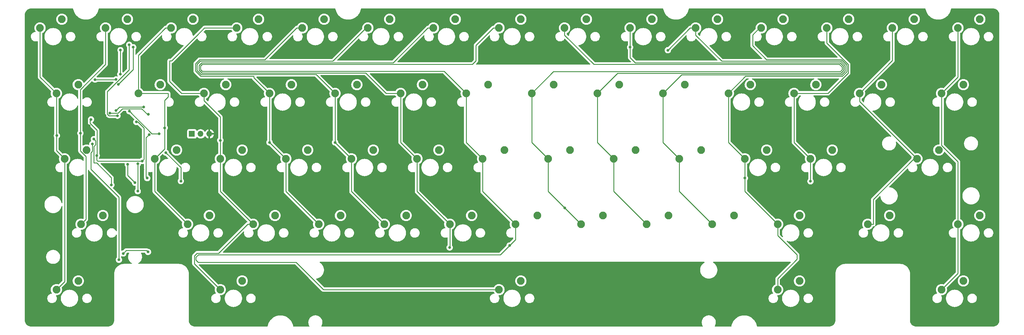
<source format=gtl>
G04 #@! TF.GenerationSoftware,KiCad,Pcbnew,(6.0.1)*
G04 #@! TF.CreationDate,2022-02-20T01:23:07-08:00*
G04 #@! TF.ProjectId,wkl60,776b6c36-302e-46b6-9963-61645f706362,rev?*
G04 #@! TF.SameCoordinates,Original*
G04 #@! TF.FileFunction,Copper,L1,Top*
G04 #@! TF.FilePolarity,Positive*
%FSLAX46Y46*%
G04 Gerber Fmt 4.6, Leading zero omitted, Abs format (unit mm)*
G04 Created by KiCad (PCBNEW (6.0.1)) date 2022-02-20 01:23:07*
%MOMM*%
%LPD*%
G01*
G04 APERTURE LIST*
G04 #@! TA.AperFunction,ComponentPad*
%ADD10C,2.250000*%
G04 #@! TD*
G04 #@! TA.AperFunction,ComponentPad*
%ADD11R,1.700000X1.700000*%
G04 #@! TD*
G04 #@! TA.AperFunction,ComponentPad*
%ADD12O,1.700000X1.700000*%
G04 #@! TD*
G04 #@! TA.AperFunction,ViaPad*
%ADD13C,0.800000*%
G04 #@! TD*
G04 #@! TA.AperFunction,Conductor*
%ADD14C,0.250000*%
G04 #@! TD*
G04 APERTURE END LIST*
D10*
X261355042Y-107905000D03*
X267705042Y-105365000D03*
X70855042Y-107905000D03*
X77205042Y-105365000D03*
X75617542Y-184105000D03*
X81967542Y-181565000D03*
X113717542Y-165055000D03*
X120067542Y-162515000D03*
X123242542Y-184105000D03*
X129592542Y-181565000D03*
X185155042Y-107905000D03*
X191505042Y-105365000D03*
X299455042Y-107905000D03*
X305805042Y-105365000D03*
X218492542Y-146005000D03*
X224842542Y-143465000D03*
X161342542Y-146005000D03*
X167692542Y-143465000D03*
X204205042Y-184105000D03*
X210555042Y-181565000D03*
X128005042Y-107905000D03*
X134355042Y-105365000D03*
X170867542Y-165055000D03*
X177217542Y-162515000D03*
X104192542Y-146005000D03*
X110542542Y-143465000D03*
X108955042Y-107905000D03*
X115305042Y-105365000D03*
X199442542Y-146005000D03*
X205792542Y-143465000D03*
X147055042Y-107905000D03*
X153405042Y-105365000D03*
X247067542Y-165055000D03*
X253417542Y-162515000D03*
X289930042Y-126955000D03*
X296280042Y-124415000D03*
X337555042Y-107905000D03*
X343905042Y-105365000D03*
X137530042Y-126955000D03*
X143880042Y-124415000D03*
X194680042Y-126955000D03*
X201030042Y-124415000D03*
X280405042Y-107905000D03*
X286755042Y-105365000D03*
X337555042Y-165055000D03*
X343905042Y-162515000D03*
X285167542Y-165055000D03*
X291517542Y-162515000D03*
X294692542Y-146005000D03*
X301042542Y-143465000D03*
X228017542Y-165055000D03*
X234367542Y-162515000D03*
X285167542Y-184105000D03*
X291517542Y-181565000D03*
X311361292Y-165055000D03*
X317711292Y-162515000D03*
X208967542Y-165055000D03*
X215317542Y-162515000D03*
X123242542Y-146005000D03*
X129592542Y-143465000D03*
X332792542Y-184105000D03*
X339142542Y-181565000D03*
X118480042Y-126955000D03*
X124830042Y-124415000D03*
X213730042Y-126955000D03*
X220080042Y-124415000D03*
X180392542Y-146005000D03*
X186742542Y-143465000D03*
X318505042Y-107905000D03*
X324855042Y-105365000D03*
X151817542Y-165055000D03*
X158167542Y-162515000D03*
X266117542Y-165055000D03*
X272467542Y-162515000D03*
X204205042Y-107905000D03*
X210555042Y-105365000D03*
X142292542Y-146005000D03*
X148642542Y-143465000D03*
X223255042Y-107905000D03*
X229605042Y-105365000D03*
X99430042Y-126955000D03*
X105780042Y-124415000D03*
X308980042Y-126955000D03*
X315330042Y-124415000D03*
X237542542Y-146005000D03*
X243892542Y-143465000D03*
X77998792Y-146005000D03*
X84348792Y-143465000D03*
X82761292Y-165055000D03*
X89111292Y-162515000D03*
X75617542Y-126955000D03*
X81967542Y-124415000D03*
X270880042Y-126955000D03*
X277230042Y-124415000D03*
X251830042Y-126955000D03*
X258180042Y-124415000D03*
X275642542Y-146005000D03*
X281992542Y-143465000D03*
X89905042Y-107905000D03*
X96255042Y-105365000D03*
X175630042Y-126955000D03*
X181980042Y-124415000D03*
X189917542Y-165055000D03*
X196267542Y-162515000D03*
X256592542Y-146005000D03*
X262942542Y-143465000D03*
X166105042Y-107905000D03*
X172455042Y-105365000D03*
X332792542Y-126955000D03*
X339142542Y-124415000D03*
X132767542Y-165055000D03*
X139117542Y-162515000D03*
X232780042Y-126955000D03*
X239130042Y-124415000D03*
X156580042Y-126955000D03*
X162930042Y-124415000D03*
X242305042Y-107905000D03*
X248655042Y-105365000D03*
X325648792Y-146005000D03*
X331998792Y-143465000D03*
D11*
X114982542Y-138751250D03*
D12*
X117522542Y-138751250D03*
X120062542Y-138751250D03*
D13*
X89682542Y-133420000D03*
X85157542Y-136445000D03*
X94488792Y-138751250D03*
X100742542Y-149125000D03*
X102332542Y-133095000D03*
X85682542Y-134545000D03*
X100532542Y-146645000D03*
X91132542Y-132695000D03*
X87332542Y-145045000D03*
X98832542Y-135295000D03*
X96764121Y-112813421D03*
X93352963Y-133485421D03*
X100932542Y-130945000D03*
X92921292Y-131970500D03*
X92921292Y-122896250D03*
X86832542Y-122945000D03*
X86507542Y-140270989D03*
X91607542Y-153620000D03*
X99251292Y-147482500D03*
X99251292Y-155420000D03*
X86057542Y-141720000D03*
X93782542Y-175420000D03*
X96782542Y-132145000D03*
X105432542Y-138745000D03*
X75752542Y-139275000D03*
X82582542Y-138550500D03*
X107070521Y-136994500D03*
X123242542Y-140635000D03*
X137530042Y-141242500D03*
X156580042Y-141242500D03*
X189872542Y-171835000D03*
X207275000Y-171275000D03*
X223285042Y-160322500D03*
X97952542Y-113537921D03*
X242305042Y-113537921D03*
X93645792Y-124357299D03*
X94232542Y-114385000D03*
X94192542Y-121405000D03*
X253268297Y-114400755D03*
X102002542Y-151637921D03*
X102546405Y-138994500D03*
X275642542Y-151637921D03*
X107392542Y-144205000D03*
X111772542Y-152495000D03*
X294712542Y-152555000D03*
X96340654Y-147635463D03*
X98458132Y-152979903D03*
X95032542Y-173575000D03*
X102232542Y-173125000D03*
D14*
X83432542Y-134670000D02*
X83432542Y-133770000D01*
X84983022Y-136245480D02*
X84983022Y-136220480D01*
X84983022Y-136270480D02*
X84983022Y-136245480D01*
X84983022Y-136220480D02*
X83432542Y-134670000D01*
X85157542Y-136445000D02*
X84983022Y-136270480D01*
X83782542Y-133420000D02*
X89682542Y-133420000D01*
X83432542Y-133770000D02*
X83782542Y-133420000D01*
X101064683Y-137062859D02*
X99296824Y-135295000D01*
X100370235Y-131407307D02*
X94794849Y-131407307D01*
X93507156Y-132695000D02*
X91132542Y-132695000D01*
X101064683Y-146112859D02*
X101064683Y-137062859D01*
X94794849Y-131407307D02*
X93507156Y-132695000D01*
X100532542Y-146645000D02*
X101064683Y-146112859D01*
X102057928Y-133095000D02*
X100370235Y-131407307D01*
X87432542Y-138095000D02*
X87432542Y-137695000D01*
X87432542Y-144795000D02*
X87432542Y-138095000D01*
X87332542Y-145045000D02*
X87332542Y-144895000D01*
X85432542Y-134795000D02*
X85682542Y-134545000D01*
X87612542Y-146645000D02*
X87332542Y-146365000D01*
X85432542Y-135695000D02*
X85432542Y-134795000D01*
X87332542Y-144895000D02*
X87432542Y-144795000D01*
X87332542Y-146365000D02*
X87332542Y-145045000D01*
X99296824Y-135295000D02*
X98832542Y-135295000D01*
X102332542Y-133095000D02*
X102057928Y-133095000D01*
X87432542Y-137695000D02*
X85432542Y-135695000D01*
X100532542Y-146645000D02*
X87612542Y-146645000D01*
X96764121Y-120113421D02*
X96764121Y-112813421D01*
X90408031Y-126469511D02*
X96764121Y-120113421D01*
X93352963Y-133485421D02*
X90898349Y-133485421D01*
X90408031Y-132995103D02*
X90408031Y-126469511D01*
X90898349Y-133485421D02*
X90408031Y-132995103D01*
X93946792Y-130945000D02*
X100932542Y-130945000D01*
X92921292Y-131970500D02*
X93946792Y-130945000D01*
X86832542Y-122945000D02*
X92872542Y-122945000D01*
X92872542Y-122945000D02*
X92921292Y-122896250D01*
X91607542Y-151496659D02*
X87330883Y-147220000D01*
X87330883Y-147220000D02*
X87305883Y-147195000D01*
X86983022Y-140746469D02*
X86507542Y-140270989D01*
X91607542Y-153620000D02*
X91607542Y-151496659D01*
X87305883Y-147195000D02*
X86507542Y-147195000D01*
X86507542Y-147195000D02*
X86507542Y-142395000D01*
X86983022Y-141919520D02*
X86983022Y-140746469D01*
X86507542Y-142395000D02*
X86983022Y-141919520D01*
X99251292Y-155420000D02*
X99251292Y-147482500D01*
X85639271Y-149062570D02*
X85639271Y-144188271D01*
X85639271Y-144188271D02*
X86057542Y-143770000D01*
X93782542Y-157205841D02*
X85639271Y-149062570D01*
X86057542Y-143770000D02*
X86057542Y-141720000D01*
X93782542Y-175420000D02*
X93782542Y-157205841D01*
X96782542Y-132145000D02*
X103382542Y-138745000D01*
X103382542Y-138745000D02*
X105432542Y-138745000D01*
X75617542Y-126955000D02*
X70855042Y-122192500D01*
X75617542Y-184105000D02*
X77998792Y-181723750D01*
X75617542Y-138170000D02*
X75617542Y-139140000D01*
X75617542Y-139140000D02*
X75752542Y-139275000D01*
X77998792Y-146005000D02*
X75617542Y-143623750D01*
X75617542Y-138170000D02*
X75617542Y-126955000D01*
X77998792Y-181723750D02*
X77998792Y-146005000D01*
X70855042Y-122192500D02*
X70855042Y-107905000D01*
X75617542Y-143623750D02*
X75617542Y-138170000D01*
X89905042Y-118527419D02*
X89905042Y-107905000D01*
X82582542Y-125849919D02*
X89905042Y-118527419D01*
X82582542Y-143748669D02*
X82582542Y-138395000D01*
X82582542Y-138395000D02*
X82582542Y-138550500D01*
X82582542Y-138395000D02*
X82582542Y-125849919D01*
X82761292Y-165055000D02*
X84177213Y-163639079D01*
X84177213Y-145343340D02*
X82582542Y-143748669D01*
X84177213Y-163639079D02*
X84177213Y-145343340D01*
X107070521Y-136847021D02*
X107070521Y-143127021D01*
X107364052Y-107905000D02*
X99430042Y-115839010D01*
X107070521Y-128977430D02*
X107070521Y-136847021D01*
X104172063Y-155509521D02*
X113717542Y-165055000D01*
X104172063Y-146025479D02*
X104172063Y-155509521D01*
X99430042Y-126955000D02*
X108092542Y-126955000D01*
X99430042Y-115839010D02*
X99430042Y-126955000D01*
X104192542Y-146005000D02*
X104172063Y-146025479D01*
X107070521Y-136847021D02*
X107070521Y-136994500D01*
X108955042Y-107905000D02*
X107364052Y-107905000D01*
X108092542Y-127955409D02*
X107070521Y-128977430D01*
X108092542Y-126955000D02*
X108092542Y-127955409D01*
X107070521Y-143127021D02*
X104192542Y-146005000D01*
X118480042Y-126955000D02*
X111955000Y-126955000D01*
X118617951Y-107905000D02*
X128005042Y-107905000D01*
X123242542Y-146005000D02*
X123242542Y-133796954D01*
X108500000Y-123500000D02*
X108500000Y-117500000D01*
X116595521Y-109963975D02*
X116595521Y-109927430D01*
X108500000Y-117500000D02*
X109059496Y-117500000D01*
X122731072Y-173500480D02*
X116449520Y-173500480D01*
X123242542Y-133796954D02*
X118480042Y-129034454D01*
X132767542Y-165055000D02*
X131176552Y-165055000D01*
X118480042Y-129034454D02*
X118480042Y-126955000D01*
X116595521Y-109927430D02*
X118617951Y-107905000D01*
X115700480Y-174249520D02*
X115700480Y-176562938D01*
X116449520Y-173500480D02*
X115700480Y-174249520D01*
X115700480Y-176562938D02*
X123242542Y-184105000D01*
X132767542Y-165055000D02*
X123242542Y-155530000D01*
X123242542Y-155530000D02*
X123242542Y-146005000D01*
X131176552Y-165055000D02*
X122731072Y-173500480D01*
X109059496Y-117500000D02*
X116595521Y-109963975D01*
X111955000Y-126955000D02*
X108500000Y-123500000D01*
X136217612Y-117151440D02*
X117212842Y-117151440D01*
X142292542Y-155530000D02*
X151817542Y-165055000D01*
X142292542Y-146005000D02*
X142292542Y-155530000D01*
X117592847Y-122000000D02*
X133000000Y-122000000D01*
X133000000Y-122000000D02*
X133000000Y-122424958D01*
X117212842Y-117151440D02*
X116050480Y-118313802D01*
X147055042Y-107905000D02*
X145464052Y-107905000D01*
X137530042Y-141242500D02*
X142292542Y-146005000D01*
X116050480Y-120457633D02*
X117592847Y-122000000D01*
X137530042Y-126955000D02*
X137530042Y-141242500D01*
X133000000Y-122424958D02*
X137530042Y-126955000D01*
X116050480Y-118313802D02*
X116050480Y-120457633D01*
X145464052Y-107905000D02*
X136217612Y-117151440D01*
X116500000Y-120271435D02*
X116500000Y-118500000D01*
X165607951Y-107905000D02*
X166105042Y-107905000D01*
X161342542Y-146005000D02*
X156580042Y-141242500D01*
X156580042Y-141242500D02*
X156580042Y-126955000D01*
X116500000Y-118500000D02*
X117399040Y-117600960D01*
X117678085Y-121449520D02*
X116500000Y-120271435D01*
X117399040Y-117600960D02*
X155911991Y-117600960D01*
X155911991Y-117600960D02*
X165607951Y-107905000D01*
X170867542Y-165055000D02*
X161342542Y-155530000D01*
X161342542Y-155530000D02*
X161342542Y-146005000D01*
X151074562Y-121449520D02*
X117678085Y-121449520D01*
X156580042Y-126955000D02*
X151074562Y-121449520D01*
X180392542Y-155530000D02*
X189917542Y-165055000D01*
X117864282Y-121000000D02*
X165500000Y-121000000D01*
X189917542Y-165055000D02*
X189917542Y-171790000D01*
X173418572Y-118050480D02*
X117813802Y-118050480D01*
X175630042Y-141242500D02*
X180392542Y-146005000D01*
X189917542Y-171790000D02*
X189872542Y-171835000D01*
X175630042Y-126955000D02*
X171455000Y-126955000D01*
X117050480Y-120186198D02*
X117864282Y-121000000D01*
X171455000Y-126955000D02*
X165500000Y-121000000D01*
X175630042Y-126955000D02*
X175630042Y-141242500D01*
X117813802Y-118050480D02*
X117050480Y-118813803D01*
X117050480Y-118813803D02*
X117050480Y-120186198D01*
X180392542Y-146005000D02*
X180392542Y-155530000D01*
X183564052Y-107905000D02*
X173418572Y-118050480D01*
X185155042Y-107905000D02*
X183564052Y-107905000D01*
X118000000Y-120500000D02*
X188225042Y-120500000D01*
X116800000Y-176150000D02*
X145275588Y-176150000D01*
X197500000Y-117500000D02*
X196500000Y-118500000D01*
X199442542Y-155530000D02*
X199442542Y-146005000D01*
X194680042Y-141242500D02*
X194680042Y-126955000D01*
X145275588Y-176150000D02*
X153230588Y-184105000D01*
X204600000Y-173950000D02*
X116850000Y-173950000D01*
X197500000Y-113019052D02*
X197500000Y-117500000D01*
X116150000Y-174650000D02*
X116150000Y-175500000D01*
X204205042Y-107905000D02*
X202614052Y-107905000D01*
X117500000Y-119000000D02*
X117500000Y-120000000D01*
X202614052Y-107905000D02*
X197500000Y-113019052D01*
X196500000Y-118500000D02*
X118000000Y-118500000D01*
X208967542Y-165055000D02*
X208967542Y-169582458D01*
X116850000Y-173950000D02*
X116150000Y-174650000D01*
X208967542Y-169582458D02*
X204600000Y-173950000D01*
X118000000Y-118500000D02*
X117500000Y-119000000D01*
X188225042Y-120500000D02*
X194680042Y-126955000D01*
X117500000Y-120000000D02*
X118000000Y-120500000D01*
X153230588Y-184105000D02*
X204205042Y-184105000D01*
X208967542Y-165055000D02*
X199442542Y-155530000D01*
X116150000Y-175500000D02*
X116800000Y-176150000D01*
X199442542Y-146005000D02*
X194680042Y-141242500D01*
X303100269Y-118500000D02*
X303886553Y-119286284D01*
X303350000Y-120650000D02*
X220035042Y-120650000D01*
X220035042Y-120650000D02*
X213730042Y-126955000D01*
X223285042Y-160322500D02*
X228017542Y-165055000D01*
X223255042Y-107905000D02*
X223255042Y-109984454D01*
X303886553Y-120113447D02*
X303350000Y-120650000D01*
X223255042Y-109984454D02*
X231770588Y-118500000D01*
X213730042Y-141242500D02*
X218492542Y-146005000D01*
X231770588Y-118500000D02*
X303100269Y-118500000D01*
X213730042Y-126955000D02*
X213730042Y-141242500D01*
X218492542Y-146005000D02*
X218492542Y-155530000D01*
X218492542Y-155530000D02*
X223285042Y-160322500D01*
X303886553Y-119286284D02*
X303886553Y-120113447D01*
X97952542Y-113537921D02*
X97952542Y-120050549D01*
X232780042Y-126955000D02*
X232780042Y-141242500D01*
X247067542Y-165055000D02*
X237542542Y-155530000D01*
X303536198Y-121099520D02*
X304336073Y-120299645D01*
X242305042Y-113417500D02*
X242305042Y-107905000D01*
X97952542Y-120050549D02*
X93645792Y-124357299D01*
X242305042Y-116515522D02*
X242305042Y-107905000D01*
X304336073Y-119100086D02*
X303286467Y-118050480D01*
X237542542Y-155530000D02*
X237542542Y-146005000D01*
X242305042Y-113417500D02*
X242305042Y-113537921D01*
X232780042Y-141242500D02*
X237542542Y-146005000D01*
X304336073Y-120299645D02*
X304336073Y-119100086D01*
X238635522Y-121099520D02*
X303536198Y-121099520D01*
X232780042Y-126955000D02*
X238635522Y-121099520D01*
X303286467Y-118050480D02*
X243840000Y-118050480D01*
X243840000Y-118050480D02*
X242305042Y-116515522D01*
X259764052Y-107905000D02*
X253268297Y-114400755D01*
X256592542Y-155530000D02*
X266117542Y-165055000D01*
X94192542Y-121405000D02*
X94192542Y-114425000D01*
X257236002Y-121549040D02*
X303722395Y-121549040D01*
X94192542Y-114425000D02*
X94232542Y-114385000D01*
X261355042Y-107905000D02*
X259764052Y-107905000D01*
X268971548Y-117600960D02*
X261355042Y-109984454D01*
X256592542Y-146005000D02*
X256592542Y-155530000D01*
X304785593Y-120485842D02*
X304785593Y-118913889D01*
X251830042Y-141242500D02*
X256592542Y-146005000D01*
X261355042Y-109984454D02*
X261355042Y-107905000D01*
X304785593Y-118913889D02*
X303472664Y-117600960D01*
X303722395Y-121549040D02*
X304785593Y-120485842D01*
X251830042Y-126955000D02*
X251830042Y-141242500D01*
X303472664Y-117600960D02*
X268971548Y-117600960D01*
X251830042Y-126955000D02*
X257236002Y-121549040D01*
X275642542Y-155530000D02*
X275642542Y-146005000D01*
X290830000Y-173990000D02*
X285167542Y-168327542D01*
X285167542Y-184105000D02*
X285167542Y-180922458D01*
X305235113Y-118727692D02*
X303658861Y-117151440D01*
X281940000Y-117151440D02*
X277885521Y-113096961D01*
X270880042Y-141242500D02*
X275642542Y-146005000D01*
X102546405Y-138994500D02*
X101673021Y-139867884D01*
X101673021Y-151308400D02*
X102002542Y-151637921D01*
X279907951Y-107905000D02*
X280405042Y-107905000D01*
X277885521Y-113096961D02*
X277885521Y-109927430D01*
X270880042Y-126955000D02*
X270880042Y-141242500D01*
X270880042Y-126955000D02*
X275836482Y-121998560D01*
X277885521Y-109927430D02*
X279907951Y-107905000D01*
X275836482Y-121998560D02*
X303908593Y-121998560D01*
X101673021Y-139867884D02*
X101673021Y-151308400D01*
X303658861Y-117151440D02*
X281940000Y-117151440D01*
X303908593Y-121998560D02*
X305235113Y-120672039D01*
X305235113Y-120672039D02*
X305235113Y-118727692D01*
X290830000Y-175260000D02*
X290830000Y-173990000D01*
X285167542Y-180922458D02*
X290830000Y-175260000D01*
X285167542Y-165055000D02*
X275642542Y-155530000D01*
X285167542Y-168327542D02*
X285167542Y-165055000D01*
X299455042Y-107905000D02*
X299455042Y-112311904D01*
X299455042Y-112311904D02*
X305684633Y-118541495D01*
X299765000Y-126955000D02*
X289930042Y-126955000D01*
X289930042Y-126955000D02*
X289930042Y-141242500D01*
X305684633Y-118541495D02*
X305684633Y-121035367D01*
X107392542Y-144205000D02*
X111772542Y-148585000D01*
X111772542Y-148585000D02*
X111772542Y-152495000D01*
X294712542Y-152555000D02*
X294692542Y-152535000D01*
X305684633Y-121035367D02*
X299765000Y-126955000D01*
X294692542Y-152535000D02*
X294692542Y-146005000D01*
X289930042Y-141242500D02*
X294692542Y-146005000D01*
X312952282Y-165055000D02*
X312952282Y-157839010D01*
X308980042Y-129336250D02*
X308980042Y-126955000D01*
X96340654Y-147635463D02*
X96340654Y-150862425D01*
X324786292Y-146005000D02*
X325648792Y-146005000D01*
X311361292Y-165055000D02*
X312952282Y-165055000D01*
X96340654Y-150862425D02*
X98458132Y-152979903D01*
X325648792Y-146005000D02*
X308980042Y-129336250D01*
X318505042Y-117430000D02*
X318505042Y-107905000D01*
X312952282Y-157839010D02*
X324786292Y-146005000D01*
X308980042Y-126955000D02*
X318505042Y-117430000D01*
X337534563Y-107925479D02*
X337534563Y-122212979D01*
X337555042Y-107905000D02*
X337534563Y-107925479D01*
X337534563Y-122212979D02*
X332792542Y-126955000D01*
X337555042Y-165055000D02*
X337555042Y-179342500D01*
X332792542Y-126955000D02*
X332792542Y-142105000D01*
X332792542Y-142105000D02*
X337555042Y-146867500D01*
X337555042Y-146867500D02*
X337555042Y-165055000D01*
X102232542Y-173125000D02*
X101789021Y-172681479D01*
X337555042Y-179342500D02*
X332792542Y-184105000D01*
X95926063Y-172681479D02*
X95032542Y-173575000D01*
X101789021Y-172681479D02*
X95926063Y-172681479D01*
G04 #@! TA.AperFunction,Conductor*
G36*
X80435934Y-102241752D02*
G01*
X80482427Y-102295408D01*
X80492360Y-102328670D01*
X80497825Y-102364343D01*
X80514195Y-102471202D01*
X80609736Y-102840203D01*
X80742118Y-103197644D01*
X80909982Y-103539859D01*
X80911669Y-103542565D01*
X80911672Y-103542571D01*
X81077452Y-103808539D01*
X81111607Y-103863335D01*
X81113551Y-103865847D01*
X81113557Y-103865855D01*
X81284953Y-104087280D01*
X81344922Y-104164754D01*
X81607535Y-104441022D01*
X81896749Y-104689305D01*
X82209598Y-104907054D01*
X82542872Y-105092036D01*
X82893149Y-105242352D01*
X83256837Y-105356460D01*
X83259962Y-105357102D01*
X83259965Y-105357103D01*
X83298393Y-105365000D01*
X83630203Y-105433188D01*
X83819809Y-105452469D01*
X84006237Y-105471427D01*
X84006242Y-105471427D01*
X84009416Y-105471750D01*
X84390584Y-105471750D01*
X84393758Y-105471427D01*
X84393763Y-105471427D01*
X84580190Y-105452469D01*
X84769797Y-105433188D01*
X85101607Y-105365000D01*
X94616491Y-105365000D01*
X94636664Y-105621326D01*
X94696687Y-105871340D01*
X94795082Y-106108887D01*
X94929426Y-106328116D01*
X95096411Y-106523631D01*
X95291926Y-106690616D01*
X95511155Y-106824960D01*
X95515725Y-106826853D01*
X95515729Y-106826855D01*
X95744129Y-106921461D01*
X95748702Y-106923355D01*
X95810199Y-106938119D01*
X95993903Y-106982223D01*
X95993909Y-106982224D01*
X95998716Y-106983378D01*
X96255042Y-107003551D01*
X96511368Y-106983378D01*
X96516175Y-106982224D01*
X96516181Y-106982223D01*
X96699885Y-106938119D01*
X96761382Y-106923355D01*
X96765955Y-106921461D01*
X96994355Y-106826855D01*
X96994359Y-106826853D01*
X96998929Y-106824960D01*
X97218158Y-106690616D01*
X97413673Y-106523631D01*
X97580658Y-106328116D01*
X97715002Y-106108887D01*
X97813397Y-105871340D01*
X97873420Y-105621326D01*
X97893593Y-105365000D01*
X113666491Y-105365000D01*
X113686664Y-105621326D01*
X113746687Y-105871340D01*
X113845082Y-106108887D01*
X113979426Y-106328116D01*
X114146411Y-106523631D01*
X114341926Y-106690616D01*
X114561155Y-106824960D01*
X114565725Y-106826853D01*
X114565729Y-106826855D01*
X114794129Y-106921461D01*
X114798702Y-106923355D01*
X114860199Y-106938119D01*
X115043903Y-106982223D01*
X115043909Y-106982224D01*
X115048716Y-106983378D01*
X115305042Y-107003551D01*
X115561368Y-106983378D01*
X115566175Y-106982224D01*
X115566181Y-106982223D01*
X115749885Y-106938119D01*
X115811382Y-106923355D01*
X115815955Y-106921461D01*
X116044355Y-106826855D01*
X116044359Y-106826853D01*
X116048929Y-106824960D01*
X116268158Y-106690616D01*
X116463673Y-106523631D01*
X116630658Y-106328116D01*
X116765002Y-106108887D01*
X116863397Y-105871340D01*
X116923420Y-105621326D01*
X116943593Y-105365000D01*
X132716491Y-105365000D01*
X132736664Y-105621326D01*
X132796687Y-105871340D01*
X132895082Y-106108887D01*
X133029426Y-106328116D01*
X133196411Y-106523631D01*
X133391926Y-106690616D01*
X133611155Y-106824960D01*
X133615725Y-106826853D01*
X133615729Y-106826855D01*
X133844129Y-106921461D01*
X133848702Y-106923355D01*
X133910199Y-106938119D01*
X134093903Y-106982223D01*
X134093909Y-106982224D01*
X134098716Y-106983378D01*
X134355042Y-107003551D01*
X134611368Y-106983378D01*
X134616175Y-106982224D01*
X134616181Y-106982223D01*
X134799885Y-106938119D01*
X134861382Y-106923355D01*
X134865955Y-106921461D01*
X135094355Y-106826855D01*
X135094359Y-106826853D01*
X135098929Y-106824960D01*
X135318158Y-106690616D01*
X135513673Y-106523631D01*
X135680658Y-106328116D01*
X135815002Y-106108887D01*
X135913397Y-105871340D01*
X135973420Y-105621326D01*
X135993593Y-105365000D01*
X151766491Y-105365000D01*
X151786664Y-105621326D01*
X151846687Y-105871340D01*
X151945082Y-106108887D01*
X152079426Y-106328116D01*
X152246411Y-106523631D01*
X152441926Y-106690616D01*
X152661155Y-106824960D01*
X152665725Y-106826853D01*
X152665729Y-106826855D01*
X152894129Y-106921461D01*
X152898702Y-106923355D01*
X152960199Y-106938119D01*
X153143903Y-106982223D01*
X153143909Y-106982224D01*
X153148716Y-106983378D01*
X153405042Y-107003551D01*
X153661368Y-106983378D01*
X153666175Y-106982224D01*
X153666181Y-106982223D01*
X153849885Y-106938119D01*
X153911382Y-106923355D01*
X153915955Y-106921461D01*
X154144355Y-106826855D01*
X154144359Y-106826853D01*
X154148929Y-106824960D01*
X154368158Y-106690616D01*
X154563673Y-106523631D01*
X154730658Y-106328116D01*
X154865002Y-106108887D01*
X154963397Y-105871340D01*
X155023420Y-105621326D01*
X155043593Y-105365000D01*
X155023420Y-105108674D01*
X154963397Y-104858660D01*
X154961503Y-104854087D01*
X154866897Y-104625687D01*
X154866895Y-104625683D01*
X154865002Y-104621113D01*
X154730658Y-104401884D01*
X154563673Y-104206369D01*
X154368158Y-104039384D01*
X154148929Y-103905040D01*
X154144359Y-103903147D01*
X154144355Y-103903145D01*
X153915955Y-103808539D01*
X153915953Y-103808538D01*
X153911382Y-103806645D01*
X153824540Y-103785796D01*
X153666181Y-103747777D01*
X153666175Y-103747776D01*
X153661368Y-103746622D01*
X153405042Y-103726449D01*
X153148716Y-103746622D01*
X153143909Y-103747776D01*
X153143903Y-103747777D01*
X152985544Y-103785796D01*
X152898702Y-103806645D01*
X152894131Y-103808538D01*
X152894129Y-103808539D01*
X152665729Y-103903145D01*
X152665725Y-103903147D01*
X152661155Y-103905040D01*
X152441926Y-104039384D01*
X152246411Y-104206369D01*
X152079426Y-104401884D01*
X151945082Y-104621113D01*
X151943189Y-104625683D01*
X151943187Y-104625687D01*
X151848581Y-104854087D01*
X151846687Y-104858660D01*
X151786664Y-105108674D01*
X151766491Y-105365000D01*
X135993593Y-105365000D01*
X135973420Y-105108674D01*
X135913397Y-104858660D01*
X135911503Y-104854087D01*
X135816897Y-104625687D01*
X135816895Y-104625683D01*
X135815002Y-104621113D01*
X135680658Y-104401884D01*
X135513673Y-104206369D01*
X135318158Y-104039384D01*
X135098929Y-103905040D01*
X135094359Y-103903147D01*
X135094355Y-103903145D01*
X134865955Y-103808539D01*
X134865953Y-103808538D01*
X134861382Y-103806645D01*
X134774540Y-103785796D01*
X134616181Y-103747777D01*
X134616175Y-103747776D01*
X134611368Y-103746622D01*
X134355042Y-103726449D01*
X134098716Y-103746622D01*
X134093909Y-103747776D01*
X134093903Y-103747777D01*
X133935544Y-103785796D01*
X133848702Y-103806645D01*
X133844131Y-103808538D01*
X133844129Y-103808539D01*
X133615729Y-103903145D01*
X133615725Y-103903147D01*
X133611155Y-103905040D01*
X133391926Y-104039384D01*
X133196411Y-104206369D01*
X133029426Y-104401884D01*
X132895082Y-104621113D01*
X132893189Y-104625683D01*
X132893187Y-104625687D01*
X132798581Y-104854087D01*
X132796687Y-104858660D01*
X132736664Y-105108674D01*
X132716491Y-105365000D01*
X116943593Y-105365000D01*
X116923420Y-105108674D01*
X116863397Y-104858660D01*
X116861503Y-104854087D01*
X116766897Y-104625687D01*
X116766895Y-104625683D01*
X116765002Y-104621113D01*
X116630658Y-104401884D01*
X116463673Y-104206369D01*
X116268158Y-104039384D01*
X116048929Y-103905040D01*
X116044359Y-103903147D01*
X116044355Y-103903145D01*
X115815955Y-103808539D01*
X115815953Y-103808538D01*
X115811382Y-103806645D01*
X115724540Y-103785796D01*
X115566181Y-103747777D01*
X115566175Y-103747776D01*
X115561368Y-103746622D01*
X115305042Y-103726449D01*
X115048716Y-103746622D01*
X115043909Y-103747776D01*
X115043903Y-103747777D01*
X114885544Y-103785796D01*
X114798702Y-103806645D01*
X114794131Y-103808538D01*
X114794129Y-103808539D01*
X114565729Y-103903145D01*
X114565725Y-103903147D01*
X114561155Y-103905040D01*
X114341926Y-104039384D01*
X114146411Y-104206369D01*
X113979426Y-104401884D01*
X113845082Y-104621113D01*
X113843189Y-104625683D01*
X113843187Y-104625687D01*
X113748581Y-104854087D01*
X113746687Y-104858660D01*
X113686664Y-105108674D01*
X113666491Y-105365000D01*
X97893593Y-105365000D01*
X97873420Y-105108674D01*
X97813397Y-104858660D01*
X97811503Y-104854087D01*
X97716897Y-104625687D01*
X97716895Y-104625683D01*
X97715002Y-104621113D01*
X97580658Y-104401884D01*
X97413673Y-104206369D01*
X97218158Y-104039384D01*
X96998929Y-103905040D01*
X96994359Y-103903147D01*
X96994355Y-103903145D01*
X96765955Y-103808539D01*
X96765953Y-103808538D01*
X96761382Y-103806645D01*
X96674540Y-103785796D01*
X96516181Y-103747777D01*
X96516175Y-103747776D01*
X96511368Y-103746622D01*
X96255042Y-103726449D01*
X95998716Y-103746622D01*
X95993909Y-103747776D01*
X95993903Y-103747777D01*
X95835544Y-103785796D01*
X95748702Y-103806645D01*
X95744131Y-103808538D01*
X95744129Y-103808539D01*
X95515729Y-103903145D01*
X95515725Y-103903147D01*
X95511155Y-103905040D01*
X95291926Y-104039384D01*
X95096411Y-104206369D01*
X94929426Y-104401884D01*
X94795082Y-104621113D01*
X94793189Y-104625683D01*
X94793187Y-104625687D01*
X94698581Y-104854087D01*
X94696687Y-104858660D01*
X94636664Y-105108674D01*
X94616491Y-105365000D01*
X85101607Y-105365000D01*
X85140035Y-105357103D01*
X85140038Y-105357102D01*
X85143163Y-105356460D01*
X85506851Y-105242352D01*
X85857128Y-105092036D01*
X86190402Y-104907054D01*
X86503251Y-104689305D01*
X86792465Y-104441022D01*
X87055078Y-104164754D01*
X87115047Y-104087280D01*
X87286443Y-103865855D01*
X87286449Y-103865847D01*
X87288393Y-103863335D01*
X87322548Y-103808539D01*
X87488328Y-103542571D01*
X87488331Y-103542565D01*
X87490018Y-103539859D01*
X87657882Y-103197644D01*
X87790264Y-102840203D01*
X87885805Y-102471202D01*
X87902175Y-102364343D01*
X87907640Y-102328670D01*
X87937727Y-102264364D01*
X87997804Y-102226532D01*
X88032187Y-102221750D01*
X156567813Y-102221750D01*
X156635934Y-102241752D01*
X156682427Y-102295408D01*
X156692360Y-102328670D01*
X156697825Y-102364343D01*
X156714195Y-102471202D01*
X156809736Y-102840203D01*
X156942118Y-103197644D01*
X157109982Y-103539859D01*
X157111669Y-103542565D01*
X157111672Y-103542571D01*
X157277452Y-103808539D01*
X157311607Y-103863335D01*
X157313551Y-103865847D01*
X157313557Y-103865855D01*
X157484953Y-104087280D01*
X157544922Y-104164754D01*
X157807535Y-104441022D01*
X158096749Y-104689305D01*
X158409598Y-104907054D01*
X158742872Y-105092036D01*
X159093149Y-105242352D01*
X159456837Y-105356460D01*
X159459962Y-105357102D01*
X159459965Y-105357103D01*
X159498393Y-105365000D01*
X159830203Y-105433188D01*
X160019809Y-105452469D01*
X160206237Y-105471427D01*
X160206242Y-105471427D01*
X160209416Y-105471750D01*
X160590584Y-105471750D01*
X160593758Y-105471427D01*
X160593763Y-105471427D01*
X160780190Y-105452469D01*
X160969797Y-105433188D01*
X161301607Y-105365000D01*
X170816491Y-105365000D01*
X170836664Y-105621326D01*
X170896687Y-105871340D01*
X170995082Y-106108887D01*
X171129426Y-106328116D01*
X171296411Y-106523631D01*
X171491926Y-106690616D01*
X171711155Y-106824960D01*
X171715725Y-106826853D01*
X171715729Y-106826855D01*
X171944129Y-106921461D01*
X171948702Y-106923355D01*
X172010199Y-106938119D01*
X172193903Y-106982223D01*
X172193909Y-106982224D01*
X172198716Y-106983378D01*
X172455042Y-107003551D01*
X172711368Y-106983378D01*
X172716175Y-106982224D01*
X172716181Y-106982223D01*
X172899885Y-106938119D01*
X172961382Y-106923355D01*
X172965955Y-106921461D01*
X173194355Y-106826855D01*
X173194359Y-106826853D01*
X173198929Y-106824960D01*
X173418158Y-106690616D01*
X173613673Y-106523631D01*
X173780658Y-106328116D01*
X173915002Y-106108887D01*
X174013397Y-105871340D01*
X174073420Y-105621326D01*
X174093593Y-105365000D01*
X189866491Y-105365000D01*
X189886664Y-105621326D01*
X189946687Y-105871340D01*
X190045082Y-106108887D01*
X190179426Y-106328116D01*
X190346411Y-106523631D01*
X190541926Y-106690616D01*
X190761155Y-106824960D01*
X190765725Y-106826853D01*
X190765729Y-106826855D01*
X190994129Y-106921461D01*
X190998702Y-106923355D01*
X191060199Y-106938119D01*
X191243903Y-106982223D01*
X191243909Y-106982224D01*
X191248716Y-106983378D01*
X191505042Y-107003551D01*
X191761368Y-106983378D01*
X191766175Y-106982224D01*
X191766181Y-106982223D01*
X191949885Y-106938119D01*
X192011382Y-106923355D01*
X192015955Y-106921461D01*
X192244355Y-106826855D01*
X192244359Y-106826853D01*
X192248929Y-106824960D01*
X192468158Y-106690616D01*
X192663673Y-106523631D01*
X192830658Y-106328116D01*
X192965002Y-106108887D01*
X193063397Y-105871340D01*
X193123420Y-105621326D01*
X193143593Y-105365000D01*
X208916491Y-105365000D01*
X208936664Y-105621326D01*
X208996687Y-105871340D01*
X209095082Y-106108887D01*
X209229426Y-106328116D01*
X209396411Y-106523631D01*
X209591926Y-106690616D01*
X209811155Y-106824960D01*
X209815725Y-106826853D01*
X209815729Y-106826855D01*
X210044129Y-106921461D01*
X210048702Y-106923355D01*
X210110199Y-106938119D01*
X210293903Y-106982223D01*
X210293909Y-106982224D01*
X210298716Y-106983378D01*
X210555042Y-107003551D01*
X210811368Y-106983378D01*
X210816175Y-106982224D01*
X210816181Y-106982223D01*
X210999885Y-106938119D01*
X211061382Y-106923355D01*
X211065955Y-106921461D01*
X211294355Y-106826855D01*
X211294359Y-106826853D01*
X211298929Y-106824960D01*
X211518158Y-106690616D01*
X211713673Y-106523631D01*
X211880658Y-106328116D01*
X212015002Y-106108887D01*
X212113397Y-105871340D01*
X212173420Y-105621326D01*
X212193593Y-105365000D01*
X227966491Y-105365000D01*
X227986664Y-105621326D01*
X228046687Y-105871340D01*
X228145082Y-106108887D01*
X228279426Y-106328116D01*
X228446411Y-106523631D01*
X228641926Y-106690616D01*
X228861155Y-106824960D01*
X228865725Y-106826853D01*
X228865729Y-106826855D01*
X229094129Y-106921461D01*
X229098702Y-106923355D01*
X229160199Y-106938119D01*
X229343903Y-106982223D01*
X229343909Y-106982224D01*
X229348716Y-106983378D01*
X229605042Y-107003551D01*
X229861368Y-106983378D01*
X229866175Y-106982224D01*
X229866181Y-106982223D01*
X230049885Y-106938119D01*
X230111382Y-106923355D01*
X230115955Y-106921461D01*
X230344355Y-106826855D01*
X230344359Y-106826853D01*
X230348929Y-106824960D01*
X230568158Y-106690616D01*
X230763673Y-106523631D01*
X230930658Y-106328116D01*
X231065002Y-106108887D01*
X231163397Y-105871340D01*
X231223420Y-105621326D01*
X231243593Y-105365000D01*
X247016491Y-105365000D01*
X247036664Y-105621326D01*
X247096687Y-105871340D01*
X247195082Y-106108887D01*
X247329426Y-106328116D01*
X247496411Y-106523631D01*
X247691926Y-106690616D01*
X247911155Y-106824960D01*
X247915725Y-106826853D01*
X247915729Y-106826855D01*
X248144129Y-106921461D01*
X248148702Y-106923355D01*
X248210199Y-106938119D01*
X248393903Y-106982223D01*
X248393909Y-106982224D01*
X248398716Y-106983378D01*
X248655042Y-107003551D01*
X248911368Y-106983378D01*
X248916175Y-106982224D01*
X248916181Y-106982223D01*
X249099885Y-106938119D01*
X249161382Y-106923355D01*
X249165955Y-106921461D01*
X249394355Y-106826855D01*
X249394359Y-106826853D01*
X249398929Y-106824960D01*
X249618158Y-106690616D01*
X249813673Y-106523631D01*
X249980658Y-106328116D01*
X250115002Y-106108887D01*
X250213397Y-105871340D01*
X250273420Y-105621326D01*
X250293593Y-105365000D01*
X250273420Y-105108674D01*
X250213397Y-104858660D01*
X250211503Y-104854087D01*
X250116897Y-104625687D01*
X250116895Y-104625683D01*
X250115002Y-104621113D01*
X249980658Y-104401884D01*
X249813673Y-104206369D01*
X249618158Y-104039384D01*
X249398929Y-103905040D01*
X249394359Y-103903147D01*
X249394355Y-103903145D01*
X249165955Y-103808539D01*
X249165953Y-103808538D01*
X249161382Y-103806645D01*
X249074540Y-103785796D01*
X248916181Y-103747777D01*
X248916175Y-103747776D01*
X248911368Y-103746622D01*
X248655042Y-103726449D01*
X248398716Y-103746622D01*
X248393909Y-103747776D01*
X248393903Y-103747777D01*
X248235544Y-103785796D01*
X248148702Y-103806645D01*
X248144131Y-103808538D01*
X248144129Y-103808539D01*
X247915729Y-103903145D01*
X247915725Y-103903147D01*
X247911155Y-103905040D01*
X247691926Y-104039384D01*
X247496411Y-104206369D01*
X247329426Y-104401884D01*
X247195082Y-104621113D01*
X247193189Y-104625683D01*
X247193187Y-104625687D01*
X247098581Y-104854087D01*
X247096687Y-104858660D01*
X247036664Y-105108674D01*
X247016491Y-105365000D01*
X231243593Y-105365000D01*
X231223420Y-105108674D01*
X231163397Y-104858660D01*
X231161503Y-104854087D01*
X231066897Y-104625687D01*
X231066895Y-104625683D01*
X231065002Y-104621113D01*
X230930658Y-104401884D01*
X230763673Y-104206369D01*
X230568158Y-104039384D01*
X230348929Y-103905040D01*
X230344359Y-103903147D01*
X230344355Y-103903145D01*
X230115955Y-103808539D01*
X230115953Y-103808538D01*
X230111382Y-103806645D01*
X230024540Y-103785796D01*
X229866181Y-103747777D01*
X229866175Y-103747776D01*
X229861368Y-103746622D01*
X229605042Y-103726449D01*
X229348716Y-103746622D01*
X229343909Y-103747776D01*
X229343903Y-103747777D01*
X229185544Y-103785796D01*
X229098702Y-103806645D01*
X229094131Y-103808538D01*
X229094129Y-103808539D01*
X228865729Y-103903145D01*
X228865725Y-103903147D01*
X228861155Y-103905040D01*
X228641926Y-104039384D01*
X228446411Y-104206369D01*
X228279426Y-104401884D01*
X228145082Y-104621113D01*
X228143189Y-104625683D01*
X228143187Y-104625687D01*
X228048581Y-104854087D01*
X228046687Y-104858660D01*
X227986664Y-105108674D01*
X227966491Y-105365000D01*
X212193593Y-105365000D01*
X212173420Y-105108674D01*
X212113397Y-104858660D01*
X212111503Y-104854087D01*
X212016897Y-104625687D01*
X212016895Y-104625683D01*
X212015002Y-104621113D01*
X211880658Y-104401884D01*
X211713673Y-104206369D01*
X211518158Y-104039384D01*
X211298929Y-103905040D01*
X211294359Y-103903147D01*
X211294355Y-103903145D01*
X211065955Y-103808539D01*
X211065953Y-103808538D01*
X211061382Y-103806645D01*
X210974540Y-103785796D01*
X210816181Y-103747777D01*
X210816175Y-103747776D01*
X210811368Y-103746622D01*
X210555042Y-103726449D01*
X210298716Y-103746622D01*
X210293909Y-103747776D01*
X210293903Y-103747777D01*
X210135544Y-103785796D01*
X210048702Y-103806645D01*
X210044131Y-103808538D01*
X210044129Y-103808539D01*
X209815729Y-103903145D01*
X209815725Y-103903147D01*
X209811155Y-103905040D01*
X209591926Y-104039384D01*
X209396411Y-104206369D01*
X209229426Y-104401884D01*
X209095082Y-104621113D01*
X209093189Y-104625683D01*
X209093187Y-104625687D01*
X208998581Y-104854087D01*
X208996687Y-104858660D01*
X208936664Y-105108674D01*
X208916491Y-105365000D01*
X193143593Y-105365000D01*
X193123420Y-105108674D01*
X193063397Y-104858660D01*
X193061503Y-104854087D01*
X192966897Y-104625687D01*
X192966895Y-104625683D01*
X192965002Y-104621113D01*
X192830658Y-104401884D01*
X192663673Y-104206369D01*
X192468158Y-104039384D01*
X192248929Y-103905040D01*
X192244359Y-103903147D01*
X192244355Y-103903145D01*
X192015955Y-103808539D01*
X192015953Y-103808538D01*
X192011382Y-103806645D01*
X191924540Y-103785796D01*
X191766181Y-103747777D01*
X191766175Y-103747776D01*
X191761368Y-103746622D01*
X191505042Y-103726449D01*
X191248716Y-103746622D01*
X191243909Y-103747776D01*
X191243903Y-103747777D01*
X191085544Y-103785796D01*
X190998702Y-103806645D01*
X190994131Y-103808538D01*
X190994129Y-103808539D01*
X190765729Y-103903145D01*
X190765725Y-103903147D01*
X190761155Y-103905040D01*
X190541926Y-104039384D01*
X190346411Y-104206369D01*
X190179426Y-104401884D01*
X190045082Y-104621113D01*
X190043189Y-104625683D01*
X190043187Y-104625687D01*
X189948581Y-104854087D01*
X189946687Y-104858660D01*
X189886664Y-105108674D01*
X189866491Y-105365000D01*
X174093593Y-105365000D01*
X174073420Y-105108674D01*
X174013397Y-104858660D01*
X174011503Y-104854087D01*
X173916897Y-104625687D01*
X173916895Y-104625683D01*
X173915002Y-104621113D01*
X173780658Y-104401884D01*
X173613673Y-104206369D01*
X173418158Y-104039384D01*
X173198929Y-103905040D01*
X173194359Y-103903147D01*
X173194355Y-103903145D01*
X172965955Y-103808539D01*
X172965953Y-103808538D01*
X172961382Y-103806645D01*
X172874540Y-103785796D01*
X172716181Y-103747777D01*
X172716175Y-103747776D01*
X172711368Y-103746622D01*
X172455042Y-103726449D01*
X172198716Y-103746622D01*
X172193909Y-103747776D01*
X172193903Y-103747777D01*
X172035544Y-103785796D01*
X171948702Y-103806645D01*
X171944131Y-103808538D01*
X171944129Y-103808539D01*
X171715729Y-103903145D01*
X171715725Y-103903147D01*
X171711155Y-103905040D01*
X171491926Y-104039384D01*
X171296411Y-104206369D01*
X171129426Y-104401884D01*
X170995082Y-104621113D01*
X170993189Y-104625683D01*
X170993187Y-104625687D01*
X170898581Y-104854087D01*
X170896687Y-104858660D01*
X170836664Y-105108674D01*
X170816491Y-105365000D01*
X161301607Y-105365000D01*
X161340035Y-105357103D01*
X161340038Y-105357102D01*
X161343163Y-105356460D01*
X161706851Y-105242352D01*
X162057128Y-105092036D01*
X162390402Y-104907054D01*
X162703251Y-104689305D01*
X162992465Y-104441022D01*
X163255078Y-104164754D01*
X163315047Y-104087280D01*
X163486443Y-103865855D01*
X163486449Y-103865847D01*
X163488393Y-103863335D01*
X163522548Y-103808539D01*
X163688328Y-103542571D01*
X163688331Y-103542565D01*
X163690018Y-103539859D01*
X163857882Y-103197644D01*
X163990264Y-102840203D01*
X164085805Y-102471202D01*
X164102175Y-102364343D01*
X164107640Y-102328670D01*
X164137727Y-102264364D01*
X164197804Y-102226532D01*
X164232187Y-102221750D01*
X251817813Y-102221750D01*
X251885934Y-102241752D01*
X251932427Y-102295408D01*
X251942360Y-102328670D01*
X251947825Y-102364343D01*
X251964195Y-102471202D01*
X252059736Y-102840203D01*
X252192118Y-103197644D01*
X252359982Y-103539859D01*
X252361669Y-103542565D01*
X252361672Y-103542571D01*
X252527452Y-103808539D01*
X252561607Y-103863335D01*
X252563551Y-103865847D01*
X252563557Y-103865855D01*
X252734953Y-104087280D01*
X252794922Y-104164754D01*
X253057535Y-104441022D01*
X253346749Y-104689305D01*
X253659598Y-104907054D01*
X253992872Y-105092036D01*
X254343149Y-105242352D01*
X254706837Y-105356460D01*
X254709962Y-105357102D01*
X254709965Y-105357103D01*
X254748393Y-105365000D01*
X255080203Y-105433188D01*
X255269809Y-105452469D01*
X255456237Y-105471427D01*
X255456242Y-105471427D01*
X255459416Y-105471750D01*
X255840584Y-105471750D01*
X255843758Y-105471427D01*
X255843763Y-105471427D01*
X256030190Y-105452469D01*
X256219797Y-105433188D01*
X256551607Y-105365000D01*
X266066491Y-105365000D01*
X266086664Y-105621326D01*
X266146687Y-105871340D01*
X266245082Y-106108887D01*
X266379426Y-106328116D01*
X266546411Y-106523631D01*
X266741926Y-106690616D01*
X266961155Y-106824960D01*
X266965725Y-106826853D01*
X266965729Y-106826855D01*
X267194129Y-106921461D01*
X267198702Y-106923355D01*
X267260199Y-106938119D01*
X267443903Y-106982223D01*
X267443909Y-106982224D01*
X267448716Y-106983378D01*
X267705042Y-107003551D01*
X267961368Y-106983378D01*
X267966175Y-106982224D01*
X267966181Y-106982223D01*
X268149885Y-106938119D01*
X268211382Y-106923355D01*
X268215955Y-106921461D01*
X268444355Y-106826855D01*
X268444359Y-106826853D01*
X268448929Y-106824960D01*
X268668158Y-106690616D01*
X268863673Y-106523631D01*
X269030658Y-106328116D01*
X269165002Y-106108887D01*
X269263397Y-105871340D01*
X269323420Y-105621326D01*
X269343593Y-105365000D01*
X285116491Y-105365000D01*
X285136664Y-105621326D01*
X285196687Y-105871340D01*
X285295082Y-106108887D01*
X285429426Y-106328116D01*
X285596411Y-106523631D01*
X285791926Y-106690616D01*
X286011155Y-106824960D01*
X286015725Y-106826853D01*
X286015729Y-106826855D01*
X286244129Y-106921461D01*
X286248702Y-106923355D01*
X286310199Y-106938119D01*
X286493903Y-106982223D01*
X286493909Y-106982224D01*
X286498716Y-106983378D01*
X286755042Y-107003551D01*
X287011368Y-106983378D01*
X287016175Y-106982224D01*
X287016181Y-106982223D01*
X287199885Y-106938119D01*
X287261382Y-106923355D01*
X287265955Y-106921461D01*
X287494355Y-106826855D01*
X287494359Y-106826853D01*
X287498929Y-106824960D01*
X287718158Y-106690616D01*
X287913673Y-106523631D01*
X288080658Y-106328116D01*
X288215002Y-106108887D01*
X288313397Y-105871340D01*
X288373420Y-105621326D01*
X288393593Y-105365000D01*
X304166491Y-105365000D01*
X304186664Y-105621326D01*
X304246687Y-105871340D01*
X304345082Y-106108887D01*
X304479426Y-106328116D01*
X304646411Y-106523631D01*
X304841926Y-106690616D01*
X305061155Y-106824960D01*
X305065725Y-106826853D01*
X305065729Y-106826855D01*
X305294129Y-106921461D01*
X305298702Y-106923355D01*
X305360199Y-106938119D01*
X305543903Y-106982223D01*
X305543909Y-106982224D01*
X305548716Y-106983378D01*
X305805042Y-107003551D01*
X306061368Y-106983378D01*
X306066175Y-106982224D01*
X306066181Y-106982223D01*
X306249885Y-106938119D01*
X306311382Y-106923355D01*
X306315955Y-106921461D01*
X306544355Y-106826855D01*
X306544359Y-106826853D01*
X306548929Y-106824960D01*
X306768158Y-106690616D01*
X306963673Y-106523631D01*
X307130658Y-106328116D01*
X307265002Y-106108887D01*
X307363397Y-105871340D01*
X307423420Y-105621326D01*
X307443593Y-105365000D01*
X323216491Y-105365000D01*
X323236664Y-105621326D01*
X323296687Y-105871340D01*
X323395082Y-106108887D01*
X323529426Y-106328116D01*
X323696411Y-106523631D01*
X323891926Y-106690616D01*
X324111155Y-106824960D01*
X324115725Y-106826853D01*
X324115729Y-106826855D01*
X324344129Y-106921461D01*
X324348702Y-106923355D01*
X324410199Y-106938119D01*
X324593903Y-106982223D01*
X324593909Y-106982224D01*
X324598716Y-106983378D01*
X324855042Y-107003551D01*
X325111368Y-106983378D01*
X325116175Y-106982224D01*
X325116181Y-106982223D01*
X325299885Y-106938119D01*
X325361382Y-106923355D01*
X325365955Y-106921461D01*
X325594355Y-106826855D01*
X325594359Y-106826853D01*
X325598929Y-106824960D01*
X325818158Y-106690616D01*
X326013673Y-106523631D01*
X326180658Y-106328116D01*
X326315002Y-106108887D01*
X326413397Y-105871340D01*
X326473420Y-105621326D01*
X326493593Y-105365000D01*
X326473420Y-105108674D01*
X326413397Y-104858660D01*
X326411503Y-104854087D01*
X326316897Y-104625687D01*
X326316895Y-104625683D01*
X326315002Y-104621113D01*
X326180658Y-104401884D01*
X326013673Y-104206369D01*
X325818158Y-104039384D01*
X325598929Y-103905040D01*
X325594359Y-103903147D01*
X325594355Y-103903145D01*
X325365955Y-103808539D01*
X325365953Y-103808538D01*
X325361382Y-103806645D01*
X325274540Y-103785796D01*
X325116181Y-103747777D01*
X325116175Y-103747776D01*
X325111368Y-103746622D01*
X324855042Y-103726449D01*
X324598716Y-103746622D01*
X324593909Y-103747776D01*
X324593903Y-103747777D01*
X324435544Y-103785796D01*
X324348702Y-103806645D01*
X324344131Y-103808538D01*
X324344129Y-103808539D01*
X324115729Y-103903145D01*
X324115725Y-103903147D01*
X324111155Y-103905040D01*
X323891926Y-104039384D01*
X323696411Y-104206369D01*
X323529426Y-104401884D01*
X323395082Y-104621113D01*
X323393189Y-104625683D01*
X323393187Y-104625687D01*
X323298581Y-104854087D01*
X323296687Y-104858660D01*
X323236664Y-105108674D01*
X323216491Y-105365000D01*
X307443593Y-105365000D01*
X307423420Y-105108674D01*
X307363397Y-104858660D01*
X307361503Y-104854087D01*
X307266897Y-104625687D01*
X307266895Y-104625683D01*
X307265002Y-104621113D01*
X307130658Y-104401884D01*
X306963673Y-104206369D01*
X306768158Y-104039384D01*
X306548929Y-103905040D01*
X306544359Y-103903147D01*
X306544355Y-103903145D01*
X306315955Y-103808539D01*
X306315953Y-103808538D01*
X306311382Y-103806645D01*
X306224540Y-103785796D01*
X306066181Y-103747777D01*
X306066175Y-103747776D01*
X306061368Y-103746622D01*
X305805042Y-103726449D01*
X305548716Y-103746622D01*
X305543909Y-103747776D01*
X305543903Y-103747777D01*
X305385544Y-103785796D01*
X305298702Y-103806645D01*
X305294131Y-103808538D01*
X305294129Y-103808539D01*
X305065729Y-103903145D01*
X305065725Y-103903147D01*
X305061155Y-103905040D01*
X304841926Y-104039384D01*
X304646411Y-104206369D01*
X304479426Y-104401884D01*
X304345082Y-104621113D01*
X304343189Y-104625683D01*
X304343187Y-104625687D01*
X304248581Y-104854087D01*
X304246687Y-104858660D01*
X304186664Y-105108674D01*
X304166491Y-105365000D01*
X288393593Y-105365000D01*
X288373420Y-105108674D01*
X288313397Y-104858660D01*
X288311503Y-104854087D01*
X288216897Y-104625687D01*
X288216895Y-104625683D01*
X288215002Y-104621113D01*
X288080658Y-104401884D01*
X287913673Y-104206369D01*
X287718158Y-104039384D01*
X287498929Y-103905040D01*
X287494359Y-103903147D01*
X287494355Y-103903145D01*
X287265955Y-103808539D01*
X287265953Y-103808538D01*
X287261382Y-103806645D01*
X287174540Y-103785796D01*
X287016181Y-103747777D01*
X287016175Y-103747776D01*
X287011368Y-103746622D01*
X286755042Y-103726449D01*
X286498716Y-103746622D01*
X286493909Y-103747776D01*
X286493903Y-103747777D01*
X286335544Y-103785796D01*
X286248702Y-103806645D01*
X286244131Y-103808538D01*
X286244129Y-103808539D01*
X286015729Y-103903145D01*
X286015725Y-103903147D01*
X286011155Y-103905040D01*
X285791926Y-104039384D01*
X285596411Y-104206369D01*
X285429426Y-104401884D01*
X285295082Y-104621113D01*
X285293189Y-104625683D01*
X285293187Y-104625687D01*
X285198581Y-104854087D01*
X285196687Y-104858660D01*
X285136664Y-105108674D01*
X285116491Y-105365000D01*
X269343593Y-105365000D01*
X269323420Y-105108674D01*
X269263397Y-104858660D01*
X269261503Y-104854087D01*
X269166897Y-104625687D01*
X269166895Y-104625683D01*
X269165002Y-104621113D01*
X269030658Y-104401884D01*
X268863673Y-104206369D01*
X268668158Y-104039384D01*
X268448929Y-103905040D01*
X268444359Y-103903147D01*
X268444355Y-103903145D01*
X268215955Y-103808539D01*
X268215953Y-103808538D01*
X268211382Y-103806645D01*
X268124540Y-103785796D01*
X267966181Y-103747777D01*
X267966175Y-103747776D01*
X267961368Y-103746622D01*
X267705042Y-103726449D01*
X267448716Y-103746622D01*
X267443909Y-103747776D01*
X267443903Y-103747777D01*
X267285544Y-103785796D01*
X267198702Y-103806645D01*
X267194131Y-103808538D01*
X267194129Y-103808539D01*
X266965729Y-103903145D01*
X266965725Y-103903147D01*
X266961155Y-103905040D01*
X266741926Y-104039384D01*
X266546411Y-104206369D01*
X266379426Y-104401884D01*
X266245082Y-104621113D01*
X266243189Y-104625683D01*
X266243187Y-104625687D01*
X266148581Y-104854087D01*
X266146687Y-104858660D01*
X266086664Y-105108674D01*
X266066491Y-105365000D01*
X256551607Y-105365000D01*
X256590035Y-105357103D01*
X256590038Y-105357102D01*
X256593163Y-105356460D01*
X256956851Y-105242352D01*
X257307128Y-105092036D01*
X257640402Y-104907054D01*
X257953251Y-104689305D01*
X258242465Y-104441022D01*
X258505078Y-104164754D01*
X258565047Y-104087280D01*
X258736443Y-103865855D01*
X258736449Y-103865847D01*
X258738393Y-103863335D01*
X258772548Y-103808539D01*
X258938328Y-103542571D01*
X258938331Y-103542565D01*
X258940018Y-103539859D01*
X259107882Y-103197644D01*
X259240264Y-102840203D01*
X259335805Y-102471202D01*
X259352175Y-102364343D01*
X259357640Y-102328670D01*
X259387727Y-102264364D01*
X259447804Y-102226532D01*
X259482187Y-102221750D01*
X328017813Y-102221750D01*
X328085934Y-102241752D01*
X328132427Y-102295408D01*
X328142360Y-102328670D01*
X328147825Y-102364343D01*
X328164195Y-102471202D01*
X328259736Y-102840203D01*
X328392118Y-103197644D01*
X328559982Y-103539859D01*
X328561669Y-103542565D01*
X328561672Y-103542571D01*
X328727452Y-103808539D01*
X328761607Y-103863335D01*
X328763551Y-103865847D01*
X328763557Y-103865855D01*
X328934953Y-104087280D01*
X328994922Y-104164754D01*
X329257535Y-104441022D01*
X329546749Y-104689305D01*
X329859598Y-104907054D01*
X330192872Y-105092036D01*
X330543149Y-105242352D01*
X330906837Y-105356460D01*
X330909962Y-105357102D01*
X330909965Y-105357103D01*
X330948393Y-105365000D01*
X331280203Y-105433188D01*
X331469809Y-105452469D01*
X331656237Y-105471427D01*
X331656242Y-105471427D01*
X331659416Y-105471750D01*
X332040584Y-105471750D01*
X332043758Y-105471427D01*
X332043763Y-105471427D01*
X332230190Y-105452469D01*
X332419797Y-105433188D01*
X332751607Y-105365000D01*
X342266491Y-105365000D01*
X342286664Y-105621326D01*
X342346687Y-105871340D01*
X342445082Y-106108887D01*
X342579426Y-106328116D01*
X342746411Y-106523631D01*
X342941926Y-106690616D01*
X343161155Y-106824960D01*
X343165725Y-106826853D01*
X343165729Y-106826855D01*
X343394129Y-106921461D01*
X343398702Y-106923355D01*
X343460199Y-106938119D01*
X343643903Y-106982223D01*
X343643909Y-106982224D01*
X343648716Y-106983378D01*
X343905042Y-107003551D01*
X344161368Y-106983378D01*
X344166175Y-106982224D01*
X344166181Y-106982223D01*
X344349885Y-106938119D01*
X344411382Y-106923355D01*
X344415955Y-106921461D01*
X344644355Y-106826855D01*
X344644359Y-106826853D01*
X344648929Y-106824960D01*
X344868158Y-106690616D01*
X345063673Y-106523631D01*
X345230658Y-106328116D01*
X345365002Y-106108887D01*
X345463397Y-105871340D01*
X345523420Y-105621326D01*
X345543593Y-105365000D01*
X345523420Y-105108674D01*
X345463397Y-104858660D01*
X345461503Y-104854087D01*
X345366897Y-104625687D01*
X345366895Y-104625683D01*
X345365002Y-104621113D01*
X345230658Y-104401884D01*
X345063673Y-104206369D01*
X344868158Y-104039384D01*
X344648929Y-103905040D01*
X344644359Y-103903147D01*
X344644355Y-103903145D01*
X344415955Y-103808539D01*
X344415953Y-103808538D01*
X344411382Y-103806645D01*
X344324540Y-103785796D01*
X344166181Y-103747777D01*
X344166175Y-103747776D01*
X344161368Y-103746622D01*
X343905042Y-103726449D01*
X343648716Y-103746622D01*
X343643909Y-103747776D01*
X343643903Y-103747777D01*
X343485544Y-103785796D01*
X343398702Y-103806645D01*
X343394131Y-103808538D01*
X343394129Y-103808539D01*
X343165729Y-103903145D01*
X343165725Y-103903147D01*
X343161155Y-103905040D01*
X342941926Y-104039384D01*
X342746411Y-104206369D01*
X342579426Y-104401884D01*
X342445082Y-104621113D01*
X342443189Y-104625683D01*
X342443187Y-104625687D01*
X342348581Y-104854087D01*
X342346687Y-104858660D01*
X342286664Y-105108674D01*
X342266491Y-105365000D01*
X332751607Y-105365000D01*
X332790035Y-105357103D01*
X332790038Y-105357102D01*
X332793163Y-105356460D01*
X333156851Y-105242352D01*
X333507128Y-105092036D01*
X333840402Y-104907054D01*
X334153251Y-104689305D01*
X334442465Y-104441022D01*
X334705078Y-104164754D01*
X334765047Y-104087280D01*
X334936443Y-103865855D01*
X334936449Y-103865847D01*
X334938393Y-103863335D01*
X334972548Y-103808539D01*
X335138328Y-103542571D01*
X335138331Y-103542565D01*
X335140018Y-103539859D01*
X335307882Y-103197644D01*
X335440264Y-102840203D01*
X335535805Y-102471202D01*
X335552175Y-102364343D01*
X335557640Y-102328670D01*
X335587727Y-102264364D01*
X335647804Y-102226532D01*
X335682187Y-102221750D01*
X347665714Y-102221750D01*
X347685099Y-102223250D01*
X347699900Y-102225555D01*
X347699903Y-102225555D01*
X347708772Y-102226936D01*
X347725041Y-102224809D01*
X347749609Y-102224016D01*
X347951308Y-102237236D01*
X347967648Y-102239387D01*
X348191775Y-102283968D01*
X348207696Y-102288234D01*
X348424085Y-102361689D01*
X348439311Y-102367996D01*
X348644259Y-102469065D01*
X348658533Y-102477306D01*
X348848539Y-102604264D01*
X348861614Y-102614297D01*
X349033428Y-102764973D01*
X349045069Y-102776614D01*
X349192175Y-102944357D01*
X349195745Y-102948428D01*
X349205778Y-102961503D01*
X349332736Y-103151509D01*
X349340977Y-103165783D01*
X349442046Y-103370731D01*
X349448353Y-103385957D01*
X349521808Y-103602346D01*
X349526074Y-103618267D01*
X349570655Y-103842394D01*
X349572806Y-103858734D01*
X349585556Y-104053268D01*
X349584531Y-104076304D01*
X349584488Y-104079854D01*
X349583106Y-104088730D01*
X349584930Y-104102678D01*
X349587228Y-104120251D01*
X349588292Y-104136589D01*
X349588292Y-192945672D01*
X349586792Y-192965056D01*
X349583106Y-192988730D01*
X349585233Y-193004999D01*
X349586026Y-193029567D01*
X349572806Y-193231266D01*
X349570655Y-193247606D01*
X349526074Y-193471733D01*
X349521808Y-193487654D01*
X349448353Y-193704043D01*
X349442046Y-193719269D01*
X349340977Y-193924217D01*
X349332736Y-193938491D01*
X349205778Y-194128497D01*
X349195745Y-194141572D01*
X349045069Y-194313386D01*
X349033428Y-194325027D01*
X348904115Y-194438431D01*
X348861614Y-194475703D01*
X348848539Y-194485736D01*
X348658533Y-194612694D01*
X348644259Y-194620935D01*
X348439311Y-194722004D01*
X348424085Y-194728311D01*
X348207696Y-194801766D01*
X348191775Y-194806032D01*
X347967648Y-194850613D01*
X347951308Y-194852764D01*
X347756774Y-194865514D01*
X347733738Y-194864489D01*
X347730188Y-194864446D01*
X347721312Y-194863064D01*
X347692804Y-194866792D01*
X347689791Y-194867186D01*
X347673453Y-194868250D01*
X325539370Y-194868250D01*
X325519985Y-194866750D01*
X325505184Y-194864445D01*
X325505181Y-194864445D01*
X325496312Y-194863064D01*
X325480043Y-194865191D01*
X325455475Y-194865984D01*
X325253776Y-194852764D01*
X325237436Y-194850613D01*
X325013309Y-194806032D01*
X324997388Y-194801766D01*
X324780999Y-194728311D01*
X324765773Y-194722004D01*
X324560825Y-194620935D01*
X324546551Y-194612694D01*
X324356545Y-194485736D01*
X324343470Y-194475703D01*
X324300969Y-194438431D01*
X324171656Y-194325027D01*
X324160015Y-194313386D01*
X324009339Y-194141572D01*
X323999306Y-194128497D01*
X323872348Y-193938491D01*
X323864107Y-193924217D01*
X323763038Y-193719269D01*
X323756731Y-193704043D01*
X323683276Y-193487654D01*
X323679010Y-193471733D01*
X323634429Y-193247606D01*
X323632278Y-193231266D01*
X323619766Y-193040376D01*
X323620939Y-193017218D01*
X323620621Y-193017189D01*
X323621056Y-193012333D01*
X323621863Y-193007539D01*
X323622016Y-192995000D01*
X323618065Y-192967412D01*
X323616792Y-192949549D01*
X323616792Y-186579593D01*
X330135581Y-186579593D01*
X330144390Y-186814216D01*
X330145485Y-186819434D01*
X330170336Y-186937871D01*
X330192604Y-187044001D01*
X330278844Y-187262377D01*
X330400646Y-187463100D01*
X330554527Y-187640432D01*
X330558659Y-187643820D01*
X330731958Y-187785917D01*
X330731964Y-187785921D01*
X330736086Y-187789301D01*
X330740722Y-187791940D01*
X330740725Y-187791942D01*
X330851950Y-187855255D01*
X330940132Y-187905451D01*
X331160831Y-187985561D01*
X331166080Y-187986510D01*
X331166083Y-187986511D01*
X331247157Y-188001171D01*
X331391872Y-188027340D01*
X331396011Y-188027535D01*
X331396018Y-188027536D01*
X331414982Y-188028430D01*
X331414991Y-188028430D01*
X331416471Y-188028500D01*
X331581492Y-188028500D01*
X331662841Y-188021597D01*
X331751179Y-188014102D01*
X331751183Y-188014101D01*
X331756490Y-188013651D01*
X331761645Y-188012313D01*
X331761651Y-188012312D01*
X331978577Y-187956009D01*
X331978576Y-187956009D01*
X331983748Y-187954667D01*
X331988614Y-187952475D01*
X331988617Y-187952474D01*
X332192959Y-187860424D01*
X332192962Y-187860423D01*
X332197820Y-187858234D01*
X332392583Y-187727112D01*
X332562469Y-187565049D01*
X332702620Y-187376679D01*
X332763261Y-187257408D01*
X332806611Y-187172144D01*
X332806611Y-187172143D01*
X332809029Y-187167388D01*
X332878653Y-186943160D01*
X332895744Y-186814216D01*
X332897305Y-186802438D01*
X334100142Y-186802438D01*
X334139606Y-187114830D01*
X334217912Y-187419813D01*
X334333826Y-187712577D01*
X334335728Y-187716036D01*
X334335729Y-187716039D01*
X334467654Y-187956009D01*
X334485518Y-187988504D01*
X334670597Y-188243244D01*
X334886144Y-188472778D01*
X335128760Y-188673487D01*
X335394618Y-188842206D01*
X335398197Y-188843890D01*
X335398204Y-188843894D01*
X335675936Y-188974584D01*
X335675940Y-188974586D01*
X335679526Y-188976273D01*
X335978990Y-189073575D01*
X336288288Y-189132577D01*
X336381842Y-189138463D01*
X336521900Y-189147275D01*
X336521916Y-189147276D01*
X336523895Y-189147400D01*
X336681189Y-189147400D01*
X336683168Y-189147276D01*
X336683184Y-189147275D01*
X336823242Y-189138463D01*
X336916796Y-189132577D01*
X337226094Y-189073575D01*
X337525558Y-188976273D01*
X337529144Y-188974586D01*
X337529148Y-188974584D01*
X337806880Y-188843894D01*
X337806887Y-188843890D01*
X337810466Y-188842206D01*
X338076324Y-188673487D01*
X338318940Y-188472778D01*
X338534487Y-188243244D01*
X338719566Y-187988504D01*
X338737431Y-187956009D01*
X338869355Y-187716039D01*
X338869356Y-187716036D01*
X338871258Y-187712577D01*
X338987172Y-187419813D01*
X339065478Y-187114830D01*
X339104942Y-186802438D01*
X339104942Y-186579593D01*
X340295581Y-186579593D01*
X340304390Y-186814216D01*
X340305485Y-186819434D01*
X340330336Y-186937871D01*
X340352604Y-187044001D01*
X340438844Y-187262377D01*
X340560646Y-187463100D01*
X340714527Y-187640432D01*
X340718659Y-187643820D01*
X340891958Y-187785917D01*
X340891964Y-187785921D01*
X340896086Y-187789301D01*
X340900722Y-187791940D01*
X340900725Y-187791942D01*
X341011950Y-187855255D01*
X341100132Y-187905451D01*
X341320831Y-187985561D01*
X341326080Y-187986510D01*
X341326083Y-187986511D01*
X341407157Y-188001171D01*
X341551872Y-188027340D01*
X341556011Y-188027535D01*
X341556018Y-188027536D01*
X341574982Y-188028430D01*
X341574991Y-188028430D01*
X341576471Y-188028500D01*
X341741492Y-188028500D01*
X341822841Y-188021597D01*
X341911179Y-188014102D01*
X341911183Y-188014101D01*
X341916490Y-188013651D01*
X341921645Y-188012313D01*
X341921651Y-188012312D01*
X342138577Y-187956009D01*
X342138576Y-187956009D01*
X342143748Y-187954667D01*
X342148614Y-187952475D01*
X342148617Y-187952474D01*
X342352959Y-187860424D01*
X342352962Y-187860423D01*
X342357820Y-187858234D01*
X342552583Y-187727112D01*
X342722469Y-187565049D01*
X342862620Y-187376679D01*
X342923261Y-187257408D01*
X342966611Y-187172144D01*
X342966611Y-187172143D01*
X342969029Y-187167388D01*
X343038653Y-186943160D01*
X343055744Y-186814216D01*
X343068803Y-186715690D01*
X343068803Y-186715687D01*
X343069503Y-186710407D01*
X343060694Y-186475784D01*
X343042900Y-186390978D01*
X343013577Y-186251226D01*
X343013576Y-186251223D01*
X343012480Y-186245999D01*
X342926240Y-186027623D01*
X342804438Y-185826900D01*
X342650557Y-185649568D01*
X342640480Y-185641306D01*
X342473126Y-185504083D01*
X342473120Y-185504079D01*
X342468998Y-185500699D01*
X342464362Y-185498060D01*
X342464359Y-185498058D01*
X342269595Y-185387192D01*
X342264952Y-185384549D01*
X342044253Y-185304439D01*
X342039004Y-185303490D01*
X342039001Y-185303489D01*
X341957927Y-185288829D01*
X341813212Y-185262660D01*
X341809073Y-185262465D01*
X341809066Y-185262464D01*
X341790102Y-185261570D01*
X341790093Y-185261570D01*
X341788613Y-185261500D01*
X341623592Y-185261500D01*
X341542243Y-185268403D01*
X341453905Y-185275898D01*
X341453901Y-185275899D01*
X341448594Y-185276349D01*
X341443439Y-185277687D01*
X341443433Y-185277688D01*
X341265719Y-185323814D01*
X341221336Y-185335333D01*
X341216470Y-185337525D01*
X341216467Y-185337526D01*
X341012125Y-185429576D01*
X341012122Y-185429577D01*
X341007264Y-185431766D01*
X340812501Y-185562888D01*
X340808644Y-185566567D01*
X340808642Y-185566569D01*
X340800893Y-185573961D01*
X340642615Y-185724951D01*
X340502464Y-185913321D01*
X340500048Y-185918072D01*
X340500046Y-185918076D01*
X340398473Y-186117856D01*
X340396055Y-186122612D01*
X340326431Y-186346840D01*
X340325730Y-186352129D01*
X340308634Y-186481116D01*
X340295581Y-186579593D01*
X339104942Y-186579593D01*
X339104942Y-186487562D01*
X339065478Y-186175170D01*
X338987172Y-185870187D01*
X338871258Y-185577423D01*
X338865291Y-185566569D01*
X338721475Y-185304968D01*
X338721473Y-185304965D01*
X338719566Y-185301496D01*
X338534487Y-185046756D01*
X338318940Y-184817222D01*
X338076324Y-184616513D01*
X337810466Y-184447794D01*
X337806887Y-184446110D01*
X337806880Y-184446106D01*
X337529148Y-184315416D01*
X337529144Y-184315414D01*
X337525558Y-184313727D01*
X337226094Y-184216425D01*
X336916796Y-184157423D01*
X336823242Y-184151537D01*
X336683184Y-184142725D01*
X336683168Y-184142724D01*
X336681189Y-184142600D01*
X336523895Y-184142600D01*
X336521916Y-184142724D01*
X336521900Y-184142725D01*
X336381842Y-184151537D01*
X336288288Y-184157423D01*
X335978990Y-184216425D01*
X335679526Y-184313727D01*
X335675940Y-184315414D01*
X335675936Y-184315416D01*
X335398204Y-184446106D01*
X335398197Y-184446110D01*
X335394618Y-184447794D01*
X335128760Y-184616513D01*
X334886144Y-184817222D01*
X334670597Y-185046756D01*
X334485518Y-185301496D01*
X334483611Y-185304965D01*
X334483609Y-185304968D01*
X334339793Y-185566569D01*
X334333826Y-185577423D01*
X334217912Y-185870187D01*
X334139606Y-186175170D01*
X334100142Y-186487562D01*
X334100142Y-186802438D01*
X332897305Y-186802438D01*
X332908803Y-186715690D01*
X332908803Y-186715687D01*
X332909503Y-186710407D01*
X332900694Y-186475784D01*
X332882900Y-186390978D01*
X332853577Y-186251226D01*
X332853576Y-186251223D01*
X332852480Y-186245999D01*
X332766240Y-186027623D01*
X332763470Y-186023059D01*
X332763468Y-186023054D01*
X332709064Y-185933398D01*
X332690825Y-185864784D01*
X332712577Y-185797202D01*
X332767413Y-185752108D01*
X332806895Y-185742421D01*
X333048868Y-185723378D01*
X333053675Y-185722224D01*
X333053681Y-185722223D01*
X333212040Y-185684204D01*
X333298882Y-185663355D01*
X333303455Y-185661461D01*
X333531855Y-185566855D01*
X333531859Y-185566853D01*
X333536429Y-185564960D01*
X333755658Y-185430616D01*
X333951173Y-185263631D01*
X334118158Y-185068116D01*
X334252502Y-184848887D01*
X334254399Y-184844309D01*
X334349003Y-184615913D01*
X334349004Y-184615911D01*
X334350897Y-184611340D01*
X334410920Y-184361326D01*
X334431093Y-184105000D01*
X334410920Y-183848674D01*
X334350897Y-183598660D01*
X334337391Y-183566053D01*
X334329802Y-183495465D01*
X334364705Y-183428741D01*
X336228447Y-181565000D01*
X337503991Y-181565000D01*
X337524164Y-181821326D01*
X337525318Y-181826133D01*
X337525319Y-181826139D01*
X337533023Y-181858226D01*
X337584187Y-182071340D01*
X337586080Y-182075911D01*
X337586081Y-182075913D01*
X337645521Y-182219413D01*
X337682582Y-182308887D01*
X337816926Y-182528116D01*
X337983911Y-182723631D01*
X338179426Y-182890616D01*
X338398655Y-183024960D01*
X338403225Y-183026853D01*
X338403229Y-183026855D01*
X338631629Y-183121461D01*
X338636202Y-183123355D01*
X338697699Y-183138119D01*
X338881403Y-183182223D01*
X338881409Y-183182224D01*
X338886216Y-183183378D01*
X339142542Y-183203551D01*
X339398868Y-183183378D01*
X339403675Y-183182224D01*
X339403681Y-183182223D01*
X339587385Y-183138119D01*
X339648882Y-183123355D01*
X339653455Y-183121461D01*
X339881855Y-183026855D01*
X339881859Y-183026853D01*
X339886429Y-183024960D01*
X340105658Y-182890616D01*
X340301173Y-182723631D01*
X340468158Y-182528116D01*
X340602502Y-182308887D01*
X340639564Y-182219413D01*
X340699003Y-182075913D01*
X340699004Y-182075911D01*
X340700897Y-182071340D01*
X340752061Y-181858226D01*
X340759765Y-181826139D01*
X340759766Y-181826133D01*
X340760920Y-181821326D01*
X340781093Y-181565000D01*
X340760920Y-181308674D01*
X340731196Y-181184862D01*
X340702052Y-181063472D01*
X340700897Y-181058660D01*
X340656855Y-180952333D01*
X340604397Y-180825687D01*
X340604395Y-180825683D01*
X340602502Y-180821113D01*
X340468158Y-180601884D01*
X340301173Y-180406369D01*
X340105658Y-180239384D01*
X339886429Y-180105040D01*
X339881859Y-180103147D01*
X339881855Y-180103145D01*
X339653455Y-180008539D01*
X339653453Y-180008538D01*
X339648882Y-180006645D01*
X339558891Y-179985040D01*
X339403681Y-179947777D01*
X339403675Y-179947776D01*
X339398868Y-179946622D01*
X339142542Y-179926449D01*
X338886216Y-179946622D01*
X338881409Y-179947776D01*
X338881403Y-179947777D01*
X338726193Y-179985040D01*
X338636202Y-180006645D01*
X338631631Y-180008538D01*
X338631629Y-180008539D01*
X338403229Y-180103145D01*
X338403225Y-180103147D01*
X338398655Y-180105040D01*
X338179426Y-180239384D01*
X337983911Y-180406369D01*
X337816926Y-180601884D01*
X337682582Y-180821113D01*
X337680689Y-180825683D01*
X337680687Y-180825687D01*
X337628229Y-180952333D01*
X337584187Y-181058660D01*
X337583032Y-181063472D01*
X337553889Y-181184862D01*
X337524164Y-181308674D01*
X337503991Y-181565000D01*
X336228447Y-181565000D01*
X337947295Y-179846152D01*
X337955581Y-179838612D01*
X337962060Y-179834500D01*
X338008686Y-179784848D01*
X338011440Y-179782007D01*
X338031177Y-179762270D01*
X338033657Y-179759073D01*
X338041362Y-179750051D01*
X338066201Y-179723600D01*
X338071628Y-179717821D01*
X338075447Y-179710875D01*
X338075449Y-179710872D01*
X338081390Y-179700066D01*
X338092241Y-179683547D01*
X338099800Y-179673801D01*
X338104656Y-179667541D01*
X338107801Y-179660272D01*
X338107804Y-179660268D01*
X338122216Y-179626963D01*
X338127433Y-179616313D01*
X338148737Y-179577560D01*
X338153775Y-179557937D01*
X338160179Y-179539234D01*
X338165075Y-179527920D01*
X338165075Y-179527919D01*
X338168223Y-179520645D01*
X338169462Y-179512822D01*
X338169465Y-179512812D01*
X338175141Y-179476976D01*
X338177547Y-179465356D01*
X338186570Y-179430211D01*
X338186570Y-179430210D01*
X338188542Y-179422530D01*
X338188542Y-179402276D01*
X338190093Y-179382565D01*
X338192022Y-179370386D01*
X338193262Y-179362557D01*
X338189101Y-179318538D01*
X338188542Y-179306681D01*
X338188542Y-167752438D01*
X338862642Y-167752438D01*
X338902106Y-168064830D01*
X338980412Y-168369813D01*
X339096326Y-168662577D01*
X339098228Y-168666036D01*
X339098229Y-168666039D01*
X339230154Y-168906009D01*
X339248018Y-168938504D01*
X339433097Y-169193244D01*
X339648644Y-169422778D01*
X339891260Y-169623487D01*
X340029267Y-169711069D01*
X340150951Y-169788292D01*
X340157118Y-169792206D01*
X340160697Y-169793890D01*
X340160704Y-169793894D01*
X340438436Y-169924584D01*
X340438440Y-169924586D01*
X340442026Y-169926273D01*
X340445798Y-169927499D01*
X340445799Y-169927499D01*
X340484347Y-169940024D01*
X340741490Y-170023575D01*
X341050788Y-170082577D01*
X341144342Y-170088463D01*
X341284400Y-170097275D01*
X341284416Y-170097276D01*
X341286395Y-170097400D01*
X341443689Y-170097400D01*
X341445668Y-170097276D01*
X341445684Y-170097275D01*
X341585742Y-170088463D01*
X341679296Y-170082577D01*
X341988594Y-170023575D01*
X342245737Y-169940024D01*
X342284285Y-169927499D01*
X342284286Y-169927499D01*
X342288058Y-169926273D01*
X342291644Y-169924586D01*
X342291648Y-169924584D01*
X342569380Y-169793894D01*
X342569387Y-169793890D01*
X342572966Y-169792206D01*
X342579134Y-169788292D01*
X342700817Y-169711069D01*
X342838824Y-169623487D01*
X343081440Y-169422778D01*
X343296987Y-169193244D01*
X343482066Y-168938504D01*
X343499931Y-168906009D01*
X343631855Y-168666039D01*
X343631856Y-168666036D01*
X343633758Y-168662577D01*
X343749672Y-168369813D01*
X343827978Y-168064830D01*
X343867442Y-167752438D01*
X343867442Y-167529593D01*
X345058081Y-167529593D01*
X345066890Y-167764216D01*
X345067985Y-167769434D01*
X345092836Y-167887871D01*
X345115104Y-167994001D01*
X345201344Y-168212377D01*
X345323146Y-168413100D01*
X345477027Y-168590432D01*
X345481159Y-168593820D01*
X345654458Y-168735917D01*
X345654464Y-168735921D01*
X345658586Y-168739301D01*
X345663222Y-168741940D01*
X345663225Y-168741942D01*
X345834210Y-168839272D01*
X345862632Y-168855451D01*
X346083331Y-168935561D01*
X346088580Y-168936510D01*
X346088583Y-168936511D01*
X346169657Y-168951171D01*
X346314372Y-168977340D01*
X346318511Y-168977535D01*
X346318518Y-168977536D01*
X346337482Y-168978430D01*
X346337491Y-168978430D01*
X346338971Y-168978500D01*
X346503992Y-168978500D01*
X346585341Y-168971597D01*
X346673679Y-168964102D01*
X346673683Y-168964101D01*
X346678990Y-168963651D01*
X346684145Y-168962313D01*
X346684151Y-168962312D01*
X346901077Y-168906009D01*
X346901076Y-168906009D01*
X346906248Y-168904667D01*
X346911114Y-168902475D01*
X346911117Y-168902474D01*
X347115459Y-168810424D01*
X347115462Y-168810423D01*
X347120320Y-168808234D01*
X347315083Y-168677112D01*
X347484969Y-168515049D01*
X347625120Y-168326679D01*
X347675442Y-168227704D01*
X347729111Y-168122144D01*
X347729111Y-168122143D01*
X347731529Y-168117388D01*
X347801153Y-167893160D01*
X347818244Y-167764216D01*
X347831303Y-167665690D01*
X347831303Y-167665687D01*
X347832003Y-167660407D01*
X347823194Y-167425784D01*
X347798277Y-167307030D01*
X347776077Y-167201226D01*
X347776076Y-167201223D01*
X347774980Y-167195999D01*
X347688740Y-166977623D01*
X347566938Y-166776900D01*
X347413057Y-166599568D01*
X347385232Y-166576753D01*
X347235626Y-166454083D01*
X347235620Y-166454079D01*
X347231498Y-166450699D01*
X347226862Y-166448060D01*
X347226859Y-166448058D01*
X347032095Y-166337192D01*
X347027452Y-166334549D01*
X346806753Y-166254439D01*
X346801504Y-166253490D01*
X346801501Y-166253489D01*
X346698463Y-166234857D01*
X346575712Y-166212660D01*
X346571573Y-166212465D01*
X346571566Y-166212464D01*
X346552602Y-166211570D01*
X346552593Y-166211570D01*
X346551113Y-166211500D01*
X346386092Y-166211500D01*
X346304743Y-166218403D01*
X346216405Y-166225898D01*
X346216401Y-166225899D01*
X346211094Y-166226349D01*
X346205939Y-166227687D01*
X346205933Y-166227688D01*
X346028219Y-166273814D01*
X345983836Y-166285333D01*
X345978970Y-166287525D01*
X345978967Y-166287526D01*
X345774625Y-166379576D01*
X345774622Y-166379577D01*
X345769764Y-166381766D01*
X345575001Y-166512888D01*
X345571144Y-166516567D01*
X345571142Y-166516569D01*
X345570840Y-166516857D01*
X345405115Y-166674951D01*
X345264964Y-166863321D01*
X345262548Y-166868072D01*
X345262546Y-166868076D01*
X345181764Y-167026963D01*
X345158555Y-167072612D01*
X345088931Y-167296840D01*
X345088230Y-167302129D01*
X345071134Y-167431116D01*
X345058081Y-167529593D01*
X343867442Y-167529593D01*
X343867442Y-167437562D01*
X343827978Y-167125170D01*
X343749672Y-166820187D01*
X343633758Y-166527423D01*
X343631855Y-166523961D01*
X343483975Y-166254968D01*
X343483973Y-166254965D01*
X343482066Y-166251496D01*
X343309437Y-166013892D01*
X343299315Y-165999960D01*
X343299314Y-165999958D01*
X343296987Y-165996756D01*
X343081440Y-165767222D01*
X342838824Y-165566513D01*
X342572966Y-165397794D01*
X342569387Y-165396110D01*
X342569380Y-165396106D01*
X342291648Y-165265416D01*
X342291644Y-165265414D01*
X342288058Y-165263727D01*
X342275040Y-165259497D01*
X342083177Y-165197157D01*
X341988594Y-165166425D01*
X341679296Y-165107423D01*
X341585742Y-165101537D01*
X341445684Y-165092725D01*
X341445668Y-165092724D01*
X341443689Y-165092600D01*
X341286395Y-165092600D01*
X341284416Y-165092724D01*
X341284400Y-165092725D01*
X341144342Y-165101537D01*
X341050788Y-165107423D01*
X340741490Y-165166425D01*
X340646907Y-165197157D01*
X340455045Y-165259497D01*
X340442026Y-165263727D01*
X340438440Y-165265414D01*
X340438436Y-165265416D01*
X340160704Y-165396106D01*
X340160697Y-165396110D01*
X340157118Y-165397794D01*
X339891260Y-165566513D01*
X339648644Y-165767222D01*
X339433097Y-165996756D01*
X339430770Y-165999958D01*
X339430769Y-165999960D01*
X339420647Y-166013892D01*
X339248018Y-166251496D01*
X339246111Y-166254965D01*
X339246109Y-166254968D01*
X339098229Y-166523961D01*
X339096326Y-166527423D01*
X338980412Y-166820187D01*
X338902106Y-167125170D01*
X338862642Y-167437562D01*
X338862642Y-167752438D01*
X338188542Y-167752438D01*
X338188542Y-166644874D01*
X338208544Y-166576753D01*
X338266325Y-166528465D01*
X338294351Y-166516857D01*
X338294359Y-166516853D01*
X338298929Y-166514960D01*
X338518158Y-166380616D01*
X338713673Y-166213631D01*
X338880658Y-166018116D01*
X339015002Y-165798887D01*
X339016899Y-165794309D01*
X339111503Y-165565913D01*
X339111504Y-165565911D01*
X339113397Y-165561340D01*
X339149090Y-165412667D01*
X339172265Y-165316139D01*
X339172266Y-165316133D01*
X339173420Y-165311326D01*
X339193593Y-165055000D01*
X339173420Y-164798674D01*
X339113397Y-164548660D01*
X339091356Y-164495448D01*
X339016897Y-164315687D01*
X339016895Y-164315683D01*
X339015002Y-164311113D01*
X338880658Y-164091884D01*
X338713673Y-163896369D01*
X338518158Y-163729384D01*
X338328073Y-163612899D01*
X338303149Y-163597626D01*
X338298929Y-163595040D01*
X338294359Y-163593147D01*
X338294351Y-163593143D01*
X338266325Y-163581535D01*
X338211044Y-163536988D01*
X338188542Y-163465126D01*
X338188542Y-162515000D01*
X342266491Y-162515000D01*
X342286664Y-162771326D01*
X342346687Y-163021340D01*
X342445082Y-163258887D01*
X342579426Y-163478116D01*
X342746411Y-163673631D01*
X342941926Y-163840616D01*
X343161155Y-163974960D01*
X343165725Y-163976853D01*
X343165729Y-163976855D01*
X343394129Y-164071461D01*
X343398702Y-164073355D01*
X343460199Y-164088119D01*
X343643903Y-164132223D01*
X343643909Y-164132224D01*
X343648716Y-164133378D01*
X343905042Y-164153551D01*
X344161368Y-164133378D01*
X344166175Y-164132224D01*
X344166181Y-164132223D01*
X344349885Y-164088119D01*
X344411382Y-164073355D01*
X344415955Y-164071461D01*
X344644355Y-163976855D01*
X344644359Y-163976853D01*
X344648929Y-163974960D01*
X344868158Y-163840616D01*
X345063673Y-163673631D01*
X345230658Y-163478116D01*
X345365002Y-163258887D01*
X345463397Y-163021340D01*
X345523420Y-162771326D01*
X345543593Y-162515000D01*
X345523420Y-162258674D01*
X345463397Y-162008660D01*
X345394530Y-161842400D01*
X345366897Y-161775687D01*
X345366895Y-161775683D01*
X345365002Y-161771113D01*
X345230658Y-161551884D01*
X345063673Y-161356369D01*
X344868158Y-161189384D01*
X344648929Y-161055040D01*
X344644359Y-161053147D01*
X344644355Y-161053145D01*
X344415955Y-160958539D01*
X344415953Y-160958538D01*
X344411382Y-160956645D01*
X344321391Y-160935040D01*
X344166181Y-160897777D01*
X344166175Y-160897776D01*
X344161368Y-160896622D01*
X343905042Y-160876449D01*
X343648716Y-160896622D01*
X343643909Y-160897776D01*
X343643903Y-160897777D01*
X343488693Y-160935040D01*
X343398702Y-160956645D01*
X343394131Y-160958538D01*
X343394129Y-160958539D01*
X343165729Y-161053145D01*
X343165725Y-161053147D01*
X343161155Y-161055040D01*
X342941926Y-161189384D01*
X342746411Y-161356369D01*
X342579426Y-161551884D01*
X342445082Y-161771113D01*
X342443189Y-161775683D01*
X342443187Y-161775687D01*
X342415554Y-161842400D01*
X342346687Y-162008660D01*
X342286664Y-162258674D01*
X342266491Y-162515000D01*
X338188542Y-162515000D01*
X338188542Y-156957438D01*
X338862642Y-156957438D01*
X338902106Y-157269830D01*
X338980412Y-157574813D01*
X339096326Y-157867577D01*
X339098228Y-157871036D01*
X339098229Y-157871039D01*
X339216121Y-158085483D01*
X339248018Y-158143504D01*
X339433097Y-158398244D01*
X339648644Y-158627778D01*
X339891260Y-158828487D01*
X340157118Y-158997206D01*
X340160697Y-158998890D01*
X340160704Y-158998894D01*
X340438436Y-159129584D01*
X340438440Y-159129586D01*
X340442026Y-159131273D01*
X340741490Y-159228575D01*
X341050788Y-159287577D01*
X341144342Y-159293463D01*
X341284400Y-159302275D01*
X341284416Y-159302276D01*
X341286395Y-159302400D01*
X341443689Y-159302400D01*
X341445668Y-159302276D01*
X341445684Y-159302275D01*
X341585742Y-159293463D01*
X341679296Y-159287577D01*
X341988594Y-159228575D01*
X342288058Y-159131273D01*
X342291644Y-159129586D01*
X342291648Y-159129584D01*
X342569380Y-158998894D01*
X342569387Y-158998890D01*
X342572966Y-158997206D01*
X342838824Y-158828487D01*
X343081440Y-158627778D01*
X343296987Y-158398244D01*
X343482066Y-158143504D01*
X343513964Y-158085483D01*
X343631855Y-157871039D01*
X343631856Y-157871036D01*
X343633758Y-157867577D01*
X343749672Y-157574813D01*
X343827978Y-157269830D01*
X343867442Y-156957438D01*
X343867442Y-156642562D01*
X343827978Y-156330170D01*
X343749672Y-156025187D01*
X343633758Y-155732423D01*
X343613828Y-155696170D01*
X343483975Y-155459968D01*
X343483973Y-155459965D01*
X343482066Y-155456496D01*
X343329943Y-155247116D01*
X343299315Y-155204960D01*
X343299314Y-155204958D01*
X343296987Y-155201756D01*
X343081440Y-154972222D01*
X342838824Y-154771513D01*
X342572966Y-154602794D01*
X342569387Y-154601110D01*
X342569380Y-154601106D01*
X342291648Y-154470416D01*
X342291644Y-154470414D01*
X342288058Y-154468727D01*
X341988594Y-154371425D01*
X341679296Y-154312423D01*
X341585742Y-154306537D01*
X341445684Y-154297725D01*
X341445668Y-154297724D01*
X341443689Y-154297600D01*
X341286395Y-154297600D01*
X341284416Y-154297724D01*
X341284400Y-154297725D01*
X341144342Y-154306537D01*
X341050788Y-154312423D01*
X340741490Y-154371425D01*
X340442026Y-154468727D01*
X340438440Y-154470414D01*
X340438436Y-154470416D01*
X340160704Y-154601106D01*
X340160697Y-154601110D01*
X340157118Y-154602794D01*
X339891260Y-154771513D01*
X339648644Y-154972222D01*
X339433097Y-155201756D01*
X339430770Y-155204958D01*
X339430769Y-155204960D01*
X339400141Y-155247116D01*
X339248018Y-155456496D01*
X339246111Y-155459965D01*
X339246109Y-155459968D01*
X339116256Y-155696170D01*
X339096326Y-155732423D01*
X338980412Y-156025187D01*
X338902106Y-156330170D01*
X338862642Y-156642562D01*
X338862642Y-156957438D01*
X338188542Y-156957438D01*
X338188542Y-146946267D01*
X338189069Y-146935084D01*
X338190744Y-146927591D01*
X338188604Y-146859514D01*
X338188542Y-146855555D01*
X338188542Y-146827644D01*
X338188037Y-146823644D01*
X338187104Y-146811801D01*
X338185964Y-146775529D01*
X338185715Y-146767610D01*
X338180064Y-146748158D01*
X338176056Y-146728806D01*
X338174509Y-146716563D01*
X338173516Y-146708703D01*
X338170598Y-146701332D01*
X338157242Y-146667597D01*
X338153397Y-146656370D01*
X338152763Y-146654187D01*
X338141060Y-146613907D01*
X338130749Y-146596472D01*
X338122054Y-146578724D01*
X338114594Y-146559883D01*
X338088606Y-146524113D01*
X338082090Y-146514193D01*
X338063622Y-146482965D01*
X338063620Y-146482962D01*
X338059584Y-146476138D01*
X338045263Y-146461817D01*
X338032422Y-146446783D01*
X338025173Y-146436806D01*
X338020514Y-146430393D01*
X337986437Y-146402202D01*
X337977658Y-146394212D01*
X333462947Y-141879500D01*
X333428921Y-141817188D01*
X333426042Y-141790405D01*
X333426042Y-141488894D01*
X339328820Y-141488894D01*
X339328973Y-141493282D01*
X339328973Y-141493288D01*
X339336661Y-141713435D01*
X339338740Y-141772973D01*
X339339502Y-141777296D01*
X339339503Y-141777303D01*
X339362106Y-141905490D01*
X339388100Y-142052907D01*
X339389455Y-142057078D01*
X339389457Y-142057085D01*
X339432518Y-142189611D01*
X339475939Y-142323247D01*
X339600547Y-142578731D01*
X339603002Y-142582370D01*
X339603005Y-142582376D01*
X339757039Y-142810741D01*
X339757044Y-142810748D01*
X339759499Y-142814387D01*
X339762443Y-142817656D01*
X339762444Y-142817658D01*
X339946753Y-143022354D01*
X339949701Y-143025628D01*
X340167451Y-143208342D01*
X340408511Y-143358973D01*
X340413839Y-143361345D01*
X340657725Y-143469930D01*
X340668189Y-143474589D01*
X340941430Y-143552940D01*
X340945780Y-143553551D01*
X340945783Y-143553552D01*
X341017700Y-143563659D01*
X341222916Y-143592500D01*
X341436018Y-143592500D01*
X341438203Y-143592347D01*
X341438209Y-143592347D01*
X341644217Y-143577942D01*
X341644222Y-143577941D01*
X341648602Y-143577635D01*
X341926643Y-143518535D01*
X341930774Y-143517031D01*
X341930779Y-143517030D01*
X342087274Y-143460070D01*
X342193753Y-143421315D01*
X342315378Y-143356646D01*
X342440841Y-143289937D01*
X342440847Y-143289933D01*
X342444733Y-143287867D01*
X342448293Y-143285281D01*
X342448297Y-143285278D01*
X342671135Y-143123376D01*
X342671138Y-143123374D01*
X342674698Y-143120787D01*
X342699179Y-143097146D01*
X342876010Y-142926383D01*
X342876013Y-142926379D01*
X342879172Y-142923329D01*
X343054175Y-142699335D01*
X343129946Y-142568097D01*
X343194097Y-142456985D01*
X343194100Y-142456980D01*
X343196302Y-142453165D01*
X343197952Y-142449081D01*
X343197955Y-142449075D01*
X343301135Y-142193693D01*
X343301136Y-142193690D01*
X343302784Y-142189611D01*
X343371551Y-141913802D01*
X343372304Y-141906645D01*
X343400805Y-141635475D01*
X343400805Y-141635472D01*
X343401264Y-141631106D01*
X343401111Y-141626712D01*
X343391498Y-141351424D01*
X343391497Y-141351417D01*
X343391344Y-141347027D01*
X343390527Y-141342389D01*
X343342746Y-141071416D01*
X343341984Y-141067093D01*
X343340629Y-141062922D01*
X343340627Y-141062915D01*
X343255506Y-140800942D01*
X343254145Y-140796753D01*
X343218446Y-140723558D01*
X343196427Y-140678413D01*
X343129537Y-140541269D01*
X343127082Y-140537630D01*
X343127079Y-140537624D01*
X342973045Y-140309259D01*
X342973040Y-140309252D01*
X342970585Y-140305613D01*
X342939410Y-140270989D01*
X342783331Y-140097646D01*
X342783330Y-140097645D01*
X342780383Y-140094372D01*
X342562633Y-139911658D01*
X342321573Y-139761027D01*
X342080063Y-139653500D01*
X342065909Y-139647198D01*
X342065907Y-139647197D01*
X342061895Y-139645411D01*
X341862517Y-139588240D01*
X341792881Y-139568272D01*
X341792880Y-139568272D01*
X341788654Y-139567060D01*
X341784304Y-139566449D01*
X341784301Y-139566448D01*
X341658164Y-139548721D01*
X341507168Y-139527500D01*
X341294066Y-139527500D01*
X341291881Y-139527653D01*
X341291875Y-139527653D01*
X341085867Y-139542058D01*
X341085862Y-139542059D01*
X341081482Y-139542365D01*
X340803441Y-139601465D01*
X340799310Y-139602969D01*
X340799305Y-139602970D01*
X340662451Y-139652781D01*
X340536331Y-139698685D01*
X340498190Y-139718965D01*
X340289243Y-139830063D01*
X340289237Y-139830067D01*
X340285351Y-139832133D01*
X340281791Y-139834719D01*
X340281787Y-139834722D01*
X340085231Y-139977529D01*
X340055386Y-139999213D01*
X340052222Y-140002269D01*
X340052219Y-140002271D01*
X339854074Y-140193617D01*
X339854071Y-140193621D01*
X339850912Y-140196671D01*
X339675909Y-140420665D01*
X339649045Y-140467195D01*
X339544505Y-140648263D01*
X339533782Y-140666835D01*
X339532132Y-140670919D01*
X339532129Y-140670925D01*
X339455882Y-140859646D01*
X339427300Y-140930389D01*
X339426236Y-140934658D01*
X339426235Y-140934660D01*
X339405705Y-141017000D01*
X339358533Y-141206198D01*
X339358074Y-141210568D01*
X339358073Y-141210572D01*
X339333125Y-141447931D01*
X339328820Y-141488894D01*
X333426042Y-141488894D01*
X333426042Y-129652438D01*
X334100142Y-129652438D01*
X334139606Y-129964830D01*
X334217912Y-130269813D01*
X334333826Y-130562577D01*
X334335728Y-130566036D01*
X334335729Y-130566039D01*
X334468978Y-130808417D01*
X334485518Y-130838504D01*
X334670597Y-131093244D01*
X334886144Y-131322778D01*
X335128760Y-131523487D01*
X335394618Y-131692206D01*
X335398197Y-131693890D01*
X335398204Y-131693894D01*
X335675936Y-131824584D01*
X335675940Y-131824586D01*
X335679526Y-131826273D01*
X335978990Y-131923575D01*
X336288288Y-131982577D01*
X336381842Y-131988463D01*
X336521900Y-131997275D01*
X336521916Y-131997276D01*
X336523895Y-131997400D01*
X336681189Y-131997400D01*
X336683168Y-131997276D01*
X336683184Y-131997275D01*
X336823242Y-131988463D01*
X336916796Y-131982577D01*
X337226094Y-131923575D01*
X337525558Y-131826273D01*
X337529144Y-131824586D01*
X337529148Y-131824584D01*
X337806880Y-131693894D01*
X337806887Y-131693890D01*
X337810466Y-131692206D01*
X338076324Y-131523487D01*
X338318940Y-131322778D01*
X338534487Y-131093244D01*
X338719566Y-130838504D01*
X338736107Y-130808417D01*
X338869355Y-130566039D01*
X338869356Y-130566036D01*
X338871258Y-130562577D01*
X338987172Y-130269813D01*
X339065478Y-129964830D01*
X339104942Y-129652438D01*
X339104942Y-129429593D01*
X340295581Y-129429593D01*
X340295781Y-129434922D01*
X340295781Y-129434923D01*
X340298670Y-129511876D01*
X340304390Y-129664216D01*
X340305485Y-129669434D01*
X340330336Y-129787871D01*
X340352604Y-129894001D01*
X340438844Y-130112377D01*
X340441613Y-130116940D01*
X340547538Y-130291498D01*
X340560646Y-130313100D01*
X340714527Y-130490432D01*
X340718659Y-130493820D01*
X340891958Y-130635917D01*
X340891964Y-130635921D01*
X340896086Y-130639301D01*
X340900722Y-130641940D01*
X340900725Y-130641942D01*
X341066520Y-130736318D01*
X341100132Y-130755451D01*
X341320831Y-130835561D01*
X341326080Y-130836510D01*
X341326083Y-130836511D01*
X341407157Y-130851171D01*
X341551872Y-130877340D01*
X341556011Y-130877535D01*
X341556018Y-130877536D01*
X341574982Y-130878430D01*
X341574991Y-130878430D01*
X341576471Y-130878500D01*
X341741492Y-130878500D01*
X341822841Y-130871597D01*
X341911179Y-130864102D01*
X341911183Y-130864101D01*
X341916490Y-130863651D01*
X341921645Y-130862313D01*
X341921651Y-130862312D01*
X342099365Y-130816186D01*
X342143748Y-130804667D01*
X342148614Y-130802475D01*
X342148617Y-130802474D01*
X342352959Y-130710424D01*
X342352962Y-130710423D01*
X342357820Y-130708234D01*
X342552583Y-130577112D01*
X342722469Y-130415049D01*
X342862620Y-130226679D01*
X342914137Y-130125354D01*
X342966611Y-130022144D01*
X342966611Y-130022143D01*
X342969029Y-130017388D01*
X343038653Y-129793160D01*
X343055744Y-129664216D01*
X343068803Y-129565690D01*
X343068803Y-129565687D01*
X343069503Y-129560407D01*
X343068699Y-129538979D01*
X343064792Y-129434923D01*
X343060694Y-129325784D01*
X343042900Y-129240978D01*
X343013577Y-129101226D01*
X343013576Y-129101223D01*
X343012480Y-129095999D01*
X342926240Y-128877623D01*
X342844166Y-128742370D01*
X342807206Y-128681461D01*
X342807204Y-128681458D01*
X342804438Y-128676900D01*
X342650557Y-128499568D01*
X342618750Y-128473488D01*
X342473126Y-128354083D01*
X342473120Y-128354079D01*
X342468998Y-128350699D01*
X342464362Y-128348060D01*
X342464359Y-128348058D01*
X342269595Y-128237192D01*
X342264952Y-128234549D01*
X342044253Y-128154439D01*
X342039004Y-128153490D01*
X342039001Y-128153489D01*
X341928757Y-128133554D01*
X341813212Y-128112660D01*
X341809073Y-128112465D01*
X341809066Y-128112464D01*
X341790102Y-128111570D01*
X341790093Y-128111570D01*
X341788613Y-128111500D01*
X341623592Y-128111500D01*
X341542243Y-128118403D01*
X341453905Y-128125898D01*
X341453901Y-128125899D01*
X341448594Y-128126349D01*
X341443439Y-128127687D01*
X341443433Y-128127688D01*
X341265719Y-128173814D01*
X341221336Y-128185333D01*
X341216470Y-128187525D01*
X341216467Y-128187526D01*
X341012125Y-128279576D01*
X341012122Y-128279577D01*
X341007264Y-128281766D01*
X340812501Y-128412888D01*
X340808644Y-128416567D01*
X340808642Y-128416569D01*
X340745553Y-128476753D01*
X340642615Y-128574951D01*
X340639434Y-128579227D01*
X340639432Y-128579229D01*
X340596908Y-128636383D01*
X340502464Y-128763321D01*
X340500048Y-128768072D01*
X340500046Y-128768076D01*
X340413975Y-128937365D01*
X340396055Y-128972612D01*
X340326431Y-129196840D01*
X340325730Y-129202129D01*
X340308634Y-129331116D01*
X340295581Y-129429593D01*
X339104942Y-129429593D01*
X339104942Y-129337562D01*
X339065478Y-129025170D01*
X338987172Y-128720187D01*
X338871258Y-128427423D01*
X338869355Y-128423961D01*
X338721475Y-128154968D01*
X338721473Y-128154965D01*
X338719566Y-128151496D01*
X338559692Y-127931448D01*
X338536815Y-127899960D01*
X338536814Y-127899958D01*
X338534487Y-127896756D01*
X338318940Y-127667222D01*
X338076324Y-127466513D01*
X337810466Y-127297794D01*
X337806887Y-127296110D01*
X337806880Y-127296106D01*
X337529148Y-127165416D01*
X337529144Y-127165414D01*
X337525558Y-127163727D01*
X337226094Y-127066425D01*
X336916796Y-127007423D01*
X336823242Y-127001537D01*
X336683184Y-126992725D01*
X336683168Y-126992724D01*
X336681189Y-126992600D01*
X336523895Y-126992600D01*
X336521916Y-126992724D01*
X336521900Y-126992725D01*
X336381842Y-127001537D01*
X336288288Y-127007423D01*
X335978990Y-127066425D01*
X335679526Y-127163727D01*
X335675940Y-127165414D01*
X335675936Y-127165416D01*
X335398204Y-127296106D01*
X335398197Y-127296110D01*
X335394618Y-127297794D01*
X335128760Y-127466513D01*
X334886144Y-127667222D01*
X334670597Y-127896756D01*
X334668270Y-127899958D01*
X334668269Y-127899960D01*
X334645392Y-127931448D01*
X334485518Y-128151496D01*
X334483611Y-128154965D01*
X334483609Y-128154968D01*
X334335729Y-128423961D01*
X334333826Y-128427423D01*
X334217912Y-128720187D01*
X334139606Y-129025170D01*
X334100142Y-129337562D01*
X334100142Y-129652438D01*
X333426042Y-129652438D01*
X333426042Y-128544874D01*
X333446044Y-128476753D01*
X333503825Y-128428465D01*
X333531851Y-128416857D01*
X333531859Y-128416853D01*
X333536429Y-128414960D01*
X333755658Y-128280616D01*
X333951173Y-128113631D01*
X334118158Y-127918116D01*
X334252502Y-127698887D01*
X334254399Y-127694309D01*
X334349003Y-127465913D01*
X334349004Y-127465911D01*
X334350897Y-127461340D01*
X334410920Y-127211326D01*
X334431093Y-126955000D01*
X334410920Y-126698674D01*
X334408997Y-126690661D01*
X334371431Y-126534189D01*
X334350897Y-126448660D01*
X334337391Y-126416053D01*
X334329802Y-126345465D01*
X334364705Y-126278741D01*
X336228446Y-124415000D01*
X337503991Y-124415000D01*
X337524164Y-124671326D01*
X337525318Y-124676133D01*
X337525319Y-124676139D01*
X337537975Y-124728855D01*
X337584187Y-124921340D01*
X337586080Y-124925911D01*
X337586081Y-124925913D01*
X337676638Y-125144536D01*
X337682582Y-125158887D01*
X337816926Y-125378116D01*
X337983911Y-125573631D01*
X338179426Y-125740616D01*
X338398655Y-125874960D01*
X338403225Y-125876853D01*
X338403229Y-125876855D01*
X338618105Y-125965859D01*
X338636202Y-125973355D01*
X338697699Y-125988119D01*
X338881403Y-126032223D01*
X338881409Y-126032224D01*
X338886216Y-126033378D01*
X339142542Y-126053551D01*
X339398868Y-126033378D01*
X339403675Y-126032224D01*
X339403681Y-126032223D01*
X339587385Y-125988119D01*
X339648882Y-125973355D01*
X339666979Y-125965859D01*
X339881855Y-125876855D01*
X339881859Y-125876853D01*
X339886429Y-125874960D01*
X340105658Y-125740616D01*
X340301173Y-125573631D01*
X340468158Y-125378116D01*
X340602502Y-125158887D01*
X340608447Y-125144536D01*
X340699003Y-124925913D01*
X340699004Y-124925911D01*
X340700897Y-124921340D01*
X340747109Y-124728855D01*
X340759765Y-124676139D01*
X340759766Y-124676133D01*
X340760920Y-124671326D01*
X340781093Y-124415000D01*
X340760920Y-124158674D01*
X340700897Y-123908660D01*
X340677481Y-123852128D01*
X340604397Y-123675687D01*
X340604395Y-123675683D01*
X340602502Y-123671113D01*
X340468158Y-123451884D01*
X340301173Y-123256369D01*
X340105658Y-123089384D01*
X339886429Y-122955040D01*
X339881859Y-122953147D01*
X339881855Y-122953145D01*
X339653455Y-122858539D01*
X339653453Y-122858538D01*
X339648882Y-122856645D01*
X339562040Y-122835796D01*
X339403681Y-122797777D01*
X339403675Y-122797776D01*
X339398868Y-122796622D01*
X339142542Y-122776449D01*
X338886216Y-122796622D01*
X338881409Y-122797776D01*
X338881403Y-122797777D01*
X338723044Y-122835796D01*
X338636202Y-122856645D01*
X338631631Y-122858538D01*
X338631629Y-122858539D01*
X338403229Y-122953145D01*
X338403225Y-122953147D01*
X338398655Y-122955040D01*
X338179426Y-123089384D01*
X337983911Y-123256369D01*
X337816926Y-123451884D01*
X337682582Y-123671113D01*
X337680689Y-123675683D01*
X337680687Y-123675687D01*
X337607603Y-123852128D01*
X337584187Y-123908660D01*
X337524164Y-124158674D01*
X337503991Y-124415000D01*
X336228446Y-124415000D01*
X337926810Y-122716636D01*
X337935100Y-122709092D01*
X337941581Y-122704979D01*
X337988222Y-122655311D01*
X337990976Y-122652470D01*
X338010697Y-122632749D01*
X338013175Y-122629554D01*
X338020881Y-122620532D01*
X338030739Y-122610034D01*
X338051149Y-122588300D01*
X338057342Y-122577035D01*
X338060909Y-122570547D01*
X338071762Y-122554024D01*
X338075183Y-122549613D01*
X338084176Y-122538020D01*
X338101739Y-122497436D01*
X338106946Y-122486806D01*
X338128258Y-122448039D01*
X338130229Y-122440362D01*
X338130231Y-122440357D01*
X338133295Y-122428421D01*
X338139701Y-122409709D01*
X338144597Y-122398396D01*
X338147744Y-122391124D01*
X338152885Y-122358670D01*
X338154660Y-122347460D01*
X338157067Y-122335839D01*
X338166091Y-122300690D01*
X338166091Y-122300689D01*
X338168063Y-122293009D01*
X338168063Y-122272748D01*
X338169614Y-122253037D01*
X338171542Y-122240864D01*
X338172782Y-122233036D01*
X338168622Y-122189025D01*
X338168063Y-122177168D01*
X338168063Y-110602438D01*
X338862642Y-110602438D01*
X338902106Y-110914830D01*
X338980412Y-111219813D01*
X339096326Y-111512577D01*
X339098228Y-111516036D01*
X339098229Y-111516039D01*
X339231478Y-111758417D01*
X339248018Y-111788504D01*
X339276913Y-111828275D01*
X339417883Y-112022303D01*
X339433097Y-112043244D01*
X339648644Y-112272778D01*
X339891260Y-112473487D01*
X339894604Y-112475609D01*
X340094407Y-112602408D01*
X340157118Y-112642206D01*
X340160697Y-112643890D01*
X340160704Y-112643894D01*
X340438436Y-112774584D01*
X340438440Y-112774586D01*
X340442026Y-112776273D01*
X340445798Y-112777499D01*
X340445799Y-112777499D01*
X340543208Y-112809149D01*
X340741490Y-112873575D01*
X341050788Y-112932577D01*
X341144342Y-112938463D01*
X341284400Y-112947275D01*
X341284416Y-112947276D01*
X341286395Y-112947400D01*
X341443689Y-112947400D01*
X341445668Y-112947276D01*
X341445684Y-112947275D01*
X341585742Y-112938463D01*
X341679296Y-112932577D01*
X341988594Y-112873575D01*
X342186876Y-112809149D01*
X342284285Y-112777499D01*
X342284286Y-112777499D01*
X342288058Y-112776273D01*
X342291644Y-112774586D01*
X342291648Y-112774584D01*
X342569380Y-112643894D01*
X342569387Y-112643890D01*
X342572966Y-112642206D01*
X342635678Y-112602408D01*
X342835480Y-112475609D01*
X342838824Y-112473487D01*
X343081440Y-112272778D01*
X343296987Y-112043244D01*
X343312202Y-112022303D01*
X343453171Y-111828275D01*
X343482066Y-111788504D01*
X343498607Y-111758417D01*
X343631855Y-111516039D01*
X343631856Y-111516036D01*
X343633758Y-111512577D01*
X343749672Y-111219813D01*
X343827978Y-110914830D01*
X343867442Y-110602438D01*
X343867442Y-110379593D01*
X345058081Y-110379593D01*
X345058281Y-110384922D01*
X345058281Y-110384923D01*
X345058703Y-110396150D01*
X345066890Y-110614216D01*
X345067985Y-110619434D01*
X345092836Y-110737871D01*
X345115104Y-110844001D01*
X345201344Y-111062377D01*
X345323146Y-111263100D01*
X345477027Y-111440432D01*
X345481159Y-111443820D01*
X345654458Y-111585917D01*
X345654464Y-111585921D01*
X345658586Y-111589301D01*
X345663222Y-111591940D01*
X345663225Y-111591942D01*
X345826577Y-111684927D01*
X345862632Y-111705451D01*
X346083331Y-111785561D01*
X346088580Y-111786510D01*
X346088583Y-111786511D01*
X346169657Y-111801171D01*
X346314372Y-111827340D01*
X346318511Y-111827535D01*
X346318518Y-111827536D01*
X346337482Y-111828430D01*
X346337491Y-111828430D01*
X346338971Y-111828500D01*
X346503992Y-111828500D01*
X346585341Y-111821597D01*
X346673679Y-111814102D01*
X346673683Y-111814101D01*
X346678990Y-111813651D01*
X346684145Y-111812313D01*
X346684151Y-111812312D01*
X346861865Y-111766186D01*
X346906248Y-111754667D01*
X346911114Y-111752475D01*
X346911117Y-111752474D01*
X347115459Y-111660424D01*
X347115462Y-111660423D01*
X347120320Y-111658234D01*
X347315083Y-111527112D01*
X347484969Y-111365049D01*
X347625120Y-111176679D01*
X347676637Y-111075354D01*
X347729111Y-110972144D01*
X347729111Y-110972143D01*
X347731529Y-110967388D01*
X347801153Y-110743160D01*
X347818244Y-110614216D01*
X347831303Y-110515690D01*
X347831303Y-110515687D01*
X347832003Y-110510407D01*
X347823194Y-110275784D01*
X347798277Y-110157030D01*
X347776077Y-110051226D01*
X347776076Y-110051223D01*
X347774980Y-110045999D01*
X347688740Y-109827623D01*
X347606666Y-109692370D01*
X347569706Y-109631461D01*
X347569704Y-109631458D01*
X347566938Y-109626900D01*
X347413057Y-109449568D01*
X347375979Y-109419166D01*
X347235626Y-109304083D01*
X347235620Y-109304079D01*
X347231498Y-109300699D01*
X347226862Y-109298060D01*
X347226859Y-109298058D01*
X347032095Y-109187192D01*
X347027452Y-109184549D01*
X346806753Y-109104439D01*
X346801504Y-109103490D01*
X346801501Y-109103489D01*
X346698463Y-109084857D01*
X346575712Y-109062660D01*
X346571573Y-109062465D01*
X346571566Y-109062464D01*
X346552602Y-109061570D01*
X346552593Y-109061570D01*
X346551113Y-109061500D01*
X346386092Y-109061500D01*
X346304743Y-109068403D01*
X346216405Y-109075898D01*
X346216401Y-109075899D01*
X346211094Y-109076349D01*
X346205939Y-109077687D01*
X346205933Y-109077688D01*
X346028219Y-109123814D01*
X345983836Y-109135333D01*
X345978970Y-109137525D01*
X345978967Y-109137526D01*
X345774625Y-109229576D01*
X345774622Y-109229577D01*
X345769764Y-109231766D01*
X345575001Y-109362888D01*
X345571144Y-109366567D01*
X345571142Y-109366569D01*
X345524898Y-109410684D01*
X345405115Y-109524951D01*
X345401933Y-109529228D01*
X345401932Y-109529229D01*
X345359408Y-109586383D01*
X345264964Y-109713321D01*
X345262548Y-109718072D01*
X345262546Y-109718076D01*
X345176475Y-109887365D01*
X345158555Y-109922612D01*
X345088931Y-110146840D01*
X345088230Y-110152129D01*
X345071134Y-110281116D01*
X345058081Y-110379593D01*
X343867442Y-110379593D01*
X343867442Y-110287562D01*
X343827978Y-109975170D01*
X343749672Y-109670187D01*
X343633758Y-109377423D01*
X343631855Y-109373961D01*
X343483975Y-109104968D01*
X343483973Y-109104965D01*
X343482066Y-109101496D01*
X343309437Y-108863892D01*
X343299315Y-108849960D01*
X343299314Y-108849958D01*
X343296987Y-108846756D01*
X343081440Y-108617222D01*
X342838824Y-108416513D01*
X342572966Y-108247794D01*
X342569387Y-108246110D01*
X342569380Y-108246106D01*
X342291648Y-108115416D01*
X342291644Y-108115414D01*
X342288058Y-108113727D01*
X341988594Y-108016425D01*
X341679296Y-107957423D01*
X341585742Y-107951537D01*
X341445684Y-107942725D01*
X341445668Y-107942724D01*
X341443689Y-107942600D01*
X341286395Y-107942600D01*
X341284416Y-107942724D01*
X341284400Y-107942725D01*
X341144342Y-107951537D01*
X341050788Y-107957423D01*
X340741490Y-108016425D01*
X340442026Y-108113727D01*
X340438440Y-108115414D01*
X340438436Y-108115416D01*
X340160704Y-108246106D01*
X340160697Y-108246110D01*
X340157118Y-108247794D01*
X339891260Y-108416513D01*
X339648644Y-108617222D01*
X339433097Y-108846756D01*
X339430770Y-108849958D01*
X339430769Y-108849960D01*
X339420647Y-108863892D01*
X339248018Y-109101496D01*
X339246111Y-109104965D01*
X339246109Y-109104968D01*
X339098229Y-109373961D01*
X339096326Y-109377423D01*
X338980412Y-109670187D01*
X338902106Y-109975170D01*
X338862642Y-110287562D01*
X338862642Y-110602438D01*
X338168063Y-110602438D01*
X338168063Y-109503357D01*
X338188065Y-109435236D01*
X338245845Y-109386948D01*
X338294355Y-109366855D01*
X338294359Y-109366853D01*
X338298929Y-109364960D01*
X338518158Y-109230616D01*
X338713673Y-109063631D01*
X338880658Y-108868116D01*
X339015002Y-108648887D01*
X339016899Y-108644309D01*
X339111503Y-108415913D01*
X339111504Y-108415911D01*
X339113397Y-108411340D01*
X339173420Y-108161326D01*
X339193593Y-107905000D01*
X339173420Y-107648674D01*
X339113397Y-107398660D01*
X339104820Y-107377953D01*
X339016897Y-107165687D01*
X339016895Y-107165683D01*
X339015002Y-107161113D01*
X338880658Y-106941884D01*
X338713673Y-106746369D01*
X338518158Y-106579384D01*
X338298929Y-106445040D01*
X338294359Y-106443147D01*
X338294355Y-106443145D01*
X338065955Y-106348539D01*
X338065953Y-106348538D01*
X338061382Y-106346645D01*
X337966638Y-106323899D01*
X337816181Y-106287777D01*
X337816175Y-106287776D01*
X337811368Y-106286622D01*
X337555042Y-106266449D01*
X337298716Y-106286622D01*
X337293909Y-106287776D01*
X337293903Y-106287777D01*
X337143446Y-106323899D01*
X337048702Y-106346645D01*
X337044131Y-106348538D01*
X337044129Y-106348539D01*
X336815729Y-106443145D01*
X336815725Y-106443147D01*
X336811155Y-106445040D01*
X336591926Y-106579384D01*
X336396411Y-106746369D01*
X336229426Y-106941884D01*
X336095082Y-107161113D01*
X336093189Y-107165683D01*
X336093187Y-107165687D01*
X336005264Y-107377953D01*
X335996687Y-107398660D01*
X335936664Y-107648674D01*
X335916491Y-107905000D01*
X335936664Y-108161326D01*
X335996687Y-108411340D01*
X335998580Y-108415911D01*
X335998581Y-108415913D01*
X336093186Y-108644309D01*
X336095082Y-108648887D01*
X336229426Y-108868116D01*
X336230961Y-108869914D01*
X336254583Y-108936098D01*
X336238509Y-109005251D01*
X336187600Y-109054736D01*
X336139443Y-109068852D01*
X336056405Y-109075898D01*
X336056401Y-109075899D01*
X336051094Y-109076349D01*
X336045939Y-109077687D01*
X336045933Y-109077688D01*
X335868219Y-109123814D01*
X335823836Y-109135333D01*
X335818970Y-109137525D01*
X335818967Y-109137526D01*
X335614625Y-109229576D01*
X335614622Y-109229577D01*
X335609764Y-109231766D01*
X335415001Y-109362888D01*
X335411144Y-109366567D01*
X335411142Y-109366569D01*
X335364898Y-109410684D01*
X335245115Y-109524951D01*
X335241933Y-109529228D01*
X335241932Y-109529229D01*
X335199408Y-109586383D01*
X335104964Y-109713321D01*
X335102548Y-109718072D01*
X335102546Y-109718076D01*
X335016475Y-109887365D01*
X334998555Y-109922612D01*
X334928931Y-110146840D01*
X334928230Y-110152129D01*
X334911134Y-110281116D01*
X334898081Y-110379593D01*
X334898281Y-110384922D01*
X334898281Y-110384923D01*
X334898703Y-110396150D01*
X334906890Y-110614216D01*
X334907985Y-110619434D01*
X334932836Y-110737871D01*
X334955104Y-110844001D01*
X335041344Y-111062377D01*
X335163146Y-111263100D01*
X335317027Y-111440432D01*
X335321159Y-111443820D01*
X335494458Y-111585917D01*
X335494464Y-111585921D01*
X335498586Y-111589301D01*
X335503222Y-111591940D01*
X335503225Y-111591942D01*
X335666577Y-111684927D01*
X335702632Y-111705451D01*
X335923331Y-111785561D01*
X335928580Y-111786510D01*
X335928583Y-111786511D01*
X336009657Y-111801171D01*
X336154372Y-111827340D01*
X336158511Y-111827535D01*
X336158518Y-111827536D01*
X336177482Y-111828430D01*
X336177491Y-111828430D01*
X336178971Y-111828500D01*
X336343992Y-111828500D01*
X336425341Y-111821597D01*
X336513679Y-111814102D01*
X336513683Y-111814101D01*
X336518990Y-111813651D01*
X336524145Y-111812313D01*
X336524151Y-111812312D01*
X336743409Y-111755404D01*
X336814370Y-111757651D01*
X336872851Y-111797906D01*
X336900286Y-111863388D01*
X336901063Y-111877363D01*
X336901063Y-121898384D01*
X336881061Y-121966505D01*
X336864158Y-121987479D01*
X333468800Y-125382837D01*
X333406488Y-125416863D01*
X333331490Y-125410151D01*
X333298882Y-125396645D01*
X333294078Y-125395492D01*
X333294073Y-125395490D01*
X333053681Y-125337777D01*
X333053675Y-125337776D01*
X333048868Y-125336622D01*
X332792542Y-125316449D01*
X332536216Y-125336622D01*
X332531409Y-125337776D01*
X332531403Y-125337777D01*
X332417488Y-125365126D01*
X332286202Y-125396645D01*
X332281631Y-125398538D01*
X332281629Y-125398539D01*
X332053229Y-125493145D01*
X332053225Y-125493147D01*
X332048655Y-125495040D01*
X331829426Y-125629384D01*
X331633911Y-125796369D01*
X331466926Y-125991884D01*
X331332582Y-126211113D01*
X331330689Y-126215683D01*
X331330687Y-126215687D01*
X331236081Y-126444087D01*
X331234187Y-126448660D01*
X331213653Y-126534189D01*
X331176088Y-126690661D01*
X331174164Y-126698674D01*
X331153991Y-126955000D01*
X331174164Y-127211326D01*
X331234187Y-127461340D01*
X331236080Y-127465911D01*
X331236081Y-127465913D01*
X331330686Y-127694309D01*
X331332582Y-127698887D01*
X331466926Y-127918116D01*
X331468461Y-127919914D01*
X331492083Y-127986098D01*
X331476009Y-128055251D01*
X331425100Y-128104736D01*
X331376943Y-128118852D01*
X331293905Y-128125898D01*
X331293901Y-128125899D01*
X331288594Y-128126349D01*
X331283439Y-128127687D01*
X331283433Y-128127688D01*
X331105719Y-128173814D01*
X331061336Y-128185333D01*
X331056470Y-128187525D01*
X331056467Y-128187526D01*
X330852125Y-128279576D01*
X330852122Y-128279577D01*
X330847264Y-128281766D01*
X330652501Y-128412888D01*
X330648644Y-128416567D01*
X330648642Y-128416569D01*
X330585553Y-128476753D01*
X330482615Y-128574951D01*
X330479434Y-128579227D01*
X330479432Y-128579229D01*
X330436908Y-128636383D01*
X330342464Y-128763321D01*
X330340048Y-128768072D01*
X330340046Y-128768076D01*
X330253975Y-128937365D01*
X330236055Y-128972612D01*
X330166431Y-129196840D01*
X330165730Y-129202129D01*
X330148634Y-129331116D01*
X330135581Y-129429593D01*
X330135781Y-129434922D01*
X330135781Y-129434923D01*
X330138670Y-129511876D01*
X330144390Y-129664216D01*
X330145485Y-129669434D01*
X330170336Y-129787871D01*
X330192604Y-129894001D01*
X330278844Y-130112377D01*
X330281613Y-130116940D01*
X330387538Y-130291498D01*
X330400646Y-130313100D01*
X330554527Y-130490432D01*
X330558659Y-130493820D01*
X330731958Y-130635917D01*
X330731964Y-130635921D01*
X330736086Y-130639301D01*
X330740722Y-130641940D01*
X330740725Y-130641942D01*
X330906520Y-130736318D01*
X330940132Y-130755451D01*
X331160831Y-130835561D01*
X331166080Y-130836510D01*
X331166083Y-130836511D01*
X331247157Y-130851171D01*
X331391872Y-130877340D01*
X331396011Y-130877535D01*
X331396018Y-130877536D01*
X331414982Y-130878430D01*
X331414991Y-130878430D01*
X331416471Y-130878500D01*
X331581492Y-130878500D01*
X331662841Y-130871597D01*
X331751179Y-130864102D01*
X331751183Y-130864101D01*
X331756490Y-130863651D01*
X331761645Y-130862313D01*
X331761651Y-130862312D01*
X331899514Y-130826530D01*
X331983748Y-130804667D01*
X331988613Y-130802475D01*
X331991190Y-130801568D01*
X332062087Y-130797807D01*
X332123762Y-130832973D01*
X332156635Y-130895901D01*
X332159042Y-130920414D01*
X332159042Y-141702754D01*
X332139040Y-141770875D01*
X332085384Y-141817368D01*
X332023159Y-141828366D01*
X332003726Y-141826837D01*
X332003722Y-141826837D01*
X331998792Y-141826449D01*
X331742466Y-141846622D01*
X331737659Y-141847776D01*
X331737653Y-141847777D01*
X331605519Y-141879500D01*
X331492452Y-141906645D01*
X331487881Y-141908538D01*
X331487879Y-141908539D01*
X331259479Y-142003145D01*
X331259475Y-142003147D01*
X331254905Y-142005040D01*
X331035676Y-142139384D01*
X330840161Y-142306369D01*
X330673176Y-142501884D01*
X330538832Y-142721113D01*
X330536939Y-142725683D01*
X330536937Y-142725687D01*
X330442331Y-142954087D01*
X330440437Y-142958660D01*
X330424359Y-143025628D01*
X330397097Y-143139186D01*
X330380414Y-143208674D01*
X330360241Y-143465000D01*
X330380414Y-143721326D01*
X330381568Y-143726133D01*
X330381569Y-143726139D01*
X330407331Y-143833444D01*
X330440437Y-143971340D01*
X330442330Y-143975911D01*
X330442331Y-143975913D01*
X330526988Y-144180292D01*
X330538832Y-144208887D01*
X330673176Y-144428116D01*
X330840161Y-144623631D01*
X331035676Y-144790616D01*
X331254905Y-144924960D01*
X331259475Y-144926853D01*
X331259479Y-144926855D01*
X331433178Y-144998803D01*
X331492452Y-145023355D01*
X331553949Y-145038119D01*
X331737653Y-145082223D01*
X331737659Y-145082224D01*
X331742466Y-145083378D01*
X331998792Y-145103551D01*
X332255118Y-145083378D01*
X332259925Y-145082224D01*
X332259931Y-145082223D01*
X332443635Y-145038119D01*
X332505132Y-145023355D01*
X332564406Y-144998803D01*
X332738105Y-144926855D01*
X332738109Y-144926853D01*
X332742679Y-144924960D01*
X332961908Y-144790616D01*
X333157423Y-144623631D01*
X333324408Y-144428116D01*
X333458752Y-144208887D01*
X333470597Y-144180292D01*
X333533084Y-144029433D01*
X333545271Y-144000012D01*
X333589818Y-143944732D01*
X333657182Y-143922311D01*
X333725973Y-143939869D01*
X333750774Y-143959136D01*
X335360476Y-145568839D01*
X336884637Y-147093000D01*
X336918663Y-147155312D01*
X336921542Y-147182095D01*
X336921542Y-163465126D01*
X336901540Y-163533247D01*
X336843759Y-163581535D01*
X336815733Y-163593143D01*
X336815725Y-163593147D01*
X336811155Y-163595040D01*
X336806935Y-163597626D01*
X336782011Y-163612899D01*
X336591926Y-163729384D01*
X336396411Y-163896369D01*
X336229426Y-164091884D01*
X336095082Y-164311113D01*
X336093189Y-164315683D01*
X336093187Y-164315687D01*
X336018728Y-164495448D01*
X335996687Y-164548660D01*
X335936664Y-164798674D01*
X335916491Y-165055000D01*
X335936664Y-165311326D01*
X335937818Y-165316133D01*
X335937819Y-165316139D01*
X335960994Y-165412667D01*
X335996687Y-165561340D01*
X335998580Y-165565911D01*
X335998581Y-165565913D01*
X336093186Y-165794309D01*
X336095082Y-165798887D01*
X336229426Y-166018116D01*
X336230961Y-166019914D01*
X336254583Y-166086098D01*
X336238509Y-166155251D01*
X336187600Y-166204736D01*
X336139443Y-166218852D01*
X336056405Y-166225898D01*
X336056401Y-166225899D01*
X336051094Y-166226349D01*
X336045939Y-166227687D01*
X336045933Y-166227688D01*
X335868219Y-166273814D01*
X335823836Y-166285333D01*
X335818970Y-166287525D01*
X335818967Y-166287526D01*
X335614625Y-166379576D01*
X335614622Y-166379577D01*
X335609764Y-166381766D01*
X335415001Y-166512888D01*
X335411144Y-166516567D01*
X335411142Y-166516569D01*
X335410840Y-166516857D01*
X335245115Y-166674951D01*
X335104964Y-166863321D01*
X335102548Y-166868072D01*
X335102546Y-166868076D01*
X335021764Y-167026963D01*
X334998555Y-167072612D01*
X334928931Y-167296840D01*
X334928230Y-167302129D01*
X334911134Y-167431116D01*
X334898081Y-167529593D01*
X334906890Y-167764216D01*
X334907985Y-167769434D01*
X334932836Y-167887871D01*
X334955104Y-167994001D01*
X335041344Y-168212377D01*
X335163146Y-168413100D01*
X335317027Y-168590432D01*
X335321159Y-168593820D01*
X335494458Y-168735917D01*
X335494464Y-168735921D01*
X335498586Y-168739301D01*
X335503222Y-168741940D01*
X335503225Y-168741942D01*
X335674210Y-168839272D01*
X335702632Y-168855451D01*
X335923331Y-168935561D01*
X335928580Y-168936510D01*
X335928583Y-168936511D01*
X336009657Y-168951171D01*
X336154372Y-168977340D01*
X336158511Y-168977535D01*
X336158518Y-168977536D01*
X336177482Y-168978430D01*
X336177491Y-168978430D01*
X336178971Y-168978500D01*
X336343992Y-168978500D01*
X336425341Y-168971597D01*
X336513679Y-168964102D01*
X336513683Y-168964101D01*
X336518990Y-168963651D01*
X336524145Y-168962313D01*
X336524151Y-168962312D01*
X336662014Y-168926530D01*
X336746248Y-168904667D01*
X336751113Y-168902475D01*
X336753690Y-168901568D01*
X336824587Y-168897807D01*
X336886262Y-168932973D01*
X336919135Y-168995901D01*
X336921542Y-169020414D01*
X336921542Y-179027906D01*
X336901540Y-179096027D01*
X336884637Y-179117001D01*
X333468801Y-182532837D01*
X333406489Y-182566863D01*
X333331489Y-182560151D01*
X333298882Y-182546645D01*
X333167596Y-182515126D01*
X333053681Y-182487777D01*
X333053675Y-182487776D01*
X333048868Y-182486622D01*
X332792542Y-182466449D01*
X332536216Y-182486622D01*
X332531409Y-182487776D01*
X332531403Y-182487777D01*
X332417488Y-182515126D01*
X332286202Y-182546645D01*
X332281631Y-182548538D01*
X332281629Y-182548539D01*
X332053229Y-182643145D01*
X332053225Y-182643147D01*
X332048655Y-182645040D01*
X331829426Y-182779384D01*
X331633911Y-182946369D01*
X331466926Y-183141884D01*
X331332582Y-183361113D01*
X331330689Y-183365683D01*
X331330687Y-183365687D01*
X331247692Y-183566055D01*
X331234187Y-183598660D01*
X331174164Y-183848674D01*
X331153991Y-184105000D01*
X331174164Y-184361326D01*
X331234187Y-184611340D01*
X331236080Y-184615911D01*
X331236081Y-184615913D01*
X331330686Y-184844309D01*
X331332582Y-184848887D01*
X331466926Y-185068116D01*
X331468461Y-185069914D01*
X331492083Y-185136098D01*
X331476009Y-185205251D01*
X331425100Y-185254736D01*
X331376943Y-185268852D01*
X331293905Y-185275898D01*
X331293901Y-185275899D01*
X331288594Y-185276349D01*
X331283439Y-185277687D01*
X331283433Y-185277688D01*
X331105719Y-185323814D01*
X331061336Y-185335333D01*
X331056470Y-185337525D01*
X331056467Y-185337526D01*
X330852125Y-185429576D01*
X330852122Y-185429577D01*
X330847264Y-185431766D01*
X330652501Y-185562888D01*
X330648644Y-185566567D01*
X330648642Y-185566569D01*
X330640893Y-185573961D01*
X330482615Y-185724951D01*
X330342464Y-185913321D01*
X330340048Y-185918072D01*
X330340046Y-185918076D01*
X330238473Y-186117856D01*
X330236055Y-186122612D01*
X330166431Y-186346840D01*
X330165730Y-186352129D01*
X330148634Y-186481116D01*
X330135581Y-186579593D01*
X323616792Y-186579593D01*
X323616792Y-179554457D01*
X323618538Y-179533553D01*
X323619486Y-179527920D01*
X323621863Y-179513789D01*
X323622016Y-179501250D01*
X323621326Y-179496435D01*
X323621120Y-179493269D01*
X323620605Y-179488102D01*
X323620340Y-179483381D01*
X323603148Y-179177247D01*
X323548790Y-178857318D01*
X323458953Y-178545488D01*
X323334768Y-178245676D01*
X323325348Y-178228631D01*
X323179506Y-177964753D01*
X323177794Y-177961655D01*
X322990008Y-177696994D01*
X322773769Y-177455023D01*
X322531798Y-177238784D01*
X322267137Y-177050998D01*
X321983116Y-176894024D01*
X321979853Y-176892673D01*
X321979848Y-176892670D01*
X321686573Y-176771193D01*
X321686572Y-176771193D01*
X321683304Y-176769839D01*
X321371474Y-176680002D01*
X321051545Y-176625644D01*
X320757951Y-176609156D01*
X320746818Y-176607910D01*
X320744879Y-176607736D01*
X320740081Y-176606929D01*
X320733726Y-176606851D01*
X320732401Y-176606835D01*
X320732397Y-176606835D01*
X320727542Y-176606776D01*
X320703257Y-176610254D01*
X320699954Y-176610727D01*
X320682091Y-176612000D01*
X304905749Y-176612000D01*
X304884845Y-176610254D01*
X304875994Y-176608765D01*
X304865081Y-176606929D01*
X304859005Y-176606855D01*
X304857411Y-176606835D01*
X304857406Y-176606835D01*
X304852542Y-176606776D01*
X304847727Y-176607466D01*
X304844561Y-176607672D01*
X304839398Y-176608187D01*
X304528539Y-176625644D01*
X304208610Y-176680002D01*
X303896780Y-176769839D01*
X303893512Y-176771193D01*
X303893511Y-176771193D01*
X303600236Y-176892670D01*
X303600231Y-176892673D01*
X303596968Y-176894024D01*
X303312947Y-177050998D01*
X303048286Y-177238784D01*
X302806315Y-177455023D01*
X302590076Y-177696994D01*
X302402290Y-177961655D01*
X302400578Y-177964753D01*
X302254737Y-178228631D01*
X302245316Y-178245676D01*
X302121131Y-178545488D01*
X302031294Y-178857318D01*
X301976936Y-179177247D01*
X301976738Y-179180776D01*
X301959995Y-179478886D01*
X301959520Y-179483381D01*
X301959507Y-179484432D01*
X301959663Y-179484807D01*
X301959648Y-179485073D01*
X301958106Y-179494980D01*
X301958796Y-179500255D01*
X301958740Y-179501250D01*
X301958926Y-179501250D01*
X301962228Y-179526500D01*
X301963292Y-179542838D01*
X301963292Y-192945672D01*
X301961792Y-192965056D01*
X301958106Y-192988730D01*
X301960233Y-193004999D01*
X301961026Y-193029567D01*
X301947806Y-193231266D01*
X301945655Y-193247606D01*
X301901074Y-193471733D01*
X301896808Y-193487654D01*
X301823353Y-193704043D01*
X301817046Y-193719269D01*
X301715977Y-193924217D01*
X301707736Y-193938491D01*
X301580778Y-194128497D01*
X301570745Y-194141572D01*
X301420069Y-194313386D01*
X301408428Y-194325027D01*
X301279115Y-194438431D01*
X301236614Y-194475703D01*
X301223539Y-194485736D01*
X301033533Y-194612694D01*
X301019259Y-194620935D01*
X300814311Y-194722004D01*
X300799085Y-194728311D01*
X300582696Y-194801766D01*
X300566775Y-194806032D01*
X300342648Y-194850613D01*
X300326308Y-194852764D01*
X300131774Y-194865514D01*
X300108738Y-194864489D01*
X300105188Y-194864446D01*
X300096312Y-194863064D01*
X300067804Y-194866792D01*
X300064791Y-194867186D01*
X300048453Y-194868250D01*
X279282187Y-194868250D01*
X279214066Y-194848248D01*
X279167573Y-194794592D01*
X279157640Y-194761330D01*
X279136287Y-194621947D01*
X279135805Y-194618798D01*
X279040264Y-194249797D01*
X278907882Y-193892356D01*
X278740018Y-193550141D01*
X278701070Y-193487654D01*
X278540078Y-193229368D01*
X278540076Y-193229365D01*
X278538393Y-193226665D01*
X278536449Y-193224153D01*
X278536443Y-193224145D01*
X278307030Y-192927768D01*
X278305078Y-192925246D01*
X278042465Y-192648978D01*
X277753251Y-192400695D01*
X277440402Y-192182946D01*
X277107128Y-191997964D01*
X276756851Y-191847648D01*
X276393163Y-191733540D01*
X276390038Y-191732898D01*
X276390035Y-191732897D01*
X276098423Y-191672970D01*
X276019797Y-191656812D01*
X275825559Y-191637060D01*
X275643763Y-191618573D01*
X275643758Y-191618573D01*
X275640584Y-191618250D01*
X275259416Y-191618250D01*
X275256242Y-191618573D01*
X275256237Y-191618573D01*
X275074441Y-191637060D01*
X274880203Y-191656812D01*
X274801577Y-191672970D01*
X274509965Y-191732897D01*
X274509962Y-191732898D01*
X274506837Y-191733540D01*
X274143149Y-191847648D01*
X273792872Y-191997964D01*
X273459598Y-192182946D01*
X273146749Y-192400695D01*
X272857535Y-192648978D01*
X272594922Y-192925246D01*
X272592970Y-192927768D01*
X272363557Y-193224145D01*
X272363551Y-193224153D01*
X272361607Y-193226665D01*
X272359924Y-193229365D01*
X272359922Y-193229368D01*
X272198931Y-193487654D01*
X272159982Y-193550141D01*
X271992118Y-193892356D01*
X271859736Y-194249797D01*
X271764195Y-194618798D01*
X271763713Y-194621947D01*
X271742360Y-194761330D01*
X271712273Y-194825636D01*
X271652196Y-194863468D01*
X271617813Y-194868250D01*
X267015305Y-194868250D01*
X266947184Y-194848248D01*
X266900691Y-194794592D01*
X266890587Y-194724318D01*
X266906186Y-194679250D01*
X266994097Y-194526985D01*
X266994100Y-194526980D01*
X266996302Y-194523165D01*
X266997952Y-194519081D01*
X266997955Y-194519075D01*
X267101135Y-194263693D01*
X267101136Y-194263690D01*
X267102784Y-194259611D01*
X267105976Y-194246811D01*
X267170486Y-193988073D01*
X267171551Y-193983802D01*
X267176314Y-193938491D01*
X267200805Y-193705475D01*
X267200805Y-193705472D01*
X267201264Y-193701106D01*
X267198213Y-193613726D01*
X267191498Y-193421424D01*
X267191497Y-193421417D01*
X267191344Y-193417027D01*
X267141984Y-193137093D01*
X267140629Y-193132922D01*
X267140627Y-193132915D01*
X267055506Y-192870942D01*
X267054145Y-192866753D01*
X267050121Y-192858501D01*
X266996427Y-192748413D01*
X266929537Y-192611269D01*
X266927082Y-192607630D01*
X266927079Y-192607624D01*
X266773045Y-192379259D01*
X266773040Y-192379252D01*
X266770585Y-192375613D01*
X266669744Y-192263617D01*
X266583331Y-192167646D01*
X266583330Y-192167645D01*
X266580383Y-192164372D01*
X266362633Y-191981658D01*
X266121573Y-191831027D01*
X265937899Y-191749250D01*
X265865909Y-191717198D01*
X265865907Y-191717197D01*
X265861895Y-191715411D01*
X265588654Y-191637060D01*
X265584304Y-191636449D01*
X265584301Y-191636448D01*
X265454813Y-191618250D01*
X265307168Y-191597500D01*
X265094066Y-191597500D01*
X265091881Y-191597653D01*
X265091875Y-191597653D01*
X264885867Y-191612058D01*
X264885862Y-191612059D01*
X264881482Y-191612365D01*
X264603441Y-191671465D01*
X264599310Y-191672969D01*
X264599305Y-191672970D01*
X264486030Y-191714199D01*
X264336331Y-191768685D01*
X264332444Y-191770752D01*
X264089243Y-191900063D01*
X264089237Y-191900067D01*
X264085351Y-191902133D01*
X264081791Y-191904719D01*
X264081787Y-191904722D01*
X263858949Y-192066624D01*
X263855386Y-192069213D01*
X263852222Y-192072269D01*
X263852219Y-192072271D01*
X263654074Y-192263617D01*
X263654071Y-192263621D01*
X263650912Y-192266671D01*
X263475909Y-192490665D01*
X263408382Y-192607624D01*
X263384507Y-192648978D01*
X263333782Y-192736835D01*
X263332132Y-192740919D01*
X263332129Y-192740925D01*
X263229477Y-192995000D01*
X263227300Y-193000389D01*
X263226236Y-193004658D01*
X263226235Y-193004660D01*
X263220025Y-193029567D01*
X263158533Y-193276198D01*
X263158074Y-193280568D01*
X263158073Y-193280572D01*
X263144186Y-193412697D01*
X263128820Y-193558894D01*
X263128973Y-193563282D01*
X263128973Y-193563288D01*
X263134162Y-193711862D01*
X263138740Y-193842973D01*
X263139502Y-193847296D01*
X263139503Y-193847303D01*
X263154372Y-193931625D01*
X263188100Y-194122907D01*
X263189455Y-194127078D01*
X263189457Y-194127085D01*
X263231130Y-194255340D01*
X263275939Y-194393247D01*
X263277867Y-194397200D01*
X263277869Y-194397205D01*
X263318812Y-194481149D01*
X263400547Y-194648731D01*
X263403003Y-194652373D01*
X263403007Y-194652379D01*
X263416101Y-194671791D01*
X263437612Y-194739451D01*
X263419128Y-194807999D01*
X263366519Y-194855672D01*
X263311643Y-194868250D01*
X152715305Y-194868250D01*
X152647184Y-194848248D01*
X152600691Y-194794592D01*
X152590587Y-194724318D01*
X152606186Y-194679250D01*
X152694097Y-194526985D01*
X152694100Y-194526980D01*
X152696302Y-194523165D01*
X152697952Y-194519081D01*
X152697955Y-194519075D01*
X152801135Y-194263693D01*
X152801136Y-194263690D01*
X152802784Y-194259611D01*
X152805976Y-194246811D01*
X152870486Y-193988073D01*
X152871551Y-193983802D01*
X152876314Y-193938491D01*
X152900805Y-193705475D01*
X152900805Y-193705472D01*
X152901264Y-193701106D01*
X152898213Y-193613726D01*
X152891498Y-193421424D01*
X152891497Y-193421417D01*
X152891344Y-193417027D01*
X152841984Y-193137093D01*
X152840629Y-193132922D01*
X152840627Y-193132915D01*
X152755506Y-192870942D01*
X152754145Y-192866753D01*
X152750121Y-192858501D01*
X152696427Y-192748413D01*
X152629537Y-192611269D01*
X152627082Y-192607630D01*
X152627079Y-192607624D01*
X152473045Y-192379259D01*
X152473040Y-192379252D01*
X152470585Y-192375613D01*
X152369744Y-192263617D01*
X152283331Y-192167646D01*
X152283330Y-192167645D01*
X152280383Y-192164372D01*
X152062633Y-191981658D01*
X151821573Y-191831027D01*
X151637899Y-191749250D01*
X151565909Y-191717198D01*
X151565907Y-191717197D01*
X151561895Y-191715411D01*
X151288654Y-191637060D01*
X151284304Y-191636449D01*
X151284301Y-191636448D01*
X151154813Y-191618250D01*
X151007168Y-191597500D01*
X150794066Y-191597500D01*
X150791881Y-191597653D01*
X150791875Y-191597653D01*
X150585867Y-191612058D01*
X150585862Y-191612059D01*
X150581482Y-191612365D01*
X150303441Y-191671465D01*
X150299310Y-191672969D01*
X150299305Y-191672970D01*
X150186030Y-191714199D01*
X150036331Y-191768685D01*
X150032444Y-191770752D01*
X149789243Y-191900063D01*
X149789237Y-191900067D01*
X149785351Y-191902133D01*
X149781791Y-191904719D01*
X149781787Y-191904722D01*
X149558949Y-192066624D01*
X149555386Y-192069213D01*
X149552222Y-192072269D01*
X149552219Y-192072271D01*
X149354074Y-192263617D01*
X149354071Y-192263621D01*
X149350912Y-192266671D01*
X149175909Y-192490665D01*
X149108382Y-192607624D01*
X149084507Y-192648978D01*
X149033782Y-192736835D01*
X149032132Y-192740919D01*
X149032129Y-192740925D01*
X148929477Y-192995000D01*
X148927300Y-193000389D01*
X148926236Y-193004658D01*
X148926235Y-193004660D01*
X148920025Y-193029567D01*
X148858533Y-193276198D01*
X148858074Y-193280568D01*
X148858073Y-193280572D01*
X148844186Y-193412697D01*
X148828820Y-193558894D01*
X148828973Y-193563282D01*
X148828973Y-193563288D01*
X148834162Y-193711862D01*
X148838740Y-193842973D01*
X148839502Y-193847296D01*
X148839503Y-193847303D01*
X148854372Y-193931625D01*
X148888100Y-194122907D01*
X148889455Y-194127078D01*
X148889457Y-194127085D01*
X148931130Y-194255340D01*
X148975939Y-194393247D01*
X148977867Y-194397200D01*
X148977869Y-194397205D01*
X149018812Y-194481149D01*
X149100547Y-194648731D01*
X149103003Y-194652373D01*
X149103007Y-194652379D01*
X149116101Y-194671791D01*
X149137612Y-194739451D01*
X149119128Y-194807999D01*
X149066519Y-194855672D01*
X149011643Y-194868250D01*
X144532187Y-194868250D01*
X144464066Y-194848248D01*
X144417573Y-194794592D01*
X144407640Y-194761330D01*
X144386287Y-194621947D01*
X144385805Y-194618798D01*
X144290264Y-194249797D01*
X144157882Y-193892356D01*
X143990018Y-193550141D01*
X143951070Y-193487654D01*
X143790078Y-193229368D01*
X143790076Y-193229365D01*
X143788393Y-193226665D01*
X143786449Y-193224153D01*
X143786443Y-193224145D01*
X143557030Y-192927768D01*
X143555078Y-192925246D01*
X143292465Y-192648978D01*
X143003251Y-192400695D01*
X142690402Y-192182946D01*
X142357128Y-191997964D01*
X142006851Y-191847648D01*
X141643163Y-191733540D01*
X141640038Y-191732898D01*
X141640035Y-191732897D01*
X141348423Y-191672970D01*
X141269797Y-191656812D01*
X141075559Y-191637060D01*
X140893763Y-191618573D01*
X140893758Y-191618573D01*
X140890584Y-191618250D01*
X140509416Y-191618250D01*
X140506242Y-191618573D01*
X140506237Y-191618573D01*
X140324441Y-191637060D01*
X140130203Y-191656812D01*
X140051577Y-191672970D01*
X139759965Y-191732897D01*
X139759962Y-191732898D01*
X139756837Y-191733540D01*
X139393149Y-191847648D01*
X139042872Y-191997964D01*
X138709598Y-192182946D01*
X138396749Y-192400695D01*
X138107535Y-192648978D01*
X137844922Y-192925246D01*
X137842970Y-192927768D01*
X137613557Y-193224145D01*
X137613551Y-193224153D01*
X137611607Y-193226665D01*
X137609924Y-193229365D01*
X137609922Y-193229368D01*
X137448931Y-193487654D01*
X137409982Y-193550141D01*
X137242118Y-193892356D01*
X137109736Y-194249797D01*
X137014195Y-194618798D01*
X137013713Y-194621947D01*
X136992360Y-194761330D01*
X136962273Y-194825636D01*
X136902196Y-194863468D01*
X136867813Y-194868250D01*
X115989370Y-194868250D01*
X115969985Y-194866750D01*
X115955184Y-194864445D01*
X115955181Y-194864445D01*
X115946312Y-194863064D01*
X115930043Y-194865191D01*
X115905475Y-194865984D01*
X115703776Y-194852764D01*
X115687436Y-194850613D01*
X115463309Y-194806032D01*
X115447388Y-194801766D01*
X115230999Y-194728311D01*
X115215773Y-194722004D01*
X115010825Y-194620935D01*
X114996551Y-194612694D01*
X114806545Y-194485736D01*
X114793470Y-194475703D01*
X114750969Y-194438431D01*
X114621656Y-194325027D01*
X114610015Y-194313386D01*
X114459339Y-194141572D01*
X114449306Y-194128497D01*
X114322348Y-193938491D01*
X114314107Y-193924217D01*
X114213038Y-193719269D01*
X114206731Y-193704043D01*
X114133276Y-193487654D01*
X114129010Y-193471733D01*
X114084429Y-193247606D01*
X114082278Y-193231266D01*
X114069766Y-193040376D01*
X114070939Y-193017218D01*
X114070621Y-193017189D01*
X114071056Y-193012333D01*
X114071863Y-193007539D01*
X114072016Y-192995000D01*
X114068065Y-192967412D01*
X114066792Y-192949549D01*
X114066792Y-179554457D01*
X114068538Y-179533553D01*
X114069486Y-179527920D01*
X114071863Y-179513789D01*
X114072016Y-179501250D01*
X114071326Y-179496435D01*
X114071120Y-179493269D01*
X114070605Y-179488102D01*
X114070340Y-179483381D01*
X114053148Y-179177247D01*
X113998790Y-178857318D01*
X113908953Y-178545488D01*
X113784768Y-178245676D01*
X113775348Y-178228631D01*
X113629506Y-177964753D01*
X113627794Y-177961655D01*
X113440008Y-177696994D01*
X113223769Y-177455023D01*
X112981798Y-177238784D01*
X112717137Y-177050998D01*
X112433116Y-176894024D01*
X112429853Y-176892673D01*
X112429848Y-176892670D01*
X112136573Y-176771193D01*
X112136572Y-176771193D01*
X112133304Y-176769839D01*
X111821474Y-176680002D01*
X111501545Y-176625644D01*
X111207951Y-176609156D01*
X111196818Y-176607910D01*
X111194879Y-176607736D01*
X111190081Y-176606929D01*
X111183726Y-176606851D01*
X111182401Y-176606835D01*
X111182397Y-176606835D01*
X111177542Y-176606776D01*
X111153257Y-176610254D01*
X111149954Y-176610727D01*
X111132091Y-176612000D01*
X99490599Y-176612000D01*
X99422478Y-176591998D01*
X99375985Y-176538342D01*
X99365881Y-176468068D01*
X99395375Y-176403488D01*
X99431446Y-176374749D01*
X99553341Y-176309937D01*
X99553347Y-176309933D01*
X99557233Y-176307867D01*
X99560793Y-176305281D01*
X99560797Y-176305278D01*
X99783635Y-176143376D01*
X99783638Y-176143374D01*
X99787198Y-176140787D01*
X99882809Y-176048457D01*
X99988510Y-175946383D01*
X99988513Y-175946379D01*
X99991672Y-175943329D01*
X100166675Y-175719335D01*
X100273793Y-175533802D01*
X100306597Y-175476985D01*
X100306600Y-175476980D01*
X100308802Y-175473165D01*
X100310452Y-175469081D01*
X100310455Y-175469075D01*
X100413635Y-175213693D01*
X100413636Y-175213690D01*
X100415284Y-175209611D01*
X100484051Y-174933802D01*
X100513764Y-174651106D01*
X100513611Y-174646712D01*
X100503998Y-174371424D01*
X100503997Y-174371417D01*
X100503844Y-174367027D01*
X100503000Y-174362237D01*
X100467658Y-174161809D01*
X100454484Y-174087093D01*
X100453129Y-174082922D01*
X100453127Y-174082915D01*
X100368006Y-173820942D01*
X100366645Y-173816753D01*
X100362254Y-173807749D01*
X100308927Y-173698413D01*
X100242037Y-173561269D01*
X100239582Y-173557630D01*
X100239579Y-173557624D01*
X100208425Y-173511437D01*
X100186915Y-173443777D01*
X100205399Y-173375229D01*
X100258009Y-173327556D01*
X100312884Y-173314979D01*
X101247473Y-173314979D01*
X101315594Y-173334981D01*
X101362087Y-173388637D01*
X101367305Y-173402040D01*
X101398015Y-173496556D01*
X101401318Y-173502278D01*
X101401319Y-173502279D01*
X101409652Y-173516712D01*
X101493502Y-173661944D01*
X101497920Y-173666851D01*
X101497921Y-173666852D01*
X101608887Y-173790092D01*
X101621289Y-173803866D01*
X101667775Y-173837640D01*
X101765268Y-173908473D01*
X101775790Y-173916118D01*
X101781818Y-173918802D01*
X101781820Y-173918803D01*
X101934702Y-173986870D01*
X101950254Y-173993794D01*
X102014825Y-174007519D01*
X102130598Y-174032128D01*
X102130603Y-174032128D01*
X102137055Y-174033500D01*
X102328029Y-174033500D01*
X102334481Y-174032128D01*
X102334486Y-174032128D01*
X102450259Y-174007519D01*
X102514830Y-173993794D01*
X102530382Y-173986870D01*
X102683264Y-173918803D01*
X102683266Y-173918802D01*
X102689294Y-173916118D01*
X102699817Y-173908473D01*
X102797309Y-173837640D01*
X102843795Y-173803866D01*
X102856197Y-173790092D01*
X102967163Y-173666852D01*
X102967164Y-173666851D01*
X102971582Y-173661944D01*
X103055432Y-173516712D01*
X103063765Y-173502279D01*
X103063766Y-173502278D01*
X103067069Y-173496556D01*
X103126084Y-173314928D01*
X103133661Y-173242842D01*
X103145356Y-173131565D01*
X103146046Y-173125000D01*
X103135249Y-173022271D01*
X103126774Y-172941635D01*
X103126774Y-172941633D01*
X103126084Y-172935072D01*
X103067069Y-172753444D01*
X102971582Y-172588056D01*
X102908278Y-172517749D01*
X102848217Y-172451045D01*
X102848216Y-172451044D01*
X102843795Y-172446134D01*
X102689294Y-172333882D01*
X102683266Y-172331198D01*
X102683264Y-172331197D01*
X102520861Y-172258891D01*
X102520860Y-172258891D01*
X102514830Y-172256206D01*
X102421429Y-172236353D01*
X102334486Y-172217872D01*
X102334481Y-172217872D01*
X102328029Y-172216500D01*
X102269185Y-172216500D01*
X102201064Y-172196498D01*
X102182933Y-172182350D01*
X102170126Y-172170324D01*
X102170124Y-172170322D01*
X102164342Y-172164893D01*
X102157396Y-172161074D01*
X102157393Y-172161072D01*
X102146587Y-172155131D01*
X102130068Y-172144280D01*
X102125980Y-172141109D01*
X102114062Y-172131865D01*
X102106793Y-172128720D01*
X102106789Y-172128717D01*
X102073484Y-172114305D01*
X102062834Y-172109088D01*
X102024081Y-172087784D01*
X102004458Y-172082746D01*
X101985755Y-172076342D01*
X101974441Y-172071446D01*
X101974440Y-172071446D01*
X101967166Y-172068298D01*
X101959343Y-172067059D01*
X101959333Y-172067056D01*
X101923497Y-172061380D01*
X101911877Y-172058974D01*
X101876732Y-172049951D01*
X101876731Y-172049951D01*
X101869051Y-172047979D01*
X101848797Y-172047979D01*
X101829086Y-172046428D01*
X101816907Y-172044499D01*
X101809078Y-172043259D01*
X101779807Y-172046026D01*
X101765060Y-172047420D01*
X101753202Y-172047979D01*
X96004831Y-172047979D01*
X95993648Y-172047452D01*
X95986155Y-172045777D01*
X95978229Y-172046026D01*
X95978228Y-172046026D01*
X95918065Y-172047917D01*
X95914107Y-172047979D01*
X95886207Y-172047979D01*
X95882217Y-172048483D01*
X95870383Y-172049415D01*
X95826174Y-172050805D01*
X95818558Y-172053018D01*
X95818556Y-172053018D01*
X95806715Y-172056458D01*
X95787356Y-172060467D01*
X95786046Y-172060633D01*
X95767266Y-172063005D01*
X95759900Y-172065921D01*
X95759894Y-172065923D01*
X95726161Y-172079279D01*
X95714931Y-172083124D01*
X95698891Y-172087784D01*
X95672470Y-172095460D01*
X95665647Y-172099495D01*
X95655029Y-172105774D01*
X95637276Y-172114471D01*
X95629631Y-172117498D01*
X95618446Y-172121927D01*
X95604768Y-172131865D01*
X95582675Y-172147916D01*
X95572758Y-172154430D01*
X95534701Y-172176937D01*
X95520380Y-172191258D01*
X95505347Y-172204098D01*
X95488956Y-172216007D01*
X95483905Y-172222112D01*
X95483900Y-172222117D01*
X95460764Y-172250083D01*
X95452776Y-172258861D01*
X95082042Y-172629595D01*
X95019730Y-172663621D01*
X94992947Y-172666500D01*
X94937055Y-172666500D01*
X94930603Y-172667872D01*
X94930598Y-172667872D01*
X94843655Y-172686353D01*
X94750254Y-172706206D01*
X94744224Y-172708891D01*
X94744223Y-172708891D01*
X94593291Y-172776090D01*
X94522924Y-172785524D01*
X94458627Y-172755417D01*
X94420813Y-172695329D01*
X94416042Y-172660983D01*
X94416042Y-159497438D01*
X95975142Y-159497438D01*
X96014606Y-159809830D01*
X96092912Y-160114813D01*
X96208826Y-160407577D01*
X96210728Y-160411036D01*
X96210729Y-160411039D01*
X96269920Y-160518706D01*
X96360518Y-160683504D01*
X96545597Y-160938244D01*
X96761144Y-161167778D01*
X97003760Y-161368487D01*
X97269618Y-161537206D01*
X97273197Y-161538890D01*
X97273204Y-161538894D01*
X97550936Y-161669584D01*
X97550940Y-161669586D01*
X97554526Y-161671273D01*
X97853990Y-161768575D01*
X98163288Y-161827577D01*
X98256842Y-161833463D01*
X98396900Y-161842275D01*
X98396916Y-161842276D01*
X98398895Y-161842400D01*
X98556189Y-161842400D01*
X98558168Y-161842276D01*
X98558184Y-161842275D01*
X98698242Y-161833463D01*
X98791796Y-161827577D01*
X99101094Y-161768575D01*
X99400558Y-161671273D01*
X99404144Y-161669586D01*
X99404148Y-161669584D01*
X99681880Y-161538894D01*
X99681887Y-161538890D01*
X99685466Y-161537206D01*
X99951324Y-161368487D01*
X100193940Y-161167778D01*
X100409487Y-160938244D01*
X100594566Y-160683504D01*
X100685165Y-160518706D01*
X100744355Y-160411039D01*
X100744356Y-160411036D01*
X100746258Y-160407577D01*
X100862172Y-160114813D01*
X100940478Y-159809830D01*
X100979942Y-159497438D01*
X100979942Y-159182562D01*
X100940478Y-158870170D01*
X100862172Y-158565187D01*
X100746258Y-158272423D01*
X100677148Y-158146712D01*
X100596475Y-157999968D01*
X100596473Y-157999965D01*
X100594566Y-157996496D01*
X100422001Y-157758980D01*
X100411815Y-157744960D01*
X100411814Y-157744958D01*
X100409487Y-157741756D01*
X100193940Y-157512222D01*
X99951324Y-157311513D01*
X99685466Y-157142794D01*
X99681887Y-157141110D01*
X99681880Y-157141106D01*
X99404148Y-157010416D01*
X99404144Y-157010414D01*
X99400558Y-157008727D01*
X99391975Y-157005938D01*
X99242707Y-156957438D01*
X99101094Y-156911425D01*
X98791796Y-156852423D01*
X98698242Y-156846537D01*
X98558184Y-156837725D01*
X98558168Y-156837724D01*
X98556189Y-156837600D01*
X98398895Y-156837600D01*
X98396916Y-156837724D01*
X98396900Y-156837725D01*
X98256842Y-156846537D01*
X98163288Y-156852423D01*
X97853990Y-156911425D01*
X97712377Y-156957438D01*
X97563110Y-157005938D01*
X97554526Y-157008727D01*
X97550940Y-157010414D01*
X97550936Y-157010416D01*
X97273204Y-157141106D01*
X97273197Y-157141110D01*
X97269618Y-157142794D01*
X97003760Y-157311513D01*
X96761144Y-157512222D01*
X96545597Y-157741756D01*
X96543270Y-157744958D01*
X96543269Y-157744960D01*
X96533083Y-157758980D01*
X96360518Y-157996496D01*
X96358611Y-157999965D01*
X96358609Y-157999968D01*
X96277936Y-158146712D01*
X96208826Y-158272423D01*
X96092912Y-158565187D01*
X96014606Y-158870170D01*
X95975142Y-159182562D01*
X95975142Y-159497438D01*
X94416042Y-159497438D01*
X94416042Y-157284608D01*
X94416569Y-157273425D01*
X94418244Y-157265932D01*
X94416104Y-157197855D01*
X94416042Y-157193896D01*
X94416042Y-157165985D01*
X94415537Y-157161985D01*
X94414604Y-157150142D01*
X94413464Y-157113870D01*
X94413215Y-157105951D01*
X94407564Y-157086499D01*
X94403556Y-157067147D01*
X94402009Y-157054904D01*
X94401016Y-157047044D01*
X94398098Y-157039673D01*
X94384742Y-157005938D01*
X94380897Y-156994711D01*
X94380263Y-156992528D01*
X94368560Y-156952248D01*
X94364526Y-156945426D01*
X94364523Y-156945420D01*
X94358248Y-156934809D01*
X94349552Y-156917059D01*
X94345014Y-156905597D01*
X94345011Y-156905592D01*
X94342094Y-156898224D01*
X94316115Y-156862466D01*
X94309599Y-156852548D01*
X94291117Y-156821298D01*
X94287084Y-156814478D01*
X94272760Y-156800154D01*
X94259918Y-156785119D01*
X94248014Y-156768734D01*
X94213948Y-156740552D01*
X94205169Y-156732563D01*
X92064026Y-154591420D01*
X92030000Y-154529108D01*
X92035065Y-154458293D01*
X92079059Y-154400391D01*
X92174302Y-154331192D01*
X92213451Y-154302749D01*
X92213453Y-154302747D01*
X92218795Y-154298866D01*
X92238860Y-154276582D01*
X92342163Y-154161852D01*
X92342164Y-154161851D01*
X92346582Y-154156944D01*
X92442069Y-153991556D01*
X92501084Y-153809928D01*
X92521046Y-153620000D01*
X92509603Y-153511129D01*
X92501774Y-153436635D01*
X92501774Y-153436633D01*
X92501084Y-153430072D01*
X92442069Y-153248444D01*
X92433653Y-153233866D01*
X92394052Y-153165277D01*
X92346582Y-153083056D01*
X92273405Y-153001785D01*
X92242689Y-152937779D01*
X92241042Y-152917476D01*
X92241042Y-151575426D01*
X92241569Y-151564243D01*
X92243244Y-151556750D01*
X92241104Y-151488673D01*
X92241042Y-151484714D01*
X92241042Y-151456803D01*
X92240537Y-151452803D01*
X92239604Y-151440960D01*
X92239189Y-151427739D01*
X92238215Y-151396769D01*
X92232564Y-151377317D01*
X92228556Y-151357965D01*
X92227009Y-151345722D01*
X92226016Y-151337862D01*
X92218294Y-151318358D01*
X92209742Y-151296756D01*
X92205897Y-151285529D01*
X92202155Y-151272650D01*
X92193560Y-151243066D01*
X92189526Y-151236244D01*
X92189523Y-151236238D01*
X92183248Y-151225627D01*
X92174552Y-151207877D01*
X92170014Y-151196415D01*
X92170011Y-151196410D01*
X92167094Y-151189042D01*
X92141115Y-151153284D01*
X92134599Y-151143366D01*
X92116117Y-151112116D01*
X92112084Y-151105296D01*
X92097760Y-151090972D01*
X92084918Y-151075937D01*
X92079047Y-151067856D01*
X92073014Y-151059552D01*
X92038948Y-151031370D01*
X92030169Y-151023381D01*
X88500383Y-147493595D01*
X88466357Y-147431283D01*
X88471422Y-147360468D01*
X88513969Y-147303632D01*
X88580489Y-147278821D01*
X88589478Y-147278500D01*
X95327961Y-147278500D01*
X95396082Y-147298502D01*
X95442575Y-147352158D01*
X95452679Y-147422432D01*
X95450280Y-147432745D01*
X95450525Y-147432797D01*
X95449152Y-147439258D01*
X95447112Y-147445535D01*
X95446422Y-147452096D01*
X95446422Y-147452098D01*
X95435753Y-147553606D01*
X95427150Y-147635463D01*
X95447112Y-147825391D01*
X95506127Y-148007019D01*
X95509430Y-148012741D01*
X95509431Y-148012742D01*
X95516131Y-148024347D01*
X95601614Y-148172407D01*
X95674791Y-148253678D01*
X95705507Y-148317684D01*
X95707154Y-148337987D01*
X95707154Y-150783658D01*
X95706627Y-150794841D01*
X95704952Y-150802334D01*
X95705201Y-150810260D01*
X95705201Y-150810261D01*
X95707092Y-150870411D01*
X95707154Y-150874370D01*
X95707154Y-150902281D01*
X95707651Y-150906215D01*
X95707651Y-150906216D01*
X95707659Y-150906281D01*
X95708592Y-150918118D01*
X95709981Y-150962314D01*
X95713253Y-150973575D01*
X95715632Y-150981764D01*
X95719641Y-151001125D01*
X95722180Y-151021222D01*
X95725099Y-151028593D01*
X95725099Y-151028595D01*
X95738458Y-151062337D01*
X95742303Y-151073567D01*
X95748840Y-151096069D01*
X95754636Y-151116018D01*
X95758669Y-151122837D01*
X95758671Y-151122842D01*
X95764947Y-151133453D01*
X95773642Y-151151201D01*
X95781102Y-151170042D01*
X95785764Y-151176458D01*
X95785764Y-151176459D01*
X95807090Y-151205812D01*
X95813606Y-151215732D01*
X95829772Y-151243066D01*
X95836112Y-151253787D01*
X95850433Y-151268108D01*
X95863273Y-151283141D01*
X95875182Y-151299532D01*
X95881288Y-151304583D01*
X95909259Y-151327723D01*
X95918038Y-151335713D01*
X97511010Y-152928686D01*
X97545036Y-152990998D01*
X97547225Y-153004609D01*
X97564590Y-153169831D01*
X97623605Y-153351459D01*
X97626908Y-153357181D01*
X97626909Y-153357182D01*
X97631519Y-153365166D01*
X97719092Y-153516847D01*
X97846879Y-153658769D01*
X98001380Y-153771021D01*
X98007408Y-153773705D01*
X98007410Y-153773706D01*
X98169813Y-153846012D01*
X98175844Y-153848697D01*
X98269245Y-153868550D01*
X98356188Y-153887031D01*
X98356193Y-153887031D01*
X98362645Y-153888403D01*
X98491792Y-153888403D01*
X98559913Y-153908405D01*
X98606406Y-153962061D01*
X98617792Y-154014403D01*
X98617792Y-154717476D01*
X98597790Y-154785597D01*
X98585434Y-154801779D01*
X98512252Y-154883056D01*
X98416765Y-155048444D01*
X98357750Y-155230072D01*
X98357060Y-155236633D01*
X98357060Y-155236635D01*
X98353806Y-155267595D01*
X98337788Y-155420000D01*
X98338478Y-155426565D01*
X98348244Y-155519479D01*
X98357750Y-155609928D01*
X98416765Y-155791556D01*
X98512252Y-155956944D01*
X98516670Y-155961851D01*
X98516671Y-155961852D01*
X98635617Y-156093955D01*
X98640039Y-156098866D01*
X98794540Y-156211118D01*
X98800568Y-156213802D01*
X98800570Y-156213803D01*
X98962973Y-156286109D01*
X98969004Y-156288794D01*
X99062405Y-156308647D01*
X99149348Y-156327128D01*
X99149353Y-156327128D01*
X99155805Y-156328500D01*
X99346779Y-156328500D01*
X99353231Y-156327128D01*
X99353236Y-156327128D01*
X99440179Y-156308647D01*
X99533580Y-156288794D01*
X99539611Y-156286109D01*
X99702014Y-156213803D01*
X99702016Y-156213802D01*
X99708044Y-156211118D01*
X99862545Y-156098866D01*
X99866967Y-156093955D01*
X99985913Y-155961852D01*
X99985914Y-155961851D01*
X99990332Y-155956944D01*
X100085819Y-155791556D01*
X100144834Y-155609928D01*
X100154341Y-155519479D01*
X100164106Y-155426565D01*
X100164796Y-155420000D01*
X100148778Y-155267595D01*
X100145524Y-155236635D01*
X100145524Y-155236633D01*
X100144834Y-155230072D01*
X100085819Y-155048444D01*
X99990332Y-154883056D01*
X99917155Y-154801785D01*
X99886439Y-154737779D01*
X99884792Y-154717476D01*
X99884792Y-148185024D01*
X99904794Y-148116903D01*
X99917150Y-148100721D01*
X99990332Y-148019444D01*
X100085819Y-147854056D01*
X100144834Y-147672428D01*
X100148819Y-147634513D01*
X100175832Y-147568856D01*
X100234054Y-147528227D01*
X100300325Y-147524437D01*
X100318156Y-147528227D01*
X100430598Y-147552128D01*
X100430603Y-147552128D01*
X100437055Y-147553500D01*
X100628029Y-147553500D01*
X100634481Y-147552128D01*
X100634486Y-147552128D01*
X100746928Y-147528227D01*
X100814830Y-147513794D01*
X100820857Y-147511111D01*
X100820865Y-147511108D01*
X100862273Y-147492672D01*
X100932640Y-147483238D01*
X100996937Y-147513345D01*
X101034750Y-147573434D01*
X101039521Y-147607779D01*
X101039521Y-151229633D01*
X101038994Y-151240816D01*
X101037319Y-151248309D01*
X101037568Y-151256235D01*
X101037568Y-151256236D01*
X101039459Y-151316386D01*
X101039521Y-151320345D01*
X101039521Y-151348256D01*
X101040018Y-151352190D01*
X101040018Y-151352191D01*
X101040026Y-151352256D01*
X101040959Y-151364093D01*
X101042348Y-151408289D01*
X101047999Y-151427739D01*
X101052008Y-151447100D01*
X101052729Y-151452803D01*
X101054547Y-151467197D01*
X101057466Y-151474568D01*
X101057466Y-151474570D01*
X101070825Y-151508312D01*
X101074670Y-151519542D01*
X101087003Y-151561992D01*
X101084355Y-151562761D01*
X101091818Y-151611474D01*
X101089038Y-151637921D01*
X101089728Y-151644486D01*
X101097892Y-151722158D01*
X101109000Y-151827849D01*
X101168015Y-152009477D01*
X101263502Y-152174865D01*
X101267917Y-152179768D01*
X101267921Y-152179773D01*
X101336677Y-152256134D01*
X101391289Y-152316787D01*
X101545790Y-152429039D01*
X101551818Y-152431723D01*
X101551820Y-152431724D01*
X101714223Y-152504030D01*
X101720254Y-152506715D01*
X101813655Y-152526568D01*
X101900598Y-152545049D01*
X101900603Y-152545049D01*
X101907055Y-152546421D01*
X102098029Y-152546421D01*
X102104481Y-152545049D01*
X102104486Y-152545049D01*
X102191429Y-152526568D01*
X102284830Y-152506715D01*
X102290861Y-152504030D01*
X102453264Y-152431724D01*
X102453266Y-152431723D01*
X102459294Y-152429039D01*
X102613795Y-152316787D01*
X102668407Y-152256134D01*
X102737163Y-152179773D01*
X102737167Y-152179768D01*
X102741582Y-152174865D01*
X102837069Y-152009477D01*
X102896084Y-151827849D01*
X102907193Y-151722158D01*
X102915356Y-151644486D01*
X102916046Y-151637921D01*
X102908231Y-151563566D01*
X102896774Y-151454556D01*
X102896774Y-151454554D01*
X102896084Y-151447993D01*
X102837069Y-151266365D01*
X102828011Y-151250675D01*
X102777201Y-151162671D01*
X102741582Y-151100977D01*
X102732574Y-151090972D01*
X102618217Y-150963966D01*
X102618216Y-150963965D01*
X102613795Y-150959055D01*
X102494502Y-150872383D01*
X102464636Y-150850684D01*
X102464635Y-150850683D01*
X102459294Y-150846803D01*
X102453266Y-150844119D01*
X102453264Y-150844118D01*
X102381272Y-150812065D01*
X102327176Y-150766084D01*
X102306521Y-150696958D01*
X102306521Y-149973031D01*
X102326523Y-149904910D01*
X102380179Y-149858417D01*
X102450453Y-149848313D01*
X102475512Y-149854592D01*
X102520474Y-149870912D01*
X102560831Y-149885561D01*
X102566080Y-149886510D01*
X102566083Y-149886511D01*
X102647157Y-149901171D01*
X102791872Y-149927340D01*
X102796011Y-149927535D01*
X102796018Y-149927536D01*
X102814982Y-149928430D01*
X102814991Y-149928430D01*
X102816471Y-149928500D01*
X102981492Y-149928500D01*
X103062841Y-149921597D01*
X103151179Y-149914102D01*
X103151183Y-149914101D01*
X103156490Y-149913651D01*
X103161645Y-149912313D01*
X103161651Y-149912312D01*
X103380909Y-149855404D01*
X103451870Y-149857651D01*
X103510351Y-149897906D01*
X103537786Y-149963388D01*
X103538563Y-149977363D01*
X103538563Y-155430754D01*
X103538036Y-155441937D01*
X103536361Y-155449430D01*
X103536610Y-155457356D01*
X103536610Y-155457357D01*
X103538501Y-155517507D01*
X103538563Y-155521466D01*
X103538563Y-155549377D01*
X103539060Y-155553311D01*
X103539060Y-155553312D01*
X103539068Y-155553377D01*
X103540001Y-155565214D01*
X103541390Y-155609410D01*
X103547041Y-155628860D01*
X103551050Y-155648221D01*
X103553589Y-155668318D01*
X103556508Y-155675689D01*
X103556508Y-155675691D01*
X103569867Y-155709433D01*
X103573712Y-155720663D01*
X103578196Y-155736096D01*
X103586045Y-155763114D01*
X103590078Y-155769933D01*
X103590080Y-155769938D01*
X103596356Y-155780549D01*
X103605051Y-155798297D01*
X103612511Y-155817138D01*
X103617173Y-155823554D01*
X103617173Y-155823555D01*
X103638499Y-155852908D01*
X103645015Y-155862828D01*
X103667521Y-155900883D01*
X103681842Y-155915204D01*
X103694682Y-155930237D01*
X103706591Y-155946628D01*
X103712697Y-155951679D01*
X103740668Y-155974819D01*
X103749447Y-155982809D01*
X112145379Y-164378741D01*
X112179405Y-164441053D01*
X112172693Y-164516053D01*
X112159187Y-164548660D01*
X112099164Y-164798674D01*
X112078991Y-165055000D01*
X112099164Y-165311326D01*
X112100318Y-165316133D01*
X112100319Y-165316139D01*
X112123494Y-165412667D01*
X112159187Y-165561340D01*
X112161080Y-165565911D01*
X112161081Y-165565913D01*
X112255686Y-165794309D01*
X112257582Y-165798887D01*
X112391926Y-166018116D01*
X112393461Y-166019914D01*
X112417083Y-166086098D01*
X112401009Y-166155251D01*
X112350100Y-166204736D01*
X112301943Y-166218852D01*
X112218905Y-166225898D01*
X112218901Y-166225899D01*
X112213594Y-166226349D01*
X112208439Y-166227687D01*
X112208433Y-166227688D01*
X112030719Y-166273814D01*
X111986336Y-166285333D01*
X111981470Y-166287525D01*
X111981467Y-166287526D01*
X111777125Y-166379576D01*
X111777122Y-166379577D01*
X111772264Y-166381766D01*
X111577501Y-166512888D01*
X111573644Y-166516567D01*
X111573642Y-166516569D01*
X111573340Y-166516857D01*
X111407615Y-166674951D01*
X111267464Y-166863321D01*
X111265048Y-166868072D01*
X111265046Y-166868076D01*
X111184264Y-167026963D01*
X111161055Y-167072612D01*
X111091431Y-167296840D01*
X111090730Y-167302129D01*
X111073634Y-167431116D01*
X111060581Y-167529593D01*
X111069390Y-167764216D01*
X111070485Y-167769434D01*
X111095336Y-167887871D01*
X111117604Y-167994001D01*
X111203844Y-168212377D01*
X111325646Y-168413100D01*
X111479527Y-168590432D01*
X111483659Y-168593820D01*
X111656958Y-168735917D01*
X111656964Y-168735921D01*
X111661086Y-168739301D01*
X111665722Y-168741940D01*
X111665725Y-168741942D01*
X111836710Y-168839272D01*
X111865132Y-168855451D01*
X112085831Y-168935561D01*
X112091080Y-168936510D01*
X112091083Y-168936511D01*
X112172157Y-168951171D01*
X112316872Y-168977340D01*
X112321011Y-168977535D01*
X112321018Y-168977536D01*
X112339982Y-168978430D01*
X112339991Y-168978430D01*
X112341471Y-168978500D01*
X112506492Y-168978500D01*
X112587841Y-168971597D01*
X112676179Y-168964102D01*
X112676183Y-168964101D01*
X112681490Y-168963651D01*
X112686645Y-168962313D01*
X112686651Y-168962312D01*
X112903577Y-168906009D01*
X112903576Y-168906009D01*
X112908748Y-168904667D01*
X112913614Y-168902475D01*
X112913617Y-168902474D01*
X113117959Y-168810424D01*
X113117962Y-168810423D01*
X113122820Y-168808234D01*
X113317583Y-168677112D01*
X113487469Y-168515049D01*
X113627620Y-168326679D01*
X113677942Y-168227704D01*
X113731611Y-168122144D01*
X113731611Y-168122143D01*
X113734029Y-168117388D01*
X113803653Y-167893160D01*
X113820744Y-167764216D01*
X113822305Y-167752438D01*
X115025142Y-167752438D01*
X115064606Y-168064830D01*
X115142912Y-168369813D01*
X115258826Y-168662577D01*
X115260728Y-168666036D01*
X115260729Y-168666039D01*
X115392654Y-168906009D01*
X115410518Y-168938504D01*
X115595597Y-169193244D01*
X115811144Y-169422778D01*
X116053760Y-169623487D01*
X116191767Y-169711069D01*
X116313451Y-169788292D01*
X116319618Y-169792206D01*
X116323197Y-169793890D01*
X116323204Y-169793894D01*
X116600936Y-169924584D01*
X116600940Y-169924586D01*
X116604526Y-169926273D01*
X116608298Y-169927499D01*
X116608299Y-169927499D01*
X116646847Y-169940024D01*
X116903990Y-170023575D01*
X117213288Y-170082577D01*
X117306842Y-170088463D01*
X117446900Y-170097275D01*
X117446916Y-170097276D01*
X117448895Y-170097400D01*
X117606189Y-170097400D01*
X117608168Y-170097276D01*
X117608184Y-170097275D01*
X117748242Y-170088463D01*
X117841796Y-170082577D01*
X118151094Y-170023575D01*
X118408237Y-169940024D01*
X118446785Y-169927499D01*
X118446786Y-169927499D01*
X118450558Y-169926273D01*
X118454144Y-169924586D01*
X118454148Y-169924584D01*
X118731880Y-169793894D01*
X118731887Y-169793890D01*
X118735466Y-169792206D01*
X118741634Y-169788292D01*
X118863317Y-169711069D01*
X119001324Y-169623487D01*
X119243940Y-169422778D01*
X119459487Y-169193244D01*
X119644566Y-168938504D01*
X119662431Y-168906009D01*
X119794355Y-168666039D01*
X119794356Y-168666036D01*
X119796258Y-168662577D01*
X119912172Y-168369813D01*
X119990478Y-168064830D01*
X120029942Y-167752438D01*
X120029942Y-167529593D01*
X121220581Y-167529593D01*
X121229390Y-167764216D01*
X121230485Y-167769434D01*
X121255336Y-167887871D01*
X121277604Y-167994001D01*
X121363844Y-168212377D01*
X121485646Y-168413100D01*
X121639527Y-168590432D01*
X121643659Y-168593820D01*
X121816958Y-168735917D01*
X121816964Y-168735921D01*
X121821086Y-168739301D01*
X121825722Y-168741940D01*
X121825725Y-168741942D01*
X121996710Y-168839272D01*
X122025132Y-168855451D01*
X122245831Y-168935561D01*
X122251080Y-168936510D01*
X122251083Y-168936511D01*
X122332157Y-168951171D01*
X122476872Y-168977340D01*
X122481011Y-168977535D01*
X122481018Y-168977536D01*
X122499982Y-168978430D01*
X122499991Y-168978430D01*
X122501471Y-168978500D01*
X122666492Y-168978500D01*
X122747841Y-168971597D01*
X122836179Y-168964102D01*
X122836183Y-168964101D01*
X122841490Y-168963651D01*
X122846645Y-168962313D01*
X122846651Y-168962312D01*
X123063577Y-168906009D01*
X123063576Y-168906009D01*
X123068748Y-168904667D01*
X123073614Y-168902475D01*
X123073617Y-168902474D01*
X123277959Y-168810424D01*
X123277962Y-168810423D01*
X123282820Y-168808234D01*
X123477583Y-168677112D01*
X123647469Y-168515049D01*
X123787620Y-168326679D01*
X123837942Y-168227704D01*
X123891611Y-168122144D01*
X123891611Y-168122143D01*
X123894029Y-168117388D01*
X123963653Y-167893160D01*
X123980744Y-167764216D01*
X123993803Y-167665690D01*
X123993803Y-167665687D01*
X123994503Y-167660407D01*
X123985694Y-167425784D01*
X123960777Y-167307030D01*
X123938577Y-167201226D01*
X123938576Y-167201223D01*
X123937480Y-167195999D01*
X123851240Y-166977623D01*
X123729438Y-166776900D01*
X123575557Y-166599568D01*
X123547732Y-166576753D01*
X123398126Y-166454083D01*
X123398120Y-166454079D01*
X123393998Y-166450699D01*
X123389362Y-166448060D01*
X123389359Y-166448058D01*
X123194595Y-166337192D01*
X123189952Y-166334549D01*
X122969253Y-166254439D01*
X122964004Y-166253490D01*
X122964001Y-166253489D01*
X122860963Y-166234857D01*
X122738212Y-166212660D01*
X122734073Y-166212465D01*
X122734066Y-166212464D01*
X122715102Y-166211570D01*
X122715093Y-166211570D01*
X122713613Y-166211500D01*
X122548592Y-166211500D01*
X122467243Y-166218403D01*
X122378905Y-166225898D01*
X122378901Y-166225899D01*
X122373594Y-166226349D01*
X122368439Y-166227687D01*
X122368433Y-166227688D01*
X122190719Y-166273814D01*
X122146336Y-166285333D01*
X122141470Y-166287525D01*
X122141467Y-166287526D01*
X121937125Y-166379576D01*
X121937122Y-166379577D01*
X121932264Y-166381766D01*
X121737501Y-166512888D01*
X121733644Y-166516567D01*
X121733642Y-166516569D01*
X121733340Y-166516857D01*
X121567615Y-166674951D01*
X121427464Y-166863321D01*
X121425048Y-166868072D01*
X121425046Y-166868076D01*
X121344264Y-167026963D01*
X121321055Y-167072612D01*
X121251431Y-167296840D01*
X121250730Y-167302129D01*
X121233634Y-167431116D01*
X121220581Y-167529593D01*
X120029942Y-167529593D01*
X120029942Y-167437562D01*
X119990478Y-167125170D01*
X119912172Y-166820187D01*
X119796258Y-166527423D01*
X119794355Y-166523961D01*
X119646475Y-166254968D01*
X119646473Y-166254965D01*
X119644566Y-166251496D01*
X119471937Y-166013892D01*
X119461815Y-165999960D01*
X119461814Y-165999958D01*
X119459487Y-165996756D01*
X119243940Y-165767222D01*
X119001324Y-165566513D01*
X118735466Y-165397794D01*
X118731887Y-165396110D01*
X118731880Y-165396106D01*
X118454148Y-165265416D01*
X118454144Y-165265414D01*
X118450558Y-165263727D01*
X118437540Y-165259497D01*
X118245677Y-165197157D01*
X118151094Y-165166425D01*
X117841796Y-165107423D01*
X117748242Y-165101537D01*
X117608184Y-165092725D01*
X117608168Y-165092724D01*
X117606189Y-165092600D01*
X117448895Y-165092600D01*
X117446916Y-165092724D01*
X117446900Y-165092725D01*
X117306842Y-165101537D01*
X117213288Y-165107423D01*
X116903990Y-165166425D01*
X116809407Y-165197157D01*
X116617545Y-165259497D01*
X116604526Y-165263727D01*
X116600940Y-165265414D01*
X116600936Y-165265416D01*
X116323204Y-165396106D01*
X116323197Y-165396110D01*
X116319618Y-165397794D01*
X116053760Y-165566513D01*
X115811144Y-165767222D01*
X115595597Y-165996756D01*
X115593270Y-165999958D01*
X115593269Y-165999960D01*
X115583147Y-166013892D01*
X115410518Y-166251496D01*
X115408611Y-166254965D01*
X115408609Y-166254968D01*
X115260729Y-166523961D01*
X115258826Y-166527423D01*
X115142912Y-166820187D01*
X115064606Y-167125170D01*
X115025142Y-167437562D01*
X115025142Y-167752438D01*
X113822305Y-167752438D01*
X113833803Y-167665690D01*
X113833803Y-167665687D01*
X113834503Y-167660407D01*
X113825694Y-167425784D01*
X113800777Y-167307030D01*
X113778577Y-167201226D01*
X113778576Y-167201223D01*
X113777480Y-167195999D01*
X113691240Y-166977623D01*
X113688470Y-166973059D01*
X113688468Y-166973054D01*
X113634064Y-166883398D01*
X113615825Y-166814784D01*
X113637577Y-166747202D01*
X113692413Y-166702108D01*
X113731895Y-166692421D01*
X113973868Y-166673378D01*
X113978675Y-166672224D01*
X113978681Y-166672223D01*
X114137040Y-166634204D01*
X114223882Y-166613355D01*
X114228455Y-166611461D01*
X114456855Y-166516855D01*
X114456859Y-166516853D01*
X114461429Y-166514960D01*
X114680658Y-166380616D01*
X114876173Y-166213631D01*
X115043158Y-166018116D01*
X115177502Y-165798887D01*
X115179399Y-165794309D01*
X115274003Y-165565913D01*
X115274004Y-165565911D01*
X115275897Y-165561340D01*
X115311590Y-165412667D01*
X115334765Y-165316139D01*
X115334766Y-165316133D01*
X115335920Y-165311326D01*
X115356093Y-165055000D01*
X115335920Y-164798674D01*
X115275897Y-164548660D01*
X115253856Y-164495448D01*
X115179397Y-164315687D01*
X115179395Y-164315683D01*
X115177502Y-164311113D01*
X115043158Y-164091884D01*
X114876173Y-163896369D01*
X114680658Y-163729384D01*
X114490573Y-163612899D01*
X114465649Y-163597626D01*
X114461429Y-163595040D01*
X114456859Y-163593147D01*
X114456855Y-163593145D01*
X114228455Y-163498539D01*
X114228453Y-163498538D01*
X114223882Y-163496645D01*
X114092596Y-163465126D01*
X113978681Y-163437777D01*
X113978675Y-163437776D01*
X113973868Y-163436622D01*
X113717542Y-163416449D01*
X113461216Y-163436622D01*
X113456409Y-163437776D01*
X113456403Y-163437777D01*
X113342488Y-163465126D01*
X113211202Y-163496645D01*
X113178595Y-163510151D01*
X113108007Y-163517740D01*
X113041283Y-163482837D01*
X112073446Y-162515000D01*
X118428991Y-162515000D01*
X118449164Y-162771326D01*
X118509187Y-163021340D01*
X118607582Y-163258887D01*
X118741926Y-163478116D01*
X118908911Y-163673631D01*
X119104426Y-163840616D01*
X119323655Y-163974960D01*
X119328225Y-163976853D01*
X119328229Y-163976855D01*
X119556629Y-164071461D01*
X119561202Y-164073355D01*
X119622699Y-164088119D01*
X119806403Y-164132223D01*
X119806409Y-164132224D01*
X119811216Y-164133378D01*
X120067542Y-164153551D01*
X120323868Y-164133378D01*
X120328675Y-164132224D01*
X120328681Y-164132223D01*
X120512385Y-164088119D01*
X120573882Y-164073355D01*
X120578455Y-164071461D01*
X120806855Y-163976855D01*
X120806859Y-163976853D01*
X120811429Y-163974960D01*
X121030658Y-163840616D01*
X121226173Y-163673631D01*
X121393158Y-163478116D01*
X121527502Y-163258887D01*
X121625897Y-163021340D01*
X121685920Y-162771326D01*
X121706093Y-162515000D01*
X121685920Y-162258674D01*
X121625897Y-162008660D01*
X121557030Y-161842400D01*
X121529397Y-161775687D01*
X121529395Y-161775683D01*
X121527502Y-161771113D01*
X121393158Y-161551884D01*
X121226173Y-161356369D01*
X121030658Y-161189384D01*
X120811429Y-161055040D01*
X120806859Y-161053147D01*
X120806855Y-161053145D01*
X120578455Y-160958539D01*
X120578453Y-160958538D01*
X120573882Y-160956645D01*
X120483891Y-160935040D01*
X120328681Y-160897777D01*
X120328675Y-160897776D01*
X120323868Y-160896622D01*
X120067542Y-160876449D01*
X119811216Y-160896622D01*
X119806409Y-160897776D01*
X119806403Y-160897777D01*
X119651193Y-160935040D01*
X119561202Y-160956645D01*
X119556631Y-160958538D01*
X119556629Y-160958539D01*
X119328229Y-161053145D01*
X119328225Y-161053147D01*
X119323655Y-161055040D01*
X119104426Y-161189384D01*
X118908911Y-161356369D01*
X118741926Y-161551884D01*
X118607582Y-161771113D01*
X118605689Y-161775683D01*
X118605687Y-161775687D01*
X118578054Y-161842400D01*
X118509187Y-162008660D01*
X118449164Y-162258674D01*
X118428991Y-162515000D01*
X112073446Y-162515000D01*
X108952445Y-159393998D01*
X104842468Y-155284021D01*
X104808442Y-155221709D01*
X104805563Y-155194926D01*
X104805563Y-147603357D01*
X104825565Y-147535236D01*
X104883345Y-147486948D01*
X104931855Y-147466855D01*
X104931859Y-147466853D01*
X104936429Y-147464960D01*
X105155658Y-147330616D01*
X105351173Y-147163631D01*
X105518158Y-146968116D01*
X105652502Y-146748887D01*
X105664423Y-146720109D01*
X105749003Y-146515913D01*
X105749004Y-146515911D01*
X105750897Y-146511340D01*
X105810920Y-146261326D01*
X105831093Y-146005000D01*
X105810920Y-145748674D01*
X105800156Y-145703836D01*
X105752052Y-145503472D01*
X105750897Y-145498660D01*
X105737392Y-145466055D01*
X105729802Y-145395467D01*
X105764705Y-145328741D01*
X106426852Y-144666595D01*
X106489164Y-144632570D01*
X106559980Y-144637635D01*
X106616815Y-144680182D01*
X106625064Y-144692687D01*
X106653502Y-144741944D01*
X106657920Y-144746851D01*
X106657921Y-144746852D01*
X106749710Y-144848794D01*
X106781289Y-144883866D01*
X106935790Y-144996118D01*
X106941818Y-144998802D01*
X106941820Y-144998803D01*
X107087753Y-145063776D01*
X107110254Y-145073794D01*
X107185307Y-145089747D01*
X107290598Y-145112128D01*
X107290603Y-145112128D01*
X107297055Y-145113500D01*
X107352948Y-145113500D01*
X107421069Y-145133502D01*
X107442043Y-145150405D01*
X108119143Y-145827505D01*
X108153169Y-145889817D01*
X108148104Y-145960632D01*
X108105557Y-146017468D01*
X108039037Y-146042279D01*
X108030048Y-146042600D01*
X107923895Y-146042600D01*
X107921916Y-146042724D01*
X107921900Y-146042725D01*
X107781842Y-146051537D01*
X107688288Y-146057423D01*
X107378990Y-146116425D01*
X107079526Y-146213727D01*
X107075940Y-146215414D01*
X107075936Y-146215416D01*
X106798204Y-146346106D01*
X106798197Y-146346110D01*
X106794618Y-146347794D01*
X106528760Y-146516513D01*
X106286144Y-146717222D01*
X106070597Y-146946756D01*
X105885518Y-147201496D01*
X105883611Y-147204965D01*
X105883609Y-147204968D01*
X105735729Y-147473961D01*
X105733826Y-147477423D01*
X105617912Y-147770187D01*
X105539606Y-148075170D01*
X105500142Y-148387562D01*
X105500142Y-148702438D01*
X105539606Y-149014830D01*
X105617912Y-149319813D01*
X105733826Y-149612577D01*
X105735728Y-149616036D01*
X105735729Y-149616039D01*
X105882469Y-149882957D01*
X105885518Y-149888504D01*
X106070597Y-150143244D01*
X106286144Y-150372778D01*
X106528760Y-150573487D01*
X106794618Y-150742206D01*
X106798197Y-150743890D01*
X106798204Y-150743894D01*
X107075936Y-150874584D01*
X107075940Y-150874586D01*
X107079526Y-150876273D01*
X107378990Y-150973575D01*
X107688288Y-151032577D01*
X107781842Y-151038463D01*
X107921900Y-151047275D01*
X107921916Y-151047276D01*
X107923895Y-151047400D01*
X108081189Y-151047400D01*
X108083168Y-151047276D01*
X108083184Y-151047275D01*
X108223242Y-151038463D01*
X108316796Y-151032577D01*
X108626094Y-150973575D01*
X108925558Y-150876273D01*
X108929144Y-150874586D01*
X108929148Y-150874584D01*
X109206880Y-150743894D01*
X109206887Y-150743890D01*
X109210466Y-150742206D01*
X109476324Y-150573487D01*
X109718940Y-150372778D01*
X109934487Y-150143244D01*
X110119566Y-149888504D01*
X110122616Y-149882957D01*
X110269355Y-149616039D01*
X110269356Y-149616036D01*
X110271258Y-149612577D01*
X110387172Y-149319813D01*
X110465478Y-149014830D01*
X110504942Y-148702438D01*
X110504942Y-148517494D01*
X110524944Y-148449373D01*
X110578600Y-148402880D01*
X110648874Y-148392776D01*
X110713454Y-148422270D01*
X110720037Y-148428399D01*
X111102137Y-148810499D01*
X111136163Y-148872811D01*
X111139042Y-148899594D01*
X111139042Y-151792476D01*
X111119040Y-151860597D01*
X111106684Y-151876779D01*
X111033502Y-151958056D01*
X110938015Y-152123444D01*
X110879000Y-152305072D01*
X110878310Y-152311633D01*
X110878310Y-152311635D01*
X110875282Y-152340445D01*
X110859038Y-152495000D01*
X110859728Y-152501565D01*
X110864443Y-152546421D01*
X110879000Y-152684928D01*
X110938015Y-152866556D01*
X111033502Y-153031944D01*
X111037920Y-153036851D01*
X111037921Y-153036852D01*
X111153555Y-153165277D01*
X111161289Y-153173866D01*
X111315790Y-153286118D01*
X111321818Y-153288802D01*
X111321820Y-153288803D01*
X111456583Y-153348803D01*
X111490254Y-153363794D01*
X111583654Y-153383647D01*
X111670598Y-153402128D01*
X111670603Y-153402128D01*
X111677055Y-153403500D01*
X111868029Y-153403500D01*
X111874481Y-153402128D01*
X111874486Y-153402128D01*
X111961430Y-153383647D01*
X112054830Y-153363794D01*
X112088501Y-153348803D01*
X112223264Y-153288803D01*
X112223266Y-153288802D01*
X112229294Y-153286118D01*
X112383795Y-153173866D01*
X112391529Y-153165277D01*
X112507163Y-153036852D01*
X112507164Y-153036851D01*
X112511582Y-153031944D01*
X112607069Y-152866556D01*
X112666084Y-152684928D01*
X112680642Y-152546421D01*
X112685356Y-152501565D01*
X112686046Y-152495000D01*
X112669802Y-152340445D01*
X112666774Y-152311635D01*
X112666774Y-152311633D01*
X112666084Y-152305072D01*
X112607069Y-152123444D01*
X112511582Y-151958056D01*
X112438405Y-151876785D01*
X112407689Y-151812779D01*
X112406042Y-151792476D01*
X112406042Y-149951078D01*
X112426044Y-149882957D01*
X112479700Y-149836464D01*
X112549974Y-149826360D01*
X112575033Y-149832639D01*
X112585571Y-149836464D01*
X112720831Y-149885561D01*
X112726080Y-149886510D01*
X112726083Y-149886511D01*
X112807157Y-149901171D01*
X112951872Y-149927340D01*
X112956011Y-149927535D01*
X112956018Y-149927536D01*
X112974982Y-149928430D01*
X112974991Y-149928430D01*
X112976471Y-149928500D01*
X113141492Y-149928500D01*
X113222841Y-149921597D01*
X113311179Y-149914102D01*
X113311183Y-149914101D01*
X113316490Y-149913651D01*
X113321645Y-149912313D01*
X113321651Y-149912312D01*
X113525705Y-149859350D01*
X113543748Y-149854667D01*
X113548614Y-149852475D01*
X113548617Y-149852474D01*
X113752959Y-149760424D01*
X113752962Y-149760423D01*
X113757820Y-149758234D01*
X113952583Y-149627112D01*
X114122469Y-149465049D01*
X114262620Y-149276679D01*
X114267033Y-149268001D01*
X114366611Y-149072144D01*
X114366611Y-149072143D01*
X114369029Y-149067388D01*
X114438653Y-148843160D01*
X114455744Y-148714216D01*
X114468803Y-148615690D01*
X114468803Y-148615687D01*
X114469503Y-148610407D01*
X114460694Y-148375784D01*
X114435073Y-148253676D01*
X114413577Y-148151226D01*
X114413576Y-148151223D01*
X114412480Y-148145999D01*
X114326240Y-147927623D01*
X114264204Y-147825391D01*
X114207206Y-147731461D01*
X114207204Y-147731458D01*
X114204438Y-147726900D01*
X114050557Y-147549568D01*
X114008601Y-147515166D01*
X113873126Y-147404083D01*
X113873120Y-147404079D01*
X113868998Y-147400699D01*
X113864362Y-147398060D01*
X113864359Y-147398058D01*
X113669595Y-147287192D01*
X113664952Y-147284549D01*
X113444253Y-147204439D01*
X113439004Y-147203490D01*
X113439001Y-147203489D01*
X113357927Y-147188829D01*
X113213212Y-147162660D01*
X113209073Y-147162465D01*
X113209066Y-147162464D01*
X113190102Y-147161570D01*
X113190093Y-147161570D01*
X113188613Y-147161500D01*
X113023592Y-147161500D01*
X112942243Y-147168403D01*
X112853905Y-147175898D01*
X112853901Y-147175899D01*
X112848594Y-147176349D01*
X112843439Y-147177687D01*
X112843433Y-147177688D01*
X112665719Y-147223814D01*
X112621336Y-147235333D01*
X112616470Y-147237525D01*
X112616467Y-147237526D01*
X112412125Y-147329576D01*
X112412122Y-147329577D01*
X112407264Y-147331766D01*
X112212501Y-147462888D01*
X112208644Y-147466567D01*
X112208642Y-147466569D01*
X112185060Y-147489065D01*
X112042615Y-147624951D01*
X112039433Y-147629228D01*
X112039432Y-147629229D01*
X111987091Y-147699578D01*
X111930381Y-147742291D01*
X111859580Y-147747564D01*
X111796907Y-147713460D01*
X108339664Y-144256217D01*
X108305638Y-144193905D01*
X108303449Y-144180292D01*
X108286774Y-144021635D01*
X108286774Y-144021633D01*
X108286084Y-144015072D01*
X108227069Y-143833444D01*
X108221422Y-143823662D01*
X108189856Y-143768990D01*
X108131582Y-143668056D01*
X108098880Y-143631736D01*
X108008217Y-143531045D01*
X108008216Y-143531044D01*
X108003795Y-143526134D01*
X107919652Y-143465000D01*
X108903991Y-143465000D01*
X108924164Y-143721326D01*
X108925318Y-143726133D01*
X108925319Y-143726139D01*
X108951081Y-143833444D01*
X108984187Y-143971340D01*
X108986080Y-143975911D01*
X108986081Y-143975913D01*
X109070738Y-144180292D01*
X109082582Y-144208887D01*
X109216926Y-144428116D01*
X109383911Y-144623631D01*
X109579426Y-144790616D01*
X109798655Y-144924960D01*
X109803225Y-144926853D01*
X109803229Y-144926855D01*
X109976928Y-144998803D01*
X110036202Y-145023355D01*
X110097699Y-145038119D01*
X110281403Y-145082223D01*
X110281409Y-145082224D01*
X110286216Y-145083378D01*
X110542542Y-145103551D01*
X110798868Y-145083378D01*
X110803675Y-145082224D01*
X110803681Y-145082223D01*
X110987385Y-145038119D01*
X111048882Y-145023355D01*
X111108156Y-144998803D01*
X111281855Y-144926855D01*
X111281859Y-144926853D01*
X111286429Y-144924960D01*
X111505658Y-144790616D01*
X111701173Y-144623631D01*
X111868158Y-144428116D01*
X112002502Y-144208887D01*
X112014347Y-144180292D01*
X112099003Y-143975913D01*
X112099004Y-143975911D01*
X112100897Y-143971340D01*
X112134003Y-143833444D01*
X112159765Y-143726139D01*
X112159766Y-143726133D01*
X112160920Y-143721326D01*
X112181093Y-143465000D01*
X112160920Y-143208674D01*
X112144238Y-143139186D01*
X112116975Y-143025628D01*
X112100897Y-142958660D01*
X112099003Y-142954087D01*
X112004397Y-142725687D01*
X112004395Y-142725683D01*
X112002502Y-142721113D01*
X111868158Y-142501884D01*
X111701173Y-142306369D01*
X111505658Y-142139384D01*
X111286429Y-142005040D01*
X111281859Y-142003147D01*
X111281855Y-142003145D01*
X111053455Y-141908539D01*
X111053453Y-141908538D01*
X111048882Y-141906645D01*
X110935815Y-141879500D01*
X110803681Y-141847777D01*
X110803675Y-141847776D01*
X110798868Y-141846622D01*
X110542542Y-141826449D01*
X110286216Y-141846622D01*
X110281409Y-141847776D01*
X110281403Y-141847777D01*
X110149269Y-141879500D01*
X110036202Y-141906645D01*
X110031631Y-141908538D01*
X110031629Y-141908539D01*
X109803229Y-142003145D01*
X109803225Y-142003147D01*
X109798655Y-142005040D01*
X109579426Y-142139384D01*
X109383911Y-142306369D01*
X109216926Y-142501884D01*
X109082582Y-142721113D01*
X109080689Y-142725683D01*
X109080687Y-142725687D01*
X108986081Y-142954087D01*
X108984187Y-142958660D01*
X108968109Y-143025628D01*
X108940847Y-143139186D01*
X108924164Y-143208674D01*
X108903991Y-143465000D01*
X107919652Y-143465000D01*
X107849294Y-143413882D01*
X107843266Y-143411198D01*
X107843264Y-143411197D01*
X107768540Y-143377928D01*
X107714444Y-143331948D01*
X107693795Y-143264020D01*
X107697747Y-143231487D01*
X107702050Y-143214729D01*
X107702050Y-143214727D01*
X107704021Y-143207051D01*
X107704021Y-143186797D01*
X107705572Y-143167086D01*
X107707501Y-143154907D01*
X107708741Y-143147078D01*
X107704580Y-143103059D01*
X107704021Y-143091202D01*
X107704021Y-139649384D01*
X113624042Y-139649384D01*
X113630797Y-139711566D01*
X113681927Y-139847955D01*
X113769281Y-139964511D01*
X113885837Y-140051865D01*
X114022226Y-140102995D01*
X114084408Y-140109750D01*
X115880676Y-140109750D01*
X115942858Y-140102995D01*
X116079247Y-140051865D01*
X116195803Y-139964511D01*
X116283157Y-139847955D01*
X116302993Y-139795042D01*
X116327140Y-139730632D01*
X116369782Y-139673868D01*
X116436344Y-139649168D01*
X116505692Y-139664376D01*
X116540359Y-139692364D01*
X116568792Y-139725188D01*
X116740668Y-139867882D01*
X116933542Y-139980588D01*
X117142234Y-140060280D01*
X117147302Y-140061311D01*
X117147305Y-140061312D01*
X117213518Y-140074783D01*
X117361139Y-140104817D01*
X117366314Y-140105007D01*
X117366316Y-140105007D01*
X117579215Y-140112814D01*
X117579219Y-140112814D01*
X117584379Y-140113003D01*
X117589499Y-140112347D01*
X117589501Y-140112347D01*
X117800830Y-140085275D01*
X117800831Y-140085275D01*
X117805958Y-140084618D01*
X117810908Y-140083133D01*
X118014971Y-140021911D01*
X118014976Y-140021909D01*
X118019926Y-140020424D01*
X118220536Y-139922146D01*
X118402402Y-139792423D01*
X118406537Y-139788303D01*
X118542533Y-139652781D01*
X118560638Y-139634739D01*
X118575689Y-139613794D01*
X118690995Y-139453327D01*
X118692182Y-139454180D01*
X118739502Y-139410612D01*
X118809439Y-139398395D01*
X118874880Y-139425928D01*
X118902708Y-139457761D01*
X118960236Y-139551638D01*
X118966319Y-139559949D01*
X119105755Y-139720917D01*
X119113122Y-139728133D01*
X119276976Y-139864166D01*
X119285423Y-139870081D01*
X119469298Y-139977529D01*
X119478584Y-139981979D01*
X119677543Y-140057953D01*
X119687441Y-140060829D01*
X119790792Y-140081856D01*
X119804841Y-140080660D01*
X119808542Y-140070315D01*
X119808542Y-140069767D01*
X120316542Y-140069767D01*
X120320606Y-140083609D01*
X120334020Y-140085643D01*
X120340726Y-140084784D01*
X120350804Y-140082642D01*
X120554797Y-140021441D01*
X120564384Y-140017683D01*
X120755637Y-139923989D01*
X120764487Y-139918714D01*
X120937870Y-139795042D01*
X120945742Y-139788389D01*
X121096594Y-139638062D01*
X121103272Y-139630215D01*
X121227545Y-139457270D01*
X121232855Y-139448433D01*
X121327212Y-139257517D01*
X121331011Y-139247922D01*
X121392919Y-139044160D01*
X121395097Y-139034087D01*
X121396528Y-139023212D01*
X121394317Y-139009028D01*
X121381159Y-139005250D01*
X120334657Y-139005250D01*
X120319418Y-139009725D01*
X120318213Y-139011115D01*
X120316542Y-139018798D01*
X120316542Y-140069767D01*
X119808542Y-140069767D01*
X119808542Y-138479135D01*
X120316542Y-138479135D01*
X120321017Y-138494374D01*
X120322407Y-138495579D01*
X120330090Y-138497250D01*
X121380886Y-138497250D01*
X121394417Y-138493277D01*
X121395722Y-138484197D01*
X121353756Y-138317125D01*
X121350436Y-138307374D01*
X121265514Y-138112064D01*
X121260647Y-138102989D01*
X121144968Y-137924176D01*
X121138678Y-137916007D01*
X120995348Y-137758490D01*
X120987815Y-137751465D01*
X120820681Y-137619472D01*
X120812094Y-137613767D01*
X120625659Y-137510849D01*
X120616247Y-137506619D01*
X120415501Y-137435530D01*
X120405530Y-137432896D01*
X120334379Y-137420222D01*
X120321082Y-137421682D01*
X120316542Y-137436239D01*
X120316542Y-138479135D01*
X119808542Y-138479135D01*
X119808542Y-137434352D01*
X119804624Y-137421008D01*
X119790348Y-137419021D01*
X119751866Y-137424910D01*
X119741830Y-137427301D01*
X119539410Y-137493462D01*
X119529901Y-137497459D01*
X119341005Y-137595792D01*
X119332280Y-137601286D01*
X119161975Y-137729155D01*
X119154268Y-137735998D01*
X119007132Y-137889967D01*
X119000651Y-137897972D01*
X118896040Y-138051324D01*
X118841129Y-138096326D01*
X118770604Y-138104497D01*
X118706857Y-138073243D01*
X118686160Y-138048759D01*
X118605364Y-137923867D01*
X118605362Y-137923864D01*
X118602556Y-137919527D01*
X118452212Y-137754301D01*
X118448161Y-137751102D01*
X118448157Y-137751098D01*
X118280956Y-137619050D01*
X118280952Y-137619048D01*
X118276901Y-137615848D01*
X118253680Y-137603029D01*
X118169040Y-137556306D01*
X118081331Y-137507888D01*
X118076462Y-137506164D01*
X118076458Y-137506162D01*
X117875629Y-137435045D01*
X117875625Y-137435044D01*
X117870754Y-137433319D01*
X117865661Y-137432412D01*
X117865658Y-137432411D01*
X117655915Y-137395050D01*
X117655909Y-137395049D01*
X117650826Y-137394144D01*
X117576994Y-137393242D01*
X117432623Y-137391478D01*
X117432621Y-137391478D01*
X117427453Y-137391415D01*
X117206633Y-137425205D01*
X116994298Y-137494607D01*
X116923535Y-137531444D01*
X116875776Y-137556306D01*
X116796149Y-137597757D01*
X116792016Y-137600860D01*
X116792013Y-137600862D01*
X116621642Y-137728780D01*
X116617507Y-137731885D01*
X116561079Y-137790934D01*
X116536825Y-137816314D01*
X116475301Y-137851744D01*
X116404388Y-137848287D01*
X116346602Y-137807041D01*
X116327749Y-137773493D01*
X116286309Y-137662953D01*
X116283157Y-137654545D01*
X116195803Y-137537989D01*
X116079247Y-137450635D01*
X115942858Y-137399505D01*
X115880676Y-137392750D01*
X114084408Y-137392750D01*
X114022226Y-137399505D01*
X113885837Y-137450635D01*
X113769281Y-137537989D01*
X113681927Y-137654545D01*
X113630797Y-137790934D01*
X113624042Y-137853116D01*
X113624042Y-139649384D01*
X107704021Y-139649384D01*
X107704021Y-137697024D01*
X107724023Y-137628903D01*
X107736379Y-137612721D01*
X107809561Y-137531444D01*
X107905048Y-137366056D01*
X107964063Y-137184428D01*
X107984025Y-136994500D01*
X107964063Y-136804572D01*
X107905048Y-136622944D01*
X107809561Y-136457556D01*
X107736384Y-136376285D01*
X107705668Y-136312279D01*
X107704021Y-136291976D01*
X107704021Y-130923031D01*
X107724023Y-130854910D01*
X107777679Y-130808417D01*
X107847953Y-130798313D01*
X107873012Y-130804592D01*
X107917974Y-130820912D01*
X107958331Y-130835561D01*
X107963580Y-130836510D01*
X107963583Y-130836511D01*
X108044657Y-130851171D01*
X108189372Y-130877340D01*
X108193511Y-130877535D01*
X108193518Y-130877536D01*
X108212482Y-130878430D01*
X108212491Y-130878430D01*
X108213971Y-130878500D01*
X108378992Y-130878500D01*
X108460341Y-130871597D01*
X108548679Y-130864102D01*
X108548683Y-130864101D01*
X108553990Y-130863651D01*
X108559145Y-130862313D01*
X108559151Y-130862312D01*
X108736865Y-130816186D01*
X108781248Y-130804667D01*
X108786114Y-130802475D01*
X108786117Y-130802474D01*
X108990459Y-130710424D01*
X108990462Y-130710423D01*
X108995320Y-130708234D01*
X109190083Y-130577112D01*
X109359969Y-130415049D01*
X109500120Y-130226679D01*
X109551637Y-130125354D01*
X109604111Y-130022144D01*
X109604111Y-130022143D01*
X109606529Y-130017388D01*
X109676153Y-129793160D01*
X109693244Y-129664216D01*
X109706303Y-129565690D01*
X109706303Y-129565687D01*
X109707003Y-129560407D01*
X109706199Y-129538979D01*
X109702292Y-129434923D01*
X109698194Y-129325784D01*
X109680400Y-129240978D01*
X109651077Y-129101226D01*
X109651076Y-129101223D01*
X109649980Y-129095999D01*
X109563740Y-128877623D01*
X109481666Y-128742370D01*
X109444706Y-128681461D01*
X109444704Y-128681458D01*
X109441938Y-128676900D01*
X109288057Y-128499568D01*
X109256250Y-128473488D01*
X109110626Y-128354083D01*
X109110620Y-128354079D01*
X109106498Y-128350699D01*
X109101862Y-128348060D01*
X109101859Y-128348058D01*
X108907095Y-128237192D01*
X108902452Y-128234549D01*
X108897433Y-128232727D01*
X108897431Y-128232726D01*
X108801806Y-128198016D01*
X108744597Y-128155971D01*
X108719202Y-128089672D01*
X108722754Y-128048247D01*
X108724070Y-128043120D01*
X108724070Y-128043119D01*
X108726042Y-128035439D01*
X108726042Y-128015185D01*
X108727593Y-127995474D01*
X108729522Y-127983295D01*
X108730762Y-127975466D01*
X108726601Y-127931447D01*
X108726042Y-127919590D01*
X108726042Y-127026793D01*
X108728274Y-127003184D01*
X108728332Y-127002881D01*
X108728332Y-127002877D01*
X108729817Y-126995094D01*
X108726291Y-126939049D01*
X108726042Y-126931138D01*
X108726042Y-126915144D01*
X108724036Y-126899270D01*
X108723293Y-126891402D01*
X108720265Y-126843263D01*
X108720265Y-126843262D01*
X108719767Y-126835350D01*
X108717221Y-126827513D01*
X108712048Y-126804369D01*
X108712010Y-126804065D01*
X108712009Y-126804060D01*
X108711016Y-126796203D01*
X108708100Y-126788838D01*
X108708099Y-126788834D01*
X108690343Y-126743989D01*
X108687671Y-126736570D01*
X108670306Y-126683125D01*
X108666056Y-126676428D01*
X108665892Y-126676169D01*
X108655127Y-126655042D01*
X108655013Y-126654754D01*
X108655010Y-126654749D01*
X108652094Y-126647383D01*
X108647438Y-126640975D01*
X108647435Y-126640969D01*
X108619084Y-126601948D01*
X108614634Y-126595401D01*
X108584542Y-126547982D01*
X108578535Y-126542341D01*
X108562854Y-126524554D01*
X108562676Y-126524309D01*
X108562674Y-126524307D01*
X108558014Y-126517893D01*
X108551904Y-126512838D01*
X108514746Y-126482097D01*
X108508812Y-126476866D01*
X108473644Y-126443842D01*
X108473641Y-126443840D01*
X108467863Y-126438414D01*
X108460639Y-126434442D01*
X108441036Y-126421119D01*
X108440796Y-126420920D01*
X108440789Y-126420916D01*
X108434686Y-126415867D01*
X108383866Y-126391953D01*
X108376834Y-126388371D01*
X108327602Y-126361305D01*
X108319927Y-126359335D01*
X108319921Y-126359332D01*
X108319623Y-126359256D01*
X108297314Y-126351224D01*
X108297039Y-126351094D01*
X108297031Y-126351091D01*
X108289860Y-126347717D01*
X108234693Y-126337194D01*
X108226984Y-126335471D01*
X108192991Y-126326743D01*
X108180249Y-126323471D01*
X108180248Y-126323471D01*
X108172572Y-126321500D01*
X108164335Y-126321500D01*
X108140726Y-126319268D01*
X108140423Y-126319210D01*
X108140419Y-126319210D01*
X108132636Y-126317725D01*
X108076591Y-126321251D01*
X108068680Y-126321500D01*
X101019916Y-126321500D01*
X100951795Y-126301498D01*
X100903507Y-126243717D01*
X100891899Y-126215691D01*
X100891895Y-126215683D01*
X100890002Y-126211113D01*
X100755658Y-125991884D01*
X100588673Y-125796369D01*
X100393158Y-125629384D01*
X100173929Y-125495040D01*
X100169359Y-125493147D01*
X100169351Y-125493143D01*
X100141325Y-125481535D01*
X100086044Y-125436988D01*
X100063542Y-125365126D01*
X100063542Y-124415000D01*
X104141491Y-124415000D01*
X104161664Y-124671326D01*
X104162818Y-124676133D01*
X104162819Y-124676139D01*
X104175475Y-124728855D01*
X104221687Y-124921340D01*
X104223580Y-124925911D01*
X104223581Y-124925913D01*
X104314138Y-125144536D01*
X104320082Y-125158887D01*
X104454426Y-125378116D01*
X104621411Y-125573631D01*
X104816926Y-125740616D01*
X105036155Y-125874960D01*
X105040725Y-125876853D01*
X105040729Y-125876855D01*
X105255605Y-125965859D01*
X105273702Y-125973355D01*
X105335199Y-125988119D01*
X105518903Y-126032223D01*
X105518909Y-126032224D01*
X105523716Y-126033378D01*
X105780042Y-126053551D01*
X106036368Y-126033378D01*
X106041175Y-126032224D01*
X106041181Y-126032223D01*
X106224885Y-125988119D01*
X106286382Y-125973355D01*
X106304479Y-125965859D01*
X106519355Y-125876855D01*
X106519359Y-125876853D01*
X106523929Y-125874960D01*
X106743158Y-125740616D01*
X106938673Y-125573631D01*
X107105658Y-125378116D01*
X107240002Y-125158887D01*
X107245947Y-125144536D01*
X107336503Y-124925913D01*
X107336504Y-124925911D01*
X107338397Y-124921340D01*
X107384609Y-124728855D01*
X107397265Y-124676139D01*
X107397266Y-124676133D01*
X107398420Y-124671326D01*
X107418593Y-124415000D01*
X107398420Y-124158674D01*
X107338397Y-123908660D01*
X107314981Y-123852128D01*
X107241897Y-123675687D01*
X107241895Y-123675683D01*
X107240002Y-123671113D01*
X107105658Y-123451884D01*
X106938673Y-123256369D01*
X106743158Y-123089384D01*
X106523929Y-122955040D01*
X106519359Y-122953147D01*
X106519355Y-122953145D01*
X106290955Y-122858539D01*
X106290953Y-122858538D01*
X106286382Y-122856645D01*
X106199540Y-122835796D01*
X106041181Y-122797777D01*
X106041175Y-122797776D01*
X106036368Y-122796622D01*
X105780042Y-122776449D01*
X105523716Y-122796622D01*
X105518909Y-122797776D01*
X105518903Y-122797777D01*
X105360544Y-122835796D01*
X105273702Y-122856645D01*
X105269131Y-122858538D01*
X105269129Y-122858539D01*
X105040729Y-122953145D01*
X105040725Y-122953147D01*
X105036155Y-122955040D01*
X104816926Y-123089384D01*
X104621411Y-123256369D01*
X104454426Y-123451884D01*
X104320082Y-123671113D01*
X104318189Y-123675683D01*
X104318187Y-123675687D01*
X104245103Y-123852128D01*
X104221687Y-123908660D01*
X104161664Y-124158674D01*
X104141491Y-124415000D01*
X100063542Y-124415000D01*
X100063542Y-117459906D01*
X107862725Y-117459906D01*
X107866013Y-117512165D01*
X107866251Y-117515951D01*
X107866500Y-117523862D01*
X107866500Y-123421233D01*
X107865973Y-123432416D01*
X107864298Y-123439909D01*
X107864547Y-123447835D01*
X107864547Y-123447836D01*
X107866438Y-123507986D01*
X107866500Y-123511945D01*
X107866500Y-123539856D01*
X107866997Y-123543790D01*
X107866997Y-123543791D01*
X107867005Y-123543856D01*
X107867938Y-123555693D01*
X107869327Y-123599889D01*
X107874866Y-123618955D01*
X107874978Y-123619339D01*
X107878987Y-123638700D01*
X107881526Y-123658797D01*
X107884445Y-123666168D01*
X107884445Y-123666170D01*
X107897804Y-123699912D01*
X107901649Y-123711142D01*
X107913982Y-123753593D01*
X107918015Y-123760412D01*
X107918017Y-123760417D01*
X107924293Y-123771028D01*
X107932988Y-123788776D01*
X107940448Y-123807617D01*
X107945110Y-123814033D01*
X107945110Y-123814034D01*
X107966436Y-123843387D01*
X107972952Y-123853307D01*
X107986612Y-123876404D01*
X107995458Y-123891362D01*
X108009779Y-123905683D01*
X108022619Y-123920716D01*
X108034528Y-123937107D01*
X108040634Y-123942158D01*
X108068605Y-123965298D01*
X108077384Y-123973288D01*
X111451348Y-127347253D01*
X111458888Y-127355539D01*
X111463000Y-127362018D01*
X111468777Y-127367443D01*
X111512651Y-127408643D01*
X111515493Y-127411398D01*
X111535230Y-127431135D01*
X111538427Y-127433615D01*
X111547447Y-127441318D01*
X111579679Y-127471586D01*
X111586625Y-127475405D01*
X111586628Y-127475407D01*
X111597434Y-127481348D01*
X111613953Y-127492199D01*
X111629959Y-127504614D01*
X111637228Y-127507759D01*
X111637232Y-127507762D01*
X111670537Y-127522174D01*
X111681187Y-127527391D01*
X111719940Y-127548695D01*
X111727615Y-127550666D01*
X111727616Y-127550666D01*
X111739562Y-127553733D01*
X111758267Y-127560137D01*
X111776855Y-127568181D01*
X111784678Y-127569420D01*
X111784688Y-127569423D01*
X111820524Y-127575099D01*
X111832144Y-127577505D01*
X111863959Y-127585673D01*
X111874970Y-127588500D01*
X111895224Y-127588500D01*
X111914934Y-127590051D01*
X111934943Y-127593220D01*
X111942835Y-127592474D01*
X111961580Y-127590702D01*
X111978962Y-127589059D01*
X111990819Y-127588500D01*
X116890168Y-127588500D01*
X116958289Y-127608502D01*
X117006577Y-127666283D01*
X117018185Y-127694309D01*
X117018187Y-127694313D01*
X117020082Y-127698887D01*
X117154426Y-127918116D01*
X117155961Y-127919914D01*
X117179583Y-127986098D01*
X117163509Y-128055251D01*
X117112600Y-128104736D01*
X117064443Y-128118852D01*
X116981405Y-128125898D01*
X116981401Y-128125899D01*
X116976094Y-128126349D01*
X116970939Y-128127687D01*
X116970933Y-128127688D01*
X116793219Y-128173814D01*
X116748836Y-128185333D01*
X116743970Y-128187525D01*
X116743967Y-128187526D01*
X116539625Y-128279576D01*
X116539622Y-128279577D01*
X116534764Y-128281766D01*
X116340001Y-128412888D01*
X116336144Y-128416567D01*
X116336142Y-128416569D01*
X116273053Y-128476753D01*
X116170115Y-128574951D01*
X116166934Y-128579227D01*
X116166932Y-128579229D01*
X116124408Y-128636383D01*
X116029964Y-128763321D01*
X116027548Y-128768072D01*
X116027546Y-128768076D01*
X115941475Y-128937365D01*
X115923555Y-128972612D01*
X115853931Y-129196840D01*
X115853230Y-129202129D01*
X115836134Y-129331116D01*
X115823081Y-129429593D01*
X115823281Y-129434922D01*
X115823281Y-129434923D01*
X115826170Y-129511876D01*
X115831890Y-129664216D01*
X115832985Y-129669434D01*
X115857836Y-129787871D01*
X115880104Y-129894001D01*
X115966344Y-130112377D01*
X115969113Y-130116940D01*
X116075038Y-130291498D01*
X116088146Y-130313100D01*
X116242027Y-130490432D01*
X116246159Y-130493820D01*
X116419458Y-130635917D01*
X116419464Y-130635921D01*
X116423586Y-130639301D01*
X116428222Y-130641940D01*
X116428225Y-130641942D01*
X116594020Y-130736318D01*
X116627632Y-130755451D01*
X116848331Y-130835561D01*
X116853580Y-130836510D01*
X116853583Y-130836511D01*
X116934657Y-130851171D01*
X117079372Y-130877340D01*
X117083511Y-130877535D01*
X117083518Y-130877536D01*
X117102482Y-130878430D01*
X117102491Y-130878430D01*
X117103971Y-130878500D01*
X117268992Y-130878500D01*
X117350341Y-130871597D01*
X117438679Y-130864102D01*
X117438683Y-130864101D01*
X117443990Y-130863651D01*
X117449145Y-130862313D01*
X117449151Y-130862312D01*
X117626865Y-130816186D01*
X117671248Y-130804667D01*
X117676114Y-130802475D01*
X117676117Y-130802474D01*
X117880459Y-130710424D01*
X117880462Y-130710423D01*
X117885320Y-130708234D01*
X118080083Y-130577112D01*
X118249969Y-130415049D01*
X118390120Y-130226679D01*
X118441637Y-130125353D01*
X118490339Y-130073697D01*
X118559239Y-130056570D01*
X118626461Y-130079412D01*
X118643048Y-130093364D01*
X120610492Y-132060809D01*
X122572137Y-134022454D01*
X122606163Y-134084766D01*
X122609042Y-134111549D01*
X122609042Y-139932476D01*
X122589040Y-140000597D01*
X122576684Y-140016779D01*
X122503502Y-140098056D01*
X122408015Y-140263444D01*
X122349000Y-140445072D01*
X122348310Y-140451633D01*
X122348310Y-140451635D01*
X122339025Y-140539976D01*
X122329038Y-140635000D01*
X122349000Y-140824928D01*
X122408015Y-141006556D01*
X122503502Y-141171944D01*
X122576679Y-141253215D01*
X122607395Y-141317221D01*
X122609042Y-141337524D01*
X122609042Y-144415126D01*
X122589040Y-144483247D01*
X122531259Y-144531535D01*
X122503233Y-144543143D01*
X122503225Y-144543147D01*
X122498655Y-144545040D01*
X122279426Y-144679384D01*
X122083911Y-144846369D01*
X121916926Y-145041884D01*
X121782582Y-145261113D01*
X121780689Y-145265683D01*
X121780687Y-145265687D01*
X121686081Y-145494087D01*
X121684187Y-145498660D01*
X121683032Y-145503472D01*
X121634929Y-145703836D01*
X121624164Y-145748674D01*
X121603991Y-146005000D01*
X121624164Y-146261326D01*
X121684187Y-146511340D01*
X121686080Y-146515911D01*
X121686081Y-146515913D01*
X121770662Y-146720109D01*
X121782582Y-146748887D01*
X121916926Y-146968116D01*
X121918461Y-146969914D01*
X121942083Y-147036098D01*
X121926009Y-147105251D01*
X121875100Y-147154736D01*
X121826943Y-147168852D01*
X121743905Y-147175898D01*
X121743901Y-147175899D01*
X121738594Y-147176349D01*
X121733439Y-147177687D01*
X121733433Y-147177688D01*
X121555719Y-147223814D01*
X121511336Y-147235333D01*
X121506470Y-147237525D01*
X121506467Y-147237526D01*
X121302125Y-147329576D01*
X121302122Y-147329577D01*
X121297264Y-147331766D01*
X121102501Y-147462888D01*
X121098644Y-147466567D01*
X121098642Y-147466569D01*
X121075060Y-147489065D01*
X120932615Y-147624951D01*
X120792464Y-147813321D01*
X120790048Y-147818072D01*
X120790046Y-147818076D01*
X120697178Y-148000734D01*
X120686055Y-148022612D01*
X120616431Y-148246840D01*
X120615730Y-148252129D01*
X120598634Y-148381116D01*
X120585581Y-148479593D01*
X120594390Y-148714216D01*
X120595485Y-148719434D01*
X120620336Y-148837871D01*
X120642604Y-148944001D01*
X120728844Y-149162377D01*
X120731613Y-149166940D01*
X120832744Y-149333598D01*
X120850646Y-149363100D01*
X121004527Y-149540432D01*
X121008659Y-149543820D01*
X121181958Y-149685917D01*
X121181964Y-149685921D01*
X121186086Y-149689301D01*
X121190722Y-149691940D01*
X121190725Y-149691942D01*
X121354077Y-149784927D01*
X121390132Y-149805451D01*
X121610831Y-149885561D01*
X121616080Y-149886510D01*
X121616083Y-149886511D01*
X121697157Y-149901171D01*
X121841872Y-149927340D01*
X121846011Y-149927535D01*
X121846018Y-149927536D01*
X121864982Y-149928430D01*
X121864991Y-149928430D01*
X121866471Y-149928500D01*
X122031492Y-149928500D01*
X122112841Y-149921597D01*
X122201179Y-149914102D01*
X122201183Y-149914101D01*
X122206490Y-149913651D01*
X122211645Y-149912313D01*
X122211651Y-149912312D01*
X122349514Y-149876530D01*
X122433748Y-149854667D01*
X122438613Y-149852475D01*
X122441190Y-149851568D01*
X122512087Y-149847807D01*
X122573762Y-149882973D01*
X122606635Y-149945901D01*
X122609042Y-149970414D01*
X122609042Y-155451233D01*
X122608515Y-155462416D01*
X122606840Y-155469909D01*
X122607089Y-155477835D01*
X122607089Y-155477836D01*
X122608980Y-155537986D01*
X122609042Y-155541945D01*
X122609042Y-155569856D01*
X122609539Y-155573790D01*
X122609539Y-155573791D01*
X122609547Y-155573856D01*
X122610480Y-155585693D01*
X122611869Y-155629889D01*
X122617195Y-155648221D01*
X122617520Y-155649339D01*
X122621529Y-155668700D01*
X122624068Y-155688797D01*
X122626987Y-155696168D01*
X122626987Y-155696170D01*
X122640346Y-155729912D01*
X122644191Y-155741142D01*
X122650574Y-155763114D01*
X122656524Y-155783593D01*
X122660557Y-155790412D01*
X122660559Y-155790417D01*
X122666835Y-155801028D01*
X122675530Y-155818776D01*
X122682990Y-155837617D01*
X122687652Y-155844033D01*
X122687652Y-155844034D01*
X122708978Y-155873387D01*
X122715494Y-155883307D01*
X122725889Y-155900883D01*
X122738000Y-155921362D01*
X122752321Y-155935683D01*
X122765161Y-155950716D01*
X122777070Y-155967107D01*
X122811147Y-155995298D01*
X122819926Y-156003288D01*
X131050760Y-164234122D01*
X131084786Y-164296434D01*
X131079721Y-164367249D01*
X131037174Y-164424085D01*
X131008048Y-164440369D01*
X130976650Y-164452800D01*
X130965421Y-164456645D01*
X130922959Y-164468982D01*
X130916137Y-164473016D01*
X130916131Y-164473019D01*
X130905520Y-164479294D01*
X130887770Y-164487990D01*
X130876308Y-164492528D01*
X130876303Y-164492531D01*
X130868935Y-164495448D01*
X130862520Y-164500109D01*
X130833177Y-164521427D01*
X130823259Y-164527943D01*
X130804571Y-164538995D01*
X130785189Y-164550458D01*
X130770865Y-164564782D01*
X130755833Y-164577621D01*
X130739445Y-164589528D01*
X130711264Y-164623593D01*
X130703274Y-164632373D01*
X122505572Y-172830075D01*
X122443260Y-172864101D01*
X122416477Y-172866980D01*
X116528288Y-172866980D01*
X116517105Y-172866453D01*
X116509612Y-172864778D01*
X116501686Y-172865027D01*
X116501685Y-172865027D01*
X116441522Y-172866918D01*
X116437564Y-172866980D01*
X116409664Y-172866980D01*
X116405674Y-172867484D01*
X116393840Y-172868416D01*
X116349631Y-172869806D01*
X116342015Y-172872019D01*
X116342013Y-172872019D01*
X116330172Y-172875459D01*
X116310813Y-172879468D01*
X116309503Y-172879634D01*
X116290723Y-172882006D01*
X116283357Y-172884922D01*
X116283351Y-172884924D01*
X116249618Y-172898280D01*
X116238388Y-172902125D01*
X116203537Y-172912250D01*
X116195927Y-172914461D01*
X116189104Y-172918496D01*
X116178486Y-172924775D01*
X116160733Y-172933472D01*
X116153088Y-172936499D01*
X116141903Y-172940928D01*
X116135488Y-172945589D01*
X116106132Y-172966917D01*
X116096215Y-172973431D01*
X116058158Y-172995938D01*
X116043837Y-173010259D01*
X116028804Y-173023099D01*
X116012413Y-173035008D01*
X115986036Y-173066893D01*
X115984232Y-173069073D01*
X115976242Y-173077854D01*
X115308222Y-173745873D01*
X115299943Y-173753407D01*
X115293462Y-173757520D01*
X115273418Y-173778865D01*
X115246837Y-173807171D01*
X115244082Y-173810013D01*
X115224345Y-173829750D01*
X115221865Y-173832947D01*
X115214162Y-173841967D01*
X115183894Y-173874199D01*
X115180075Y-173881145D01*
X115180073Y-173881148D01*
X115174132Y-173891954D01*
X115163281Y-173908473D01*
X115150866Y-173924479D01*
X115147721Y-173931748D01*
X115147718Y-173931752D01*
X115133306Y-173965057D01*
X115128089Y-173975707D01*
X115106785Y-174014460D01*
X115104814Y-174022135D01*
X115104814Y-174022136D01*
X115101747Y-174034082D01*
X115095343Y-174052786D01*
X115087299Y-174071375D01*
X115086060Y-174079198D01*
X115086057Y-174079208D01*
X115080381Y-174115044D01*
X115077975Y-174126664D01*
X115073827Y-174142822D01*
X115066980Y-174169490D01*
X115066980Y-174189744D01*
X115065429Y-174209454D01*
X115062260Y-174229463D01*
X115063006Y-174237355D01*
X115066421Y-174273481D01*
X115066980Y-174285339D01*
X115066980Y-176484171D01*
X115066453Y-176495354D01*
X115064778Y-176502847D01*
X115065027Y-176510773D01*
X115065027Y-176510774D01*
X115066918Y-176570924D01*
X115066980Y-176574883D01*
X115066980Y-176602794D01*
X115067477Y-176606728D01*
X115067477Y-176606729D01*
X115067485Y-176606794D01*
X115068418Y-176618631D01*
X115069807Y-176662827D01*
X115074625Y-176679411D01*
X115075458Y-176682277D01*
X115079467Y-176701638D01*
X115082006Y-176721735D01*
X115084925Y-176729106D01*
X115084925Y-176729108D01*
X115098284Y-176762850D01*
X115102129Y-176774080D01*
X115114462Y-176816531D01*
X115118495Y-176823350D01*
X115118497Y-176823355D01*
X115124773Y-176833966D01*
X115133468Y-176851714D01*
X115140928Y-176870555D01*
X115145590Y-176876971D01*
X115145590Y-176876972D01*
X115166916Y-176906325D01*
X115173432Y-176916245D01*
X115185283Y-176936283D01*
X115195938Y-176954300D01*
X115210259Y-176968621D01*
X115223099Y-176983654D01*
X115235008Y-177000045D01*
X115241114Y-177005096D01*
X115269085Y-177028236D01*
X115277864Y-177036226D01*
X121670379Y-183428741D01*
X121704405Y-183491053D01*
X121697693Y-183566053D01*
X121684187Y-183598660D01*
X121624164Y-183848674D01*
X121603991Y-184105000D01*
X121624164Y-184361326D01*
X121684187Y-184611340D01*
X121686080Y-184615911D01*
X121686081Y-184615913D01*
X121780686Y-184844309D01*
X121782582Y-184848887D01*
X121916926Y-185068116D01*
X121918461Y-185069914D01*
X121942083Y-185136098D01*
X121926009Y-185205251D01*
X121875100Y-185254736D01*
X121826943Y-185268852D01*
X121743905Y-185275898D01*
X121743901Y-185275899D01*
X121738594Y-185276349D01*
X121733439Y-185277687D01*
X121733433Y-185277688D01*
X121555719Y-185323814D01*
X121511336Y-185335333D01*
X121506470Y-185337525D01*
X121506467Y-185337526D01*
X121302125Y-185429576D01*
X121302122Y-185429577D01*
X121297264Y-185431766D01*
X121102501Y-185562888D01*
X121098644Y-185566567D01*
X121098642Y-185566569D01*
X121090893Y-185573961D01*
X120932615Y-185724951D01*
X120792464Y-185913321D01*
X120790048Y-185918072D01*
X120790046Y-185918076D01*
X120688473Y-186117856D01*
X120686055Y-186122612D01*
X120616431Y-186346840D01*
X120615730Y-186352129D01*
X120598634Y-186481116D01*
X120585581Y-186579593D01*
X120594390Y-186814216D01*
X120595485Y-186819434D01*
X120620336Y-186937871D01*
X120642604Y-187044001D01*
X120728844Y-187262377D01*
X120850646Y-187463100D01*
X121004527Y-187640432D01*
X121008659Y-187643820D01*
X121181958Y-187785917D01*
X121181964Y-187785921D01*
X121186086Y-187789301D01*
X121190722Y-187791940D01*
X121190725Y-187791942D01*
X121301950Y-187855255D01*
X121390132Y-187905451D01*
X121610831Y-187985561D01*
X121616080Y-187986510D01*
X121616083Y-187986511D01*
X121697157Y-188001171D01*
X121841872Y-188027340D01*
X121846011Y-188027535D01*
X121846018Y-188027536D01*
X121864982Y-188028430D01*
X121864991Y-188028430D01*
X121866471Y-188028500D01*
X122031492Y-188028500D01*
X122112841Y-188021597D01*
X122201179Y-188014102D01*
X122201183Y-188014101D01*
X122206490Y-188013651D01*
X122211645Y-188012313D01*
X122211651Y-188012312D01*
X122428577Y-187956009D01*
X122428576Y-187956009D01*
X122433748Y-187954667D01*
X122438614Y-187952475D01*
X122438617Y-187952474D01*
X122642959Y-187860424D01*
X122642962Y-187860423D01*
X122647820Y-187858234D01*
X122842583Y-187727112D01*
X123012469Y-187565049D01*
X123152620Y-187376679D01*
X123213261Y-187257408D01*
X123256611Y-187172144D01*
X123256611Y-187172143D01*
X123259029Y-187167388D01*
X123328653Y-186943160D01*
X123345744Y-186814216D01*
X123347305Y-186802438D01*
X124550142Y-186802438D01*
X124589606Y-187114830D01*
X124667912Y-187419813D01*
X124783826Y-187712577D01*
X124785728Y-187716036D01*
X124785729Y-187716039D01*
X124917654Y-187956009D01*
X124935518Y-187988504D01*
X125120597Y-188243244D01*
X125336144Y-188472778D01*
X125578760Y-188673487D01*
X125844618Y-188842206D01*
X125848197Y-188843890D01*
X125848204Y-188843894D01*
X126125936Y-188974584D01*
X126125940Y-188974586D01*
X126129526Y-188976273D01*
X126428990Y-189073575D01*
X126738288Y-189132577D01*
X126831842Y-189138463D01*
X126971900Y-189147275D01*
X126971916Y-189147276D01*
X126973895Y-189147400D01*
X127131189Y-189147400D01*
X127133168Y-189147276D01*
X127133184Y-189147275D01*
X127273242Y-189138463D01*
X127366796Y-189132577D01*
X127676094Y-189073575D01*
X127975558Y-188976273D01*
X127979144Y-188974586D01*
X127979148Y-188974584D01*
X128256880Y-188843894D01*
X128256887Y-188843890D01*
X128260466Y-188842206D01*
X128526324Y-188673487D01*
X128768940Y-188472778D01*
X128984487Y-188243244D01*
X129169566Y-187988504D01*
X129187431Y-187956009D01*
X129319355Y-187716039D01*
X129319356Y-187716036D01*
X129321258Y-187712577D01*
X129437172Y-187419813D01*
X129515478Y-187114830D01*
X129554942Y-186802438D01*
X129554942Y-186579593D01*
X130745581Y-186579593D01*
X130754390Y-186814216D01*
X130755485Y-186819434D01*
X130780336Y-186937871D01*
X130802604Y-187044001D01*
X130888844Y-187262377D01*
X131010646Y-187463100D01*
X131164527Y-187640432D01*
X131168659Y-187643820D01*
X131341958Y-187785917D01*
X131341964Y-187785921D01*
X131346086Y-187789301D01*
X131350722Y-187791940D01*
X131350725Y-187791942D01*
X131461950Y-187855255D01*
X131550132Y-187905451D01*
X131770831Y-187985561D01*
X131776080Y-187986510D01*
X131776083Y-187986511D01*
X131857157Y-188001171D01*
X132001872Y-188027340D01*
X132006011Y-188027535D01*
X132006018Y-188027536D01*
X132024982Y-188028430D01*
X132024991Y-188028430D01*
X132026471Y-188028500D01*
X132191492Y-188028500D01*
X132272841Y-188021597D01*
X132361179Y-188014102D01*
X132361183Y-188014101D01*
X132366490Y-188013651D01*
X132371645Y-188012313D01*
X132371651Y-188012312D01*
X132588577Y-187956009D01*
X132588576Y-187956009D01*
X132593748Y-187954667D01*
X132598614Y-187952475D01*
X132598617Y-187952474D01*
X132802959Y-187860424D01*
X132802962Y-187860423D01*
X132807820Y-187858234D01*
X133002583Y-187727112D01*
X133172469Y-187565049D01*
X133312620Y-187376679D01*
X133373261Y-187257408D01*
X133416611Y-187172144D01*
X133416611Y-187172143D01*
X133419029Y-187167388D01*
X133488653Y-186943160D01*
X133505744Y-186814216D01*
X133518803Y-186715690D01*
X133518803Y-186715687D01*
X133519503Y-186710407D01*
X133510694Y-186475784D01*
X133492900Y-186390978D01*
X133463577Y-186251226D01*
X133463576Y-186251223D01*
X133462480Y-186245999D01*
X133376240Y-186027623D01*
X133254438Y-185826900D01*
X133100557Y-185649568D01*
X133090480Y-185641306D01*
X132923126Y-185504083D01*
X132923120Y-185504079D01*
X132918998Y-185500699D01*
X132914362Y-185498060D01*
X132914359Y-185498058D01*
X132719595Y-185387192D01*
X132714952Y-185384549D01*
X132494253Y-185304439D01*
X132489004Y-185303490D01*
X132489001Y-185303489D01*
X132407927Y-185288829D01*
X132263212Y-185262660D01*
X132259073Y-185262465D01*
X132259066Y-185262464D01*
X132240102Y-185261570D01*
X132240093Y-185261570D01*
X132238613Y-185261500D01*
X132073592Y-185261500D01*
X131992243Y-185268403D01*
X131903905Y-185275898D01*
X131903901Y-185275899D01*
X131898594Y-185276349D01*
X131893439Y-185277687D01*
X131893433Y-185277688D01*
X131715719Y-185323814D01*
X131671336Y-185335333D01*
X131666470Y-185337525D01*
X131666467Y-185337526D01*
X131462125Y-185429576D01*
X131462122Y-185429577D01*
X131457264Y-185431766D01*
X131262501Y-185562888D01*
X131258644Y-185566567D01*
X131258642Y-185566569D01*
X131250893Y-185573961D01*
X131092615Y-185724951D01*
X130952464Y-185913321D01*
X130950048Y-185918072D01*
X130950046Y-185918076D01*
X130848473Y-186117856D01*
X130846055Y-186122612D01*
X130776431Y-186346840D01*
X130775730Y-186352129D01*
X130758634Y-186481116D01*
X130745581Y-186579593D01*
X129554942Y-186579593D01*
X129554942Y-186487562D01*
X129515478Y-186175170D01*
X129437172Y-185870187D01*
X129321258Y-185577423D01*
X129315291Y-185566569D01*
X129171475Y-185304968D01*
X129171473Y-185304965D01*
X129169566Y-185301496D01*
X128984487Y-185046756D01*
X128768940Y-184817222D01*
X128526324Y-184616513D01*
X128260466Y-184447794D01*
X128256887Y-184446110D01*
X128256880Y-184446106D01*
X127979148Y-184315416D01*
X127979144Y-184315414D01*
X127975558Y-184313727D01*
X127676094Y-184216425D01*
X127366796Y-184157423D01*
X127273242Y-184151537D01*
X127133184Y-184142725D01*
X127133168Y-184142724D01*
X127131189Y-184142600D01*
X126973895Y-184142600D01*
X126971916Y-184142724D01*
X126971900Y-184142725D01*
X126831842Y-184151537D01*
X126738288Y-184157423D01*
X126428990Y-184216425D01*
X126129526Y-184313727D01*
X126125940Y-184315414D01*
X126125936Y-184315416D01*
X125848204Y-184446106D01*
X125848197Y-184446110D01*
X125844618Y-184447794D01*
X125578760Y-184616513D01*
X125336144Y-184817222D01*
X125120597Y-185046756D01*
X124935518Y-185301496D01*
X124933611Y-185304965D01*
X124933609Y-185304968D01*
X124789793Y-185566569D01*
X124783826Y-185577423D01*
X124667912Y-185870187D01*
X124589606Y-186175170D01*
X124550142Y-186487562D01*
X124550142Y-186802438D01*
X123347305Y-186802438D01*
X123358803Y-186715690D01*
X123358803Y-186715687D01*
X123359503Y-186710407D01*
X123350694Y-186475784D01*
X123332900Y-186390978D01*
X123303577Y-186251226D01*
X123303576Y-186251223D01*
X123302480Y-186245999D01*
X123216240Y-186027623D01*
X123213470Y-186023059D01*
X123213468Y-186023054D01*
X123159064Y-185933398D01*
X123140825Y-185864784D01*
X123162577Y-185797202D01*
X123217413Y-185752108D01*
X123256895Y-185742421D01*
X123498868Y-185723378D01*
X123503675Y-185722224D01*
X123503681Y-185722223D01*
X123662040Y-185684204D01*
X123748882Y-185663355D01*
X123753455Y-185661461D01*
X123981855Y-185566855D01*
X123981859Y-185566853D01*
X123986429Y-185564960D01*
X124205658Y-185430616D01*
X124401173Y-185263631D01*
X124568158Y-185068116D01*
X124702502Y-184848887D01*
X124704399Y-184844309D01*
X124799003Y-184615913D01*
X124799004Y-184615911D01*
X124800897Y-184611340D01*
X124860920Y-184361326D01*
X124881093Y-184105000D01*
X124860920Y-183848674D01*
X124800897Y-183598660D01*
X124787392Y-183566055D01*
X124704397Y-183365687D01*
X124704395Y-183365683D01*
X124702502Y-183361113D01*
X124568158Y-183141884D01*
X124401173Y-182946369D01*
X124205658Y-182779384D01*
X123986429Y-182645040D01*
X123981859Y-182643147D01*
X123981855Y-182643145D01*
X123753455Y-182548539D01*
X123753453Y-182548538D01*
X123748882Y-182546645D01*
X123617596Y-182515126D01*
X123503681Y-182487777D01*
X123503675Y-182487776D01*
X123498868Y-182486622D01*
X123242542Y-182466449D01*
X122986216Y-182486622D01*
X122981409Y-182487776D01*
X122981403Y-182487777D01*
X122741011Y-182545490D01*
X122741006Y-182545492D01*
X122736202Y-182546645D01*
X122703594Y-182560151D01*
X122633008Y-182567740D01*
X122566284Y-1
... [522484 chars truncated]
</source>
